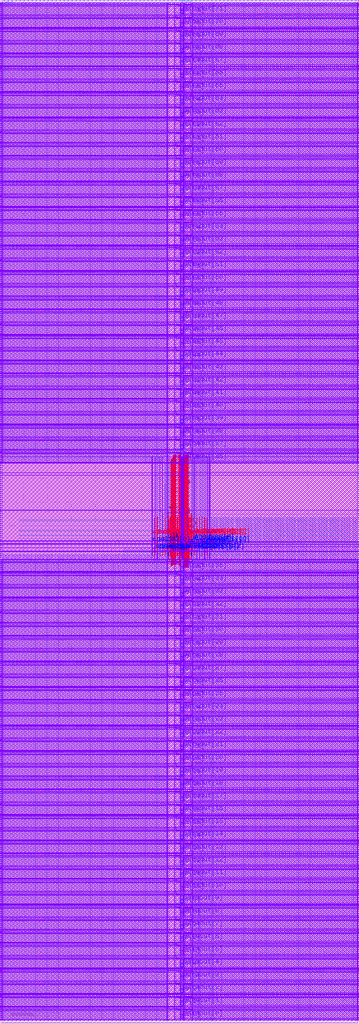
<source format=lef>
VERSION 5.8 ;
BUSBITCHARS "[]" ;
DIVIDERCHAR "/" ;

PROPERTYDEFINITIONS
  MACRO CatenaDesignType STRING ;
END PROPERTYDEFINITIONS

MACRO srambank_256x4x72_6t122
  CLASS BLOCK ;
  ORIGIN 0 0 ;
  FOREIGN srambank_256x4x72_6t122 0 0 ;
  SIZE 30.348 BY 86.4 ;
  SYMMETRY X Y ;
  SITE coreSite ;
  PIN VDD
    DIRECTION INOUT ;
    USE POWER ;
    PORT
      LAYER M4  ;
        RECT 0.1040 1.1720 30.2580 1.2200 ;
        RECT 0.1040 2.2520 30.2580 2.3000 ;
        RECT 0.1040 3.3320 30.2580 3.3800 ;
        RECT 0.1040 4.4120 30.2580 4.4600 ;
        RECT 0.1040 5.4920 30.2580 5.5400 ;
        RECT 0.1040 6.5720 30.2580 6.6200 ;
        RECT 0.1040 7.6520 30.2580 7.7000 ;
        RECT 0.1040 8.7320 30.2580 8.7800 ;
        RECT 0.1040 9.8120 30.2580 9.8600 ;
        RECT 0.1040 10.8920 30.2580 10.9400 ;
        RECT 0.1040 11.9720 30.2580 12.0200 ;
        RECT 0.1040 13.0520 30.2580 13.1000 ;
        RECT 0.1040 14.1320 30.2580 14.1800 ;
        RECT 0.1040 15.2120 30.2580 15.2600 ;
        RECT 0.1040 16.2920 30.2580 16.3400 ;
        RECT 0.1040 17.3720 30.2580 17.4200 ;
        RECT 0.1040 18.4520 30.2580 18.5000 ;
        RECT 0.1040 19.5320 30.2580 19.5800 ;
        RECT 0.1040 20.6120 30.2580 20.6600 ;
        RECT 0.1040 21.6920 30.2580 21.7400 ;
        RECT 0.1040 22.7720 30.2580 22.8200 ;
        RECT 0.1040 23.8520 30.2580 23.9000 ;
        RECT 0.1040 24.9320 30.2580 24.9800 ;
        RECT 0.1040 26.0120 30.2580 26.0600 ;
        RECT 0.1040 27.0920 30.2580 27.1400 ;
        RECT 0.1040 28.1720 30.2580 28.2200 ;
        RECT 0.1040 29.2520 30.2580 29.3000 ;
        RECT 0.1040 30.3320 30.2580 30.3800 ;
        RECT 0.1040 31.4120 30.2580 31.4600 ;
        RECT 0.1040 32.4920 30.2580 32.5400 ;
        RECT 0.1040 33.5720 30.2580 33.6200 ;
        RECT 0.1040 34.6520 30.2580 34.7000 ;
        RECT 0.1040 35.7320 30.2580 35.7800 ;
        RECT 0.1040 36.8120 30.2580 36.8600 ;
        RECT 0.1040 37.8920 30.2580 37.9400 ;
        RECT 0.1040 38.9720 30.2580 39.0200 ;
        RECT 0.1040 48.1790 30.2580 48.2270 ;
        RECT 0.1040 49.2590 30.2580 49.3070 ;
        RECT 0.1040 50.3390 30.2580 50.3870 ;
        RECT 0.1040 51.4190 30.2580 51.4670 ;
        RECT 0.1040 52.4990 30.2580 52.5470 ;
        RECT 0.1040 53.5790 30.2580 53.6270 ;
        RECT 0.1040 54.6590 30.2580 54.7070 ;
        RECT 0.1040 55.7390 30.2580 55.7870 ;
        RECT 0.1040 56.8190 30.2580 56.8670 ;
        RECT 0.1040 57.8990 30.2580 57.9470 ;
        RECT 0.1040 58.9790 30.2580 59.0270 ;
        RECT 0.1040 60.0590 30.2580 60.1070 ;
        RECT 0.1040 61.1390 30.2580 61.1870 ;
        RECT 0.1040 62.2190 30.2580 62.2670 ;
        RECT 0.1040 63.2990 30.2580 63.3470 ;
        RECT 0.1040 64.3790 30.2580 64.4270 ;
        RECT 0.1040 65.4590 30.2580 65.5070 ;
        RECT 0.1040 66.5390 30.2580 66.5870 ;
        RECT 0.1040 67.6190 30.2580 67.6670 ;
        RECT 0.1040 68.6990 30.2580 68.7470 ;
        RECT 0.1040 69.7790 30.2580 69.8270 ;
        RECT 0.1040 70.8590 30.2580 70.9070 ;
        RECT 0.1040 71.9390 30.2580 71.9870 ;
        RECT 0.1040 73.0190 30.2580 73.0670 ;
        RECT 0.1040 74.0990 30.2580 74.1470 ;
        RECT 0.1040 75.1790 30.2580 75.2270 ;
        RECT 0.1040 76.2590 30.2580 76.3070 ;
        RECT 0.1040 77.3390 30.2580 77.3870 ;
        RECT 0.1040 78.4190 30.2580 78.4670 ;
        RECT 0.1040 79.4990 30.2580 79.5470 ;
        RECT 0.1040 80.5790 30.2580 80.6270 ;
        RECT 0.1040 81.6590 30.2580 81.7070 ;
        RECT 0.1040 82.7390 30.2580 82.7870 ;
        RECT 0.1040 83.8190 30.2580 83.8670 ;
        RECT 0.1040 84.8990 30.2580 84.9470 ;
        RECT 0.1040 85.9790 30.2580 86.0270 ;
      LAYER M3  ;
        RECT 30.2180 0.2165 30.2360 1.3765 ;
        RECT 16.1960 0.2170 16.2140 1.3760 ;
        RECT 14.7920 0.2530 14.8820 1.3685 ;
        RECT 14.1440 0.2170 14.1620 1.3760 ;
        RECT 0.1220 0.2165 0.1400 1.3765 ;
        RECT 30.2180 1.2965 30.2360 2.4565 ;
        RECT 16.1960 1.2970 16.2140 2.4560 ;
        RECT 14.7920 1.3330 14.8820 2.4485 ;
        RECT 14.1440 1.2970 14.1620 2.4560 ;
        RECT 0.1220 1.2965 0.1400 2.4565 ;
        RECT 30.2180 2.3765 30.2360 3.5365 ;
        RECT 16.1960 2.3770 16.2140 3.5360 ;
        RECT 14.7920 2.4130 14.8820 3.5285 ;
        RECT 14.1440 2.3770 14.1620 3.5360 ;
        RECT 0.1220 2.3765 0.1400 3.5365 ;
        RECT 30.2180 3.4565 30.2360 4.6165 ;
        RECT 16.1960 3.4570 16.2140 4.6160 ;
        RECT 14.7920 3.4930 14.8820 4.6085 ;
        RECT 14.1440 3.4570 14.1620 4.6160 ;
        RECT 0.1220 3.4565 0.1400 4.6165 ;
        RECT 30.2180 4.5365 30.2360 5.6965 ;
        RECT 16.1960 4.5370 16.2140 5.6960 ;
        RECT 14.7920 4.5730 14.8820 5.6885 ;
        RECT 14.1440 4.5370 14.1620 5.6960 ;
        RECT 0.1220 4.5365 0.1400 5.6965 ;
        RECT 30.2180 5.6165 30.2360 6.7765 ;
        RECT 16.1960 5.6170 16.2140 6.7760 ;
        RECT 14.7920 5.6530 14.8820 6.7685 ;
        RECT 14.1440 5.6170 14.1620 6.7760 ;
        RECT 0.1220 5.6165 0.1400 6.7765 ;
        RECT 30.2180 6.6965 30.2360 7.8565 ;
        RECT 16.1960 6.6970 16.2140 7.8560 ;
        RECT 14.7920 6.7330 14.8820 7.8485 ;
        RECT 14.1440 6.6970 14.1620 7.8560 ;
        RECT 0.1220 6.6965 0.1400 7.8565 ;
        RECT 30.2180 7.7765 30.2360 8.9365 ;
        RECT 16.1960 7.7770 16.2140 8.9360 ;
        RECT 14.7920 7.8130 14.8820 8.9285 ;
        RECT 14.1440 7.7770 14.1620 8.9360 ;
        RECT 0.1220 7.7765 0.1400 8.9365 ;
        RECT 30.2180 8.8565 30.2360 10.0165 ;
        RECT 16.1960 8.8570 16.2140 10.0160 ;
        RECT 14.7920 8.8930 14.8820 10.0085 ;
        RECT 14.1440 8.8570 14.1620 10.0160 ;
        RECT 0.1220 8.8565 0.1400 10.0165 ;
        RECT 30.2180 9.9365 30.2360 11.0965 ;
        RECT 16.1960 9.9370 16.2140 11.0960 ;
        RECT 14.7920 9.9730 14.8820 11.0885 ;
        RECT 14.1440 9.9370 14.1620 11.0960 ;
        RECT 0.1220 9.9365 0.1400 11.0965 ;
        RECT 30.2180 11.0165 30.2360 12.1765 ;
        RECT 16.1960 11.0170 16.2140 12.1760 ;
        RECT 14.7920 11.0530 14.8820 12.1685 ;
        RECT 14.1440 11.0170 14.1620 12.1760 ;
        RECT 0.1220 11.0165 0.1400 12.1765 ;
        RECT 30.2180 12.0965 30.2360 13.2565 ;
        RECT 16.1960 12.0970 16.2140 13.2560 ;
        RECT 14.7920 12.1330 14.8820 13.2485 ;
        RECT 14.1440 12.0970 14.1620 13.2560 ;
        RECT 0.1220 12.0965 0.1400 13.2565 ;
        RECT 30.2180 13.1765 30.2360 14.3365 ;
        RECT 16.1960 13.1770 16.2140 14.3360 ;
        RECT 14.7920 13.2130 14.8820 14.3285 ;
        RECT 14.1440 13.1770 14.1620 14.3360 ;
        RECT 0.1220 13.1765 0.1400 14.3365 ;
        RECT 30.2180 14.2565 30.2360 15.4165 ;
        RECT 16.1960 14.2570 16.2140 15.4160 ;
        RECT 14.7920 14.2930 14.8820 15.4085 ;
        RECT 14.1440 14.2570 14.1620 15.4160 ;
        RECT 0.1220 14.2565 0.1400 15.4165 ;
        RECT 30.2180 15.3365 30.2360 16.4965 ;
        RECT 16.1960 15.3370 16.2140 16.4960 ;
        RECT 14.7920 15.3730 14.8820 16.4885 ;
        RECT 14.1440 15.3370 14.1620 16.4960 ;
        RECT 0.1220 15.3365 0.1400 16.4965 ;
        RECT 30.2180 16.4165 30.2360 17.5765 ;
        RECT 16.1960 16.4170 16.2140 17.5760 ;
        RECT 14.7920 16.4530 14.8820 17.5685 ;
        RECT 14.1440 16.4170 14.1620 17.5760 ;
        RECT 0.1220 16.4165 0.1400 17.5765 ;
        RECT 30.2180 17.4965 30.2360 18.6565 ;
        RECT 16.1960 17.4970 16.2140 18.6560 ;
        RECT 14.7920 17.5330 14.8820 18.6485 ;
        RECT 14.1440 17.4970 14.1620 18.6560 ;
        RECT 0.1220 17.4965 0.1400 18.6565 ;
        RECT 30.2180 18.5765 30.2360 19.7365 ;
        RECT 16.1960 18.5770 16.2140 19.7360 ;
        RECT 14.7920 18.6130 14.8820 19.7285 ;
        RECT 14.1440 18.5770 14.1620 19.7360 ;
        RECT 0.1220 18.5765 0.1400 19.7365 ;
        RECT 30.2180 19.6565 30.2360 20.8165 ;
        RECT 16.1960 19.6570 16.2140 20.8160 ;
        RECT 14.7920 19.6930 14.8820 20.8085 ;
        RECT 14.1440 19.6570 14.1620 20.8160 ;
        RECT 0.1220 19.6565 0.1400 20.8165 ;
        RECT 30.2180 20.7365 30.2360 21.8965 ;
        RECT 16.1960 20.7370 16.2140 21.8960 ;
        RECT 14.7920 20.7730 14.8820 21.8885 ;
        RECT 14.1440 20.7370 14.1620 21.8960 ;
        RECT 0.1220 20.7365 0.1400 21.8965 ;
        RECT 30.2180 21.8165 30.2360 22.9765 ;
        RECT 16.1960 21.8170 16.2140 22.9760 ;
        RECT 14.7920 21.8530 14.8820 22.9685 ;
        RECT 14.1440 21.8170 14.1620 22.9760 ;
        RECT 0.1220 21.8165 0.1400 22.9765 ;
        RECT 30.2180 22.8965 30.2360 24.0565 ;
        RECT 16.1960 22.8970 16.2140 24.0560 ;
        RECT 14.7920 22.9330 14.8820 24.0485 ;
        RECT 14.1440 22.8970 14.1620 24.0560 ;
        RECT 0.1220 22.8965 0.1400 24.0565 ;
        RECT 30.2180 23.9765 30.2360 25.1365 ;
        RECT 16.1960 23.9770 16.2140 25.1360 ;
        RECT 14.7920 24.0130 14.8820 25.1285 ;
        RECT 14.1440 23.9770 14.1620 25.1360 ;
        RECT 0.1220 23.9765 0.1400 25.1365 ;
        RECT 30.2180 25.0565 30.2360 26.2165 ;
        RECT 16.1960 25.0570 16.2140 26.2160 ;
        RECT 14.7920 25.0930 14.8820 26.2085 ;
        RECT 14.1440 25.0570 14.1620 26.2160 ;
        RECT 0.1220 25.0565 0.1400 26.2165 ;
        RECT 30.2180 26.1365 30.2360 27.2965 ;
        RECT 16.1960 26.1370 16.2140 27.2960 ;
        RECT 14.7920 26.1730 14.8820 27.2885 ;
        RECT 14.1440 26.1370 14.1620 27.2960 ;
        RECT 0.1220 26.1365 0.1400 27.2965 ;
        RECT 30.2180 27.2165 30.2360 28.3765 ;
        RECT 16.1960 27.2170 16.2140 28.3760 ;
        RECT 14.7920 27.2530 14.8820 28.3685 ;
        RECT 14.1440 27.2170 14.1620 28.3760 ;
        RECT 0.1220 27.2165 0.1400 28.3765 ;
        RECT 30.2180 28.2965 30.2360 29.4565 ;
        RECT 16.1960 28.2970 16.2140 29.4560 ;
        RECT 14.7920 28.3330 14.8820 29.4485 ;
        RECT 14.1440 28.2970 14.1620 29.4560 ;
        RECT 0.1220 28.2965 0.1400 29.4565 ;
        RECT 30.2180 29.3765 30.2360 30.5365 ;
        RECT 16.1960 29.3770 16.2140 30.5360 ;
        RECT 14.7920 29.4130 14.8820 30.5285 ;
        RECT 14.1440 29.3770 14.1620 30.5360 ;
        RECT 0.1220 29.3765 0.1400 30.5365 ;
        RECT 30.2180 30.4565 30.2360 31.6165 ;
        RECT 16.1960 30.4570 16.2140 31.6160 ;
        RECT 14.7920 30.4930 14.8820 31.6085 ;
        RECT 14.1440 30.4570 14.1620 31.6160 ;
        RECT 0.1220 30.4565 0.1400 31.6165 ;
        RECT 30.2180 31.5365 30.2360 32.6965 ;
        RECT 16.1960 31.5370 16.2140 32.6960 ;
        RECT 14.7920 31.5730 14.8820 32.6885 ;
        RECT 14.1440 31.5370 14.1620 32.6960 ;
        RECT 0.1220 31.5365 0.1400 32.6965 ;
        RECT 30.2180 32.6165 30.2360 33.7765 ;
        RECT 16.1960 32.6170 16.2140 33.7760 ;
        RECT 14.7920 32.6530 14.8820 33.7685 ;
        RECT 14.1440 32.6170 14.1620 33.7760 ;
        RECT 0.1220 32.6165 0.1400 33.7765 ;
        RECT 30.2180 33.6965 30.2360 34.8565 ;
        RECT 16.1960 33.6970 16.2140 34.8560 ;
        RECT 14.7920 33.7330 14.8820 34.8485 ;
        RECT 14.1440 33.6970 14.1620 34.8560 ;
        RECT 0.1220 33.6965 0.1400 34.8565 ;
        RECT 30.2180 34.7765 30.2360 35.9365 ;
        RECT 16.1960 34.7770 16.2140 35.9360 ;
        RECT 14.7920 34.8130 14.8820 35.9285 ;
        RECT 14.1440 34.7770 14.1620 35.9360 ;
        RECT 0.1220 34.7765 0.1400 35.9365 ;
        RECT 30.2180 35.8565 30.2360 37.0165 ;
        RECT 16.1960 35.8570 16.2140 37.0160 ;
        RECT 14.7920 35.8930 14.8820 37.0085 ;
        RECT 14.1440 35.8570 14.1620 37.0160 ;
        RECT 0.1220 35.8565 0.1400 37.0165 ;
        RECT 30.2180 36.9365 30.2360 38.0965 ;
        RECT 16.1960 36.9370 16.2140 38.0960 ;
        RECT 14.7920 36.9730 14.8820 38.0885 ;
        RECT 14.1440 36.9370 14.1620 38.0960 ;
        RECT 0.1220 36.9365 0.1400 38.0965 ;
        RECT 30.2180 38.0165 30.2360 39.1765 ;
        RECT 16.1960 38.0170 16.2140 39.1760 ;
        RECT 14.7920 38.0530 14.8820 39.1685 ;
        RECT 14.1440 38.0170 14.1620 39.1760 ;
        RECT 0.1220 38.0165 0.1400 39.1765 ;
        RECT 14.0490 42.9650 14.0670 49.0285 ;
        RECT 30.2180 47.2235 30.2360 48.3835 ;
        RECT 16.1960 47.2240 16.2140 48.3830 ;
        RECT 14.7920 47.2600 14.8820 48.3755 ;
        RECT 14.1440 47.2240 14.1620 48.3830 ;
        RECT 0.1220 47.2235 0.1400 48.3835 ;
        RECT 30.2180 48.3035 30.2360 49.4635 ;
        RECT 16.1960 48.3040 16.2140 49.4630 ;
        RECT 14.7920 48.3400 14.8820 49.4555 ;
        RECT 14.1440 48.3040 14.1620 49.4630 ;
        RECT 0.1220 48.3035 0.1400 49.4635 ;
        RECT 30.2180 49.3835 30.2360 50.5435 ;
        RECT 16.1960 49.3840 16.2140 50.5430 ;
        RECT 14.7920 49.4200 14.8820 50.5355 ;
        RECT 14.1440 49.3840 14.1620 50.5430 ;
        RECT 0.1220 49.3835 0.1400 50.5435 ;
        RECT 30.2180 50.4635 30.2360 51.6235 ;
        RECT 16.1960 50.4640 16.2140 51.6230 ;
        RECT 14.7920 50.5000 14.8820 51.6155 ;
        RECT 14.1440 50.4640 14.1620 51.6230 ;
        RECT 0.1220 50.4635 0.1400 51.6235 ;
        RECT 30.2180 51.5435 30.2360 52.7035 ;
        RECT 16.1960 51.5440 16.2140 52.7030 ;
        RECT 14.7920 51.5800 14.8820 52.6955 ;
        RECT 14.1440 51.5440 14.1620 52.7030 ;
        RECT 0.1220 51.5435 0.1400 52.7035 ;
        RECT 30.2180 52.6235 30.2360 53.7835 ;
        RECT 16.1960 52.6240 16.2140 53.7830 ;
        RECT 14.7920 52.6600 14.8820 53.7755 ;
        RECT 14.1440 52.6240 14.1620 53.7830 ;
        RECT 0.1220 52.6235 0.1400 53.7835 ;
        RECT 30.2180 53.7035 30.2360 54.8635 ;
        RECT 16.1960 53.7040 16.2140 54.8630 ;
        RECT 14.7920 53.7400 14.8820 54.8555 ;
        RECT 14.1440 53.7040 14.1620 54.8630 ;
        RECT 0.1220 53.7035 0.1400 54.8635 ;
        RECT 30.2180 54.7835 30.2360 55.9435 ;
        RECT 16.1960 54.7840 16.2140 55.9430 ;
        RECT 14.7920 54.8200 14.8820 55.9355 ;
        RECT 14.1440 54.7840 14.1620 55.9430 ;
        RECT 0.1220 54.7835 0.1400 55.9435 ;
        RECT 30.2180 55.8635 30.2360 57.0235 ;
        RECT 16.1960 55.8640 16.2140 57.0230 ;
        RECT 14.7920 55.9000 14.8820 57.0155 ;
        RECT 14.1440 55.8640 14.1620 57.0230 ;
        RECT 0.1220 55.8635 0.1400 57.0235 ;
        RECT 30.2180 56.9435 30.2360 58.1035 ;
        RECT 16.1960 56.9440 16.2140 58.1030 ;
        RECT 14.7920 56.9800 14.8820 58.0955 ;
        RECT 14.1440 56.9440 14.1620 58.1030 ;
        RECT 0.1220 56.9435 0.1400 58.1035 ;
        RECT 30.2180 58.0235 30.2360 59.1835 ;
        RECT 16.1960 58.0240 16.2140 59.1830 ;
        RECT 14.7920 58.0600 14.8820 59.1755 ;
        RECT 14.1440 58.0240 14.1620 59.1830 ;
        RECT 0.1220 58.0235 0.1400 59.1835 ;
        RECT 30.2180 59.1035 30.2360 60.2635 ;
        RECT 16.1960 59.1040 16.2140 60.2630 ;
        RECT 14.7920 59.1400 14.8820 60.2555 ;
        RECT 14.1440 59.1040 14.1620 60.2630 ;
        RECT 0.1220 59.1035 0.1400 60.2635 ;
        RECT 30.2180 60.1835 30.2360 61.3435 ;
        RECT 16.1960 60.1840 16.2140 61.3430 ;
        RECT 14.7920 60.2200 14.8820 61.3355 ;
        RECT 14.1440 60.1840 14.1620 61.3430 ;
        RECT 0.1220 60.1835 0.1400 61.3435 ;
        RECT 30.2180 61.2635 30.2360 62.4235 ;
        RECT 16.1960 61.2640 16.2140 62.4230 ;
        RECT 14.7920 61.3000 14.8820 62.4155 ;
        RECT 14.1440 61.2640 14.1620 62.4230 ;
        RECT 0.1220 61.2635 0.1400 62.4235 ;
        RECT 30.2180 62.3435 30.2360 63.5035 ;
        RECT 16.1960 62.3440 16.2140 63.5030 ;
        RECT 14.7920 62.3800 14.8820 63.4955 ;
        RECT 14.1440 62.3440 14.1620 63.5030 ;
        RECT 0.1220 62.3435 0.1400 63.5035 ;
        RECT 30.2180 63.4235 30.2360 64.5835 ;
        RECT 16.1960 63.4240 16.2140 64.5830 ;
        RECT 14.7920 63.4600 14.8820 64.5755 ;
        RECT 14.1440 63.4240 14.1620 64.5830 ;
        RECT 0.1220 63.4235 0.1400 64.5835 ;
        RECT 30.2180 64.5035 30.2360 65.6635 ;
        RECT 16.1960 64.5040 16.2140 65.6630 ;
        RECT 14.7920 64.5400 14.8820 65.6555 ;
        RECT 14.1440 64.5040 14.1620 65.6630 ;
        RECT 0.1220 64.5035 0.1400 65.6635 ;
        RECT 30.2180 65.5835 30.2360 66.7435 ;
        RECT 16.1960 65.5840 16.2140 66.7430 ;
        RECT 14.7920 65.6200 14.8820 66.7355 ;
        RECT 14.1440 65.5840 14.1620 66.7430 ;
        RECT 0.1220 65.5835 0.1400 66.7435 ;
        RECT 30.2180 66.6635 30.2360 67.8235 ;
        RECT 16.1960 66.6640 16.2140 67.8230 ;
        RECT 14.7920 66.7000 14.8820 67.8155 ;
        RECT 14.1440 66.6640 14.1620 67.8230 ;
        RECT 0.1220 66.6635 0.1400 67.8235 ;
        RECT 30.2180 67.7435 30.2360 68.9035 ;
        RECT 16.1960 67.7440 16.2140 68.9030 ;
        RECT 14.7920 67.7800 14.8820 68.8955 ;
        RECT 14.1440 67.7440 14.1620 68.9030 ;
        RECT 0.1220 67.7435 0.1400 68.9035 ;
        RECT 30.2180 68.8235 30.2360 69.9835 ;
        RECT 16.1960 68.8240 16.2140 69.9830 ;
        RECT 14.7920 68.8600 14.8820 69.9755 ;
        RECT 14.1440 68.8240 14.1620 69.9830 ;
        RECT 0.1220 68.8235 0.1400 69.9835 ;
        RECT 30.2180 69.9035 30.2360 71.0635 ;
        RECT 16.1960 69.9040 16.2140 71.0630 ;
        RECT 14.7920 69.9400 14.8820 71.0555 ;
        RECT 14.1440 69.9040 14.1620 71.0630 ;
        RECT 0.1220 69.9035 0.1400 71.0635 ;
        RECT 30.2180 70.9835 30.2360 72.1435 ;
        RECT 16.1960 70.9840 16.2140 72.1430 ;
        RECT 14.7920 71.0200 14.8820 72.1355 ;
        RECT 14.1440 70.9840 14.1620 72.1430 ;
        RECT 0.1220 70.9835 0.1400 72.1435 ;
        RECT 30.2180 72.0635 30.2360 73.2235 ;
        RECT 16.1960 72.0640 16.2140 73.2230 ;
        RECT 14.7920 72.1000 14.8820 73.2155 ;
        RECT 14.1440 72.0640 14.1620 73.2230 ;
        RECT 0.1220 72.0635 0.1400 73.2235 ;
        RECT 30.2180 73.1435 30.2360 74.3035 ;
        RECT 16.1960 73.1440 16.2140 74.3030 ;
        RECT 14.7920 73.1800 14.8820 74.2955 ;
        RECT 14.1440 73.1440 14.1620 74.3030 ;
        RECT 0.1220 73.1435 0.1400 74.3035 ;
        RECT 30.2180 74.2235 30.2360 75.3835 ;
        RECT 16.1960 74.2240 16.2140 75.3830 ;
        RECT 14.7920 74.2600 14.8820 75.3755 ;
        RECT 14.1440 74.2240 14.1620 75.3830 ;
        RECT 0.1220 74.2235 0.1400 75.3835 ;
        RECT 30.2180 75.3035 30.2360 76.4635 ;
        RECT 16.1960 75.3040 16.2140 76.4630 ;
        RECT 14.7920 75.3400 14.8820 76.4555 ;
        RECT 14.1440 75.3040 14.1620 76.4630 ;
        RECT 0.1220 75.3035 0.1400 76.4635 ;
        RECT 30.2180 76.3835 30.2360 77.5435 ;
        RECT 16.1960 76.3840 16.2140 77.5430 ;
        RECT 14.7920 76.4200 14.8820 77.5355 ;
        RECT 14.1440 76.3840 14.1620 77.5430 ;
        RECT 0.1220 76.3835 0.1400 77.5435 ;
        RECT 30.2180 77.4635 30.2360 78.6235 ;
        RECT 16.1960 77.4640 16.2140 78.6230 ;
        RECT 14.7920 77.5000 14.8820 78.6155 ;
        RECT 14.1440 77.4640 14.1620 78.6230 ;
        RECT 0.1220 77.4635 0.1400 78.6235 ;
        RECT 30.2180 78.5435 30.2360 79.7035 ;
        RECT 16.1960 78.5440 16.2140 79.7030 ;
        RECT 14.7920 78.5800 14.8820 79.6955 ;
        RECT 14.1440 78.5440 14.1620 79.7030 ;
        RECT 0.1220 78.5435 0.1400 79.7035 ;
        RECT 30.2180 79.6235 30.2360 80.7835 ;
        RECT 16.1960 79.6240 16.2140 80.7830 ;
        RECT 14.7920 79.6600 14.8820 80.7755 ;
        RECT 14.1440 79.6240 14.1620 80.7830 ;
        RECT 0.1220 79.6235 0.1400 80.7835 ;
        RECT 30.2180 80.7035 30.2360 81.8635 ;
        RECT 16.1960 80.7040 16.2140 81.8630 ;
        RECT 14.7920 80.7400 14.8820 81.8555 ;
        RECT 14.1440 80.7040 14.1620 81.8630 ;
        RECT 0.1220 80.7035 0.1400 81.8635 ;
        RECT 30.2180 81.7835 30.2360 82.9435 ;
        RECT 16.1960 81.7840 16.2140 82.9430 ;
        RECT 14.7920 81.8200 14.8820 82.9355 ;
        RECT 14.1440 81.7840 14.1620 82.9430 ;
        RECT 0.1220 81.7835 0.1400 82.9435 ;
        RECT 30.2180 82.8635 30.2360 84.0235 ;
        RECT 16.1960 82.8640 16.2140 84.0230 ;
        RECT 14.7920 82.9000 14.8820 84.0155 ;
        RECT 14.1440 82.8640 14.1620 84.0230 ;
        RECT 0.1220 82.8635 0.1400 84.0235 ;
        RECT 30.2180 83.9435 30.2360 85.1035 ;
        RECT 16.1960 83.9440 16.2140 85.1030 ;
        RECT 14.7920 83.9800 14.8820 85.0955 ;
        RECT 14.1440 83.9440 14.1620 85.1030 ;
        RECT 0.1220 83.9435 0.1400 85.1035 ;
        RECT 30.2180 85.0235 30.2360 86.1835 ;
        RECT 16.1960 85.0240 16.2140 86.1830 ;
        RECT 14.7920 85.0600 14.8820 86.1755 ;
        RECT 14.1440 85.0240 14.1620 86.1830 ;
        RECT 0.1220 85.0235 0.1400 86.1835 ;
      LAYER V3  ;
        RECT 0.1220 1.1720 0.1400 1.2200 ;
        RECT 14.1440 1.1720 14.1620 1.2200 ;
        RECT 14.7920 1.1720 14.8820 1.2200 ;
        RECT 16.1960 1.1720 16.2140 1.2200 ;
        RECT 30.2180 1.1720 30.2360 1.2200 ;
        RECT 0.1220 2.2520 0.1400 2.3000 ;
        RECT 14.1440 2.2520 14.1620 2.3000 ;
        RECT 14.7920 2.2520 14.8820 2.3000 ;
        RECT 16.1960 2.2520 16.2140 2.3000 ;
        RECT 30.2180 2.2520 30.2360 2.3000 ;
        RECT 0.1220 3.3320 0.1400 3.3800 ;
        RECT 14.1440 3.3320 14.1620 3.3800 ;
        RECT 14.7920 3.3320 14.8820 3.3800 ;
        RECT 16.1960 3.3320 16.2140 3.3800 ;
        RECT 30.2180 3.3320 30.2360 3.3800 ;
        RECT 0.1220 4.4120 0.1400 4.4600 ;
        RECT 14.1440 4.4120 14.1620 4.4600 ;
        RECT 14.7920 4.4120 14.8820 4.4600 ;
        RECT 16.1960 4.4120 16.2140 4.4600 ;
        RECT 30.2180 4.4120 30.2360 4.4600 ;
        RECT 0.1220 5.4920 0.1400 5.5400 ;
        RECT 14.1440 5.4920 14.1620 5.5400 ;
        RECT 14.7920 5.4920 14.8820 5.5400 ;
        RECT 16.1960 5.4920 16.2140 5.5400 ;
        RECT 30.2180 5.4920 30.2360 5.5400 ;
        RECT 0.1220 6.5720 0.1400 6.6200 ;
        RECT 14.1440 6.5720 14.1620 6.6200 ;
        RECT 14.7920 6.5720 14.8820 6.6200 ;
        RECT 16.1960 6.5720 16.2140 6.6200 ;
        RECT 30.2180 6.5720 30.2360 6.6200 ;
        RECT 0.1220 7.6520 0.1400 7.7000 ;
        RECT 14.1440 7.6520 14.1620 7.7000 ;
        RECT 14.7920 7.6520 14.8820 7.7000 ;
        RECT 16.1960 7.6520 16.2140 7.7000 ;
        RECT 30.2180 7.6520 30.2360 7.7000 ;
        RECT 0.1220 8.7320 0.1400 8.7800 ;
        RECT 14.1440 8.7320 14.1620 8.7800 ;
        RECT 14.7920 8.7320 14.8820 8.7800 ;
        RECT 16.1960 8.7320 16.2140 8.7800 ;
        RECT 30.2180 8.7320 30.2360 8.7800 ;
        RECT 0.1220 9.8120 0.1400 9.8600 ;
        RECT 14.1440 9.8120 14.1620 9.8600 ;
        RECT 14.7920 9.8120 14.8820 9.8600 ;
        RECT 16.1960 9.8120 16.2140 9.8600 ;
        RECT 30.2180 9.8120 30.2360 9.8600 ;
        RECT 0.1220 10.8920 0.1400 10.9400 ;
        RECT 14.1440 10.8920 14.1620 10.9400 ;
        RECT 14.7920 10.8920 14.8820 10.9400 ;
        RECT 16.1960 10.8920 16.2140 10.9400 ;
        RECT 30.2180 10.8920 30.2360 10.9400 ;
        RECT 0.1220 11.9720 0.1400 12.0200 ;
        RECT 14.1440 11.9720 14.1620 12.0200 ;
        RECT 14.7920 11.9720 14.8820 12.0200 ;
        RECT 16.1960 11.9720 16.2140 12.0200 ;
        RECT 30.2180 11.9720 30.2360 12.0200 ;
        RECT 0.1220 13.0520 0.1400 13.1000 ;
        RECT 14.1440 13.0520 14.1620 13.1000 ;
        RECT 14.7920 13.0520 14.8820 13.1000 ;
        RECT 16.1960 13.0520 16.2140 13.1000 ;
        RECT 30.2180 13.0520 30.2360 13.1000 ;
        RECT 0.1220 14.1320 0.1400 14.1800 ;
        RECT 14.1440 14.1320 14.1620 14.1800 ;
        RECT 14.7920 14.1320 14.8820 14.1800 ;
        RECT 16.1960 14.1320 16.2140 14.1800 ;
        RECT 30.2180 14.1320 30.2360 14.1800 ;
        RECT 0.1220 15.2120 0.1400 15.2600 ;
        RECT 14.1440 15.2120 14.1620 15.2600 ;
        RECT 14.7920 15.2120 14.8820 15.2600 ;
        RECT 16.1960 15.2120 16.2140 15.2600 ;
        RECT 30.2180 15.2120 30.2360 15.2600 ;
        RECT 0.1220 16.2920 0.1400 16.3400 ;
        RECT 14.1440 16.2920 14.1620 16.3400 ;
        RECT 14.7920 16.2920 14.8820 16.3400 ;
        RECT 16.1960 16.2920 16.2140 16.3400 ;
        RECT 30.2180 16.2920 30.2360 16.3400 ;
        RECT 0.1220 17.3720 0.1400 17.4200 ;
        RECT 14.1440 17.3720 14.1620 17.4200 ;
        RECT 14.7920 17.3720 14.8820 17.4200 ;
        RECT 16.1960 17.3720 16.2140 17.4200 ;
        RECT 30.2180 17.3720 30.2360 17.4200 ;
        RECT 0.1220 18.4520 0.1400 18.5000 ;
        RECT 14.1440 18.4520 14.1620 18.5000 ;
        RECT 14.7920 18.4520 14.8820 18.5000 ;
        RECT 16.1960 18.4520 16.2140 18.5000 ;
        RECT 30.2180 18.4520 30.2360 18.5000 ;
        RECT 0.1220 19.5320 0.1400 19.5800 ;
        RECT 14.1440 19.5320 14.1620 19.5800 ;
        RECT 14.7920 19.5320 14.8820 19.5800 ;
        RECT 16.1960 19.5320 16.2140 19.5800 ;
        RECT 30.2180 19.5320 30.2360 19.5800 ;
        RECT 0.1220 20.6120 0.1400 20.6600 ;
        RECT 14.1440 20.6120 14.1620 20.6600 ;
        RECT 14.7920 20.6120 14.8820 20.6600 ;
        RECT 16.1960 20.6120 16.2140 20.6600 ;
        RECT 30.2180 20.6120 30.2360 20.6600 ;
        RECT 0.1220 21.6920 0.1400 21.7400 ;
        RECT 14.1440 21.6920 14.1620 21.7400 ;
        RECT 14.7920 21.6920 14.8820 21.7400 ;
        RECT 16.1960 21.6920 16.2140 21.7400 ;
        RECT 30.2180 21.6920 30.2360 21.7400 ;
        RECT 0.1220 22.7720 0.1400 22.8200 ;
        RECT 14.1440 22.7720 14.1620 22.8200 ;
        RECT 14.7920 22.7720 14.8820 22.8200 ;
        RECT 16.1960 22.7720 16.2140 22.8200 ;
        RECT 30.2180 22.7720 30.2360 22.8200 ;
        RECT 0.1220 23.8520 0.1400 23.9000 ;
        RECT 14.1440 23.8520 14.1620 23.9000 ;
        RECT 14.7920 23.8520 14.8820 23.9000 ;
        RECT 16.1960 23.8520 16.2140 23.9000 ;
        RECT 30.2180 23.8520 30.2360 23.9000 ;
        RECT 0.1220 24.9320 0.1400 24.9800 ;
        RECT 14.1440 24.9320 14.1620 24.9800 ;
        RECT 14.7920 24.9320 14.8820 24.9800 ;
        RECT 16.1960 24.9320 16.2140 24.9800 ;
        RECT 30.2180 24.9320 30.2360 24.9800 ;
        RECT 0.1220 26.0120 0.1400 26.0600 ;
        RECT 14.1440 26.0120 14.1620 26.0600 ;
        RECT 14.7920 26.0120 14.8820 26.0600 ;
        RECT 16.1960 26.0120 16.2140 26.0600 ;
        RECT 30.2180 26.0120 30.2360 26.0600 ;
        RECT 0.1220 27.0920 0.1400 27.1400 ;
        RECT 14.1440 27.0920 14.1620 27.1400 ;
        RECT 14.7920 27.0920 14.8820 27.1400 ;
        RECT 16.1960 27.0920 16.2140 27.1400 ;
        RECT 30.2180 27.0920 30.2360 27.1400 ;
        RECT 0.1220 28.1720 0.1400 28.2200 ;
        RECT 14.1440 28.1720 14.1620 28.2200 ;
        RECT 14.7920 28.1720 14.8820 28.2200 ;
        RECT 16.1960 28.1720 16.2140 28.2200 ;
        RECT 30.2180 28.1720 30.2360 28.2200 ;
        RECT 0.1220 29.2520 0.1400 29.3000 ;
        RECT 14.1440 29.2520 14.1620 29.3000 ;
        RECT 14.7920 29.2520 14.8820 29.3000 ;
        RECT 16.1960 29.2520 16.2140 29.3000 ;
        RECT 30.2180 29.2520 30.2360 29.3000 ;
        RECT 0.1220 30.3320 0.1400 30.3800 ;
        RECT 14.1440 30.3320 14.1620 30.3800 ;
        RECT 14.7920 30.3320 14.8820 30.3800 ;
        RECT 16.1960 30.3320 16.2140 30.3800 ;
        RECT 30.2180 30.3320 30.2360 30.3800 ;
        RECT 0.1220 31.4120 0.1400 31.4600 ;
        RECT 14.1440 31.4120 14.1620 31.4600 ;
        RECT 14.7920 31.4120 14.8820 31.4600 ;
        RECT 16.1960 31.4120 16.2140 31.4600 ;
        RECT 30.2180 31.4120 30.2360 31.4600 ;
        RECT 0.1220 32.4920 0.1400 32.5400 ;
        RECT 14.1440 32.4920 14.1620 32.5400 ;
        RECT 14.7920 32.4920 14.8820 32.5400 ;
        RECT 16.1960 32.4920 16.2140 32.5400 ;
        RECT 30.2180 32.4920 30.2360 32.5400 ;
        RECT 0.1220 33.5720 0.1400 33.6200 ;
        RECT 14.1440 33.5720 14.1620 33.6200 ;
        RECT 14.7920 33.5720 14.8820 33.6200 ;
        RECT 16.1960 33.5720 16.2140 33.6200 ;
        RECT 30.2180 33.5720 30.2360 33.6200 ;
        RECT 0.1220 34.6520 0.1400 34.7000 ;
        RECT 14.1440 34.6520 14.1620 34.7000 ;
        RECT 14.7920 34.6520 14.8820 34.7000 ;
        RECT 16.1960 34.6520 16.2140 34.7000 ;
        RECT 30.2180 34.6520 30.2360 34.7000 ;
        RECT 0.1220 35.7320 0.1400 35.7800 ;
        RECT 14.1440 35.7320 14.1620 35.7800 ;
        RECT 14.7920 35.7320 14.8820 35.7800 ;
        RECT 16.1960 35.7320 16.2140 35.7800 ;
        RECT 30.2180 35.7320 30.2360 35.7800 ;
        RECT 0.1220 36.8120 0.1400 36.8600 ;
        RECT 14.1440 36.8120 14.1620 36.8600 ;
        RECT 14.7920 36.8120 14.8820 36.8600 ;
        RECT 16.1960 36.8120 16.2140 36.8600 ;
        RECT 30.2180 36.8120 30.2360 36.8600 ;
        RECT 0.1220 37.8920 0.1400 37.9400 ;
        RECT 14.1440 37.8920 14.1620 37.9400 ;
        RECT 14.7920 37.8920 14.8820 37.9400 ;
        RECT 16.1960 37.8920 16.2140 37.9400 ;
        RECT 30.2180 37.8920 30.2360 37.9400 ;
        RECT 0.1220 38.9720 0.1400 39.0200 ;
        RECT 14.1440 38.9720 14.1620 39.0200 ;
        RECT 14.7920 38.9720 14.8820 39.0200 ;
        RECT 16.1960 38.9720 16.2140 39.0200 ;
        RECT 30.2180 38.9720 30.2360 39.0200 ;
        RECT 0.1220 48.1790 0.1400 48.2270 ;
        RECT 14.1440 48.1790 14.1620 48.2270 ;
        RECT 14.7920 48.1790 14.8820 48.2270 ;
        RECT 16.1960 48.1790 16.2140 48.2270 ;
        RECT 30.2180 48.1790 30.2360 48.2270 ;
        RECT 0.1220 49.2590 0.1400 49.3070 ;
        RECT 14.1440 49.2590 14.1620 49.3070 ;
        RECT 14.7920 49.2590 14.8820 49.3070 ;
        RECT 16.1960 49.2590 16.2140 49.3070 ;
        RECT 30.2180 49.2590 30.2360 49.3070 ;
        RECT 0.1220 50.3390 0.1400 50.3870 ;
        RECT 14.1440 50.3390 14.1620 50.3870 ;
        RECT 14.7920 50.3390 14.8820 50.3870 ;
        RECT 16.1960 50.3390 16.2140 50.3870 ;
        RECT 30.2180 50.3390 30.2360 50.3870 ;
        RECT 0.1220 51.4190 0.1400 51.4670 ;
        RECT 14.1440 51.4190 14.1620 51.4670 ;
        RECT 14.7920 51.4190 14.8820 51.4670 ;
        RECT 16.1960 51.4190 16.2140 51.4670 ;
        RECT 30.2180 51.4190 30.2360 51.4670 ;
        RECT 0.1220 52.4990 0.1400 52.5470 ;
        RECT 14.1440 52.4990 14.1620 52.5470 ;
        RECT 14.7920 52.4990 14.8820 52.5470 ;
        RECT 16.1960 52.4990 16.2140 52.5470 ;
        RECT 30.2180 52.4990 30.2360 52.5470 ;
        RECT 0.1220 53.5790 0.1400 53.6270 ;
        RECT 14.1440 53.5790 14.1620 53.6270 ;
        RECT 14.7920 53.5790 14.8820 53.6270 ;
        RECT 16.1960 53.5790 16.2140 53.6270 ;
        RECT 30.2180 53.5790 30.2360 53.6270 ;
        RECT 0.1220 54.6590 0.1400 54.7070 ;
        RECT 14.1440 54.6590 14.1620 54.7070 ;
        RECT 14.7920 54.6590 14.8820 54.7070 ;
        RECT 16.1960 54.6590 16.2140 54.7070 ;
        RECT 30.2180 54.6590 30.2360 54.7070 ;
        RECT 0.1220 55.7390 0.1400 55.7870 ;
        RECT 14.1440 55.7390 14.1620 55.7870 ;
        RECT 14.7920 55.7390 14.8820 55.7870 ;
        RECT 16.1960 55.7390 16.2140 55.7870 ;
        RECT 30.2180 55.7390 30.2360 55.7870 ;
        RECT 0.1220 56.8190 0.1400 56.8670 ;
        RECT 14.1440 56.8190 14.1620 56.8670 ;
        RECT 14.7920 56.8190 14.8820 56.8670 ;
        RECT 16.1960 56.8190 16.2140 56.8670 ;
        RECT 30.2180 56.8190 30.2360 56.8670 ;
        RECT 0.1220 57.8990 0.1400 57.9470 ;
        RECT 14.1440 57.8990 14.1620 57.9470 ;
        RECT 14.7920 57.8990 14.8820 57.9470 ;
        RECT 16.1960 57.8990 16.2140 57.9470 ;
        RECT 30.2180 57.8990 30.2360 57.9470 ;
        RECT 0.1220 58.9790 0.1400 59.0270 ;
        RECT 14.1440 58.9790 14.1620 59.0270 ;
        RECT 14.7920 58.9790 14.8820 59.0270 ;
        RECT 16.1960 58.9790 16.2140 59.0270 ;
        RECT 30.2180 58.9790 30.2360 59.0270 ;
        RECT 0.1220 60.0590 0.1400 60.1070 ;
        RECT 14.1440 60.0590 14.1620 60.1070 ;
        RECT 14.7920 60.0590 14.8820 60.1070 ;
        RECT 16.1960 60.0590 16.2140 60.1070 ;
        RECT 30.2180 60.0590 30.2360 60.1070 ;
        RECT 0.1220 61.1390 0.1400 61.1870 ;
        RECT 14.1440 61.1390 14.1620 61.1870 ;
        RECT 14.7920 61.1390 14.8820 61.1870 ;
        RECT 16.1960 61.1390 16.2140 61.1870 ;
        RECT 30.2180 61.1390 30.2360 61.1870 ;
        RECT 0.1220 62.2190 0.1400 62.2670 ;
        RECT 14.1440 62.2190 14.1620 62.2670 ;
        RECT 14.7920 62.2190 14.8820 62.2670 ;
        RECT 16.1960 62.2190 16.2140 62.2670 ;
        RECT 30.2180 62.2190 30.2360 62.2670 ;
        RECT 0.1220 63.2990 0.1400 63.3470 ;
        RECT 14.1440 63.2990 14.1620 63.3470 ;
        RECT 14.7920 63.2990 14.8820 63.3470 ;
        RECT 16.1960 63.2990 16.2140 63.3470 ;
        RECT 30.2180 63.2990 30.2360 63.3470 ;
        RECT 0.1220 64.3790 0.1400 64.4270 ;
        RECT 14.1440 64.3790 14.1620 64.4270 ;
        RECT 14.7920 64.3790 14.8820 64.4270 ;
        RECT 16.1960 64.3790 16.2140 64.4270 ;
        RECT 30.2180 64.3790 30.2360 64.4270 ;
        RECT 0.1220 65.4590 0.1400 65.5070 ;
        RECT 14.1440 65.4590 14.1620 65.5070 ;
        RECT 14.7920 65.4590 14.8820 65.5070 ;
        RECT 16.1960 65.4590 16.2140 65.5070 ;
        RECT 30.2180 65.4590 30.2360 65.5070 ;
        RECT 0.1220 66.5390 0.1400 66.5870 ;
        RECT 14.1440 66.5390 14.1620 66.5870 ;
        RECT 14.7920 66.5390 14.8820 66.5870 ;
        RECT 16.1960 66.5390 16.2140 66.5870 ;
        RECT 30.2180 66.5390 30.2360 66.5870 ;
        RECT 0.1220 67.6190 0.1400 67.6670 ;
        RECT 14.1440 67.6190 14.1620 67.6670 ;
        RECT 14.7920 67.6190 14.8820 67.6670 ;
        RECT 16.1960 67.6190 16.2140 67.6670 ;
        RECT 30.2180 67.6190 30.2360 67.6670 ;
        RECT 0.1220 68.6990 0.1400 68.7470 ;
        RECT 14.1440 68.6990 14.1620 68.7470 ;
        RECT 14.7920 68.6990 14.8820 68.7470 ;
        RECT 16.1960 68.6990 16.2140 68.7470 ;
        RECT 30.2180 68.6990 30.2360 68.7470 ;
        RECT 0.1220 69.7790 0.1400 69.8270 ;
        RECT 14.1440 69.7790 14.1620 69.8270 ;
        RECT 14.7920 69.7790 14.8820 69.8270 ;
        RECT 16.1960 69.7790 16.2140 69.8270 ;
        RECT 30.2180 69.7790 30.2360 69.8270 ;
        RECT 0.1220 70.8590 0.1400 70.9070 ;
        RECT 14.1440 70.8590 14.1620 70.9070 ;
        RECT 14.7920 70.8590 14.8820 70.9070 ;
        RECT 16.1960 70.8590 16.2140 70.9070 ;
        RECT 30.2180 70.8590 30.2360 70.9070 ;
        RECT 0.1220 71.9390 0.1400 71.9870 ;
        RECT 14.1440 71.9390 14.1620 71.9870 ;
        RECT 14.7920 71.9390 14.8820 71.9870 ;
        RECT 16.1960 71.9390 16.2140 71.9870 ;
        RECT 30.2180 71.9390 30.2360 71.9870 ;
        RECT 0.1220 73.0190 0.1400 73.0670 ;
        RECT 14.1440 73.0190 14.1620 73.0670 ;
        RECT 14.7920 73.0190 14.8820 73.0670 ;
        RECT 16.1960 73.0190 16.2140 73.0670 ;
        RECT 30.2180 73.0190 30.2360 73.0670 ;
        RECT 0.1220 74.0990 0.1400 74.1470 ;
        RECT 14.1440 74.0990 14.1620 74.1470 ;
        RECT 14.7920 74.0990 14.8820 74.1470 ;
        RECT 16.1960 74.0990 16.2140 74.1470 ;
        RECT 30.2180 74.0990 30.2360 74.1470 ;
        RECT 0.1220 75.1790 0.1400 75.2270 ;
        RECT 14.1440 75.1790 14.1620 75.2270 ;
        RECT 14.7920 75.1790 14.8820 75.2270 ;
        RECT 16.1960 75.1790 16.2140 75.2270 ;
        RECT 30.2180 75.1790 30.2360 75.2270 ;
        RECT 0.1220 76.2590 0.1400 76.3070 ;
        RECT 14.1440 76.2590 14.1620 76.3070 ;
        RECT 14.7920 76.2590 14.8820 76.3070 ;
        RECT 16.1960 76.2590 16.2140 76.3070 ;
        RECT 30.2180 76.2590 30.2360 76.3070 ;
        RECT 0.1220 77.3390 0.1400 77.3870 ;
        RECT 14.1440 77.3390 14.1620 77.3870 ;
        RECT 14.7920 77.3390 14.8820 77.3870 ;
        RECT 16.1960 77.3390 16.2140 77.3870 ;
        RECT 30.2180 77.3390 30.2360 77.3870 ;
        RECT 0.1220 78.4190 0.1400 78.4670 ;
        RECT 14.1440 78.4190 14.1620 78.4670 ;
        RECT 14.7920 78.4190 14.8820 78.4670 ;
        RECT 16.1960 78.4190 16.2140 78.4670 ;
        RECT 30.2180 78.4190 30.2360 78.4670 ;
        RECT 0.1220 79.4990 0.1400 79.5470 ;
        RECT 14.1440 79.4990 14.1620 79.5470 ;
        RECT 14.7920 79.4990 14.8820 79.5470 ;
        RECT 16.1960 79.4990 16.2140 79.5470 ;
        RECT 30.2180 79.4990 30.2360 79.5470 ;
        RECT 0.1220 80.5790 0.1400 80.6270 ;
        RECT 14.1440 80.5790 14.1620 80.6270 ;
        RECT 14.7920 80.5790 14.8820 80.6270 ;
        RECT 16.1960 80.5790 16.2140 80.6270 ;
        RECT 30.2180 80.5790 30.2360 80.6270 ;
        RECT 0.1220 81.6590 0.1400 81.7070 ;
        RECT 14.1440 81.6590 14.1620 81.7070 ;
        RECT 14.7920 81.6590 14.8820 81.7070 ;
        RECT 16.1960 81.6590 16.2140 81.7070 ;
        RECT 30.2180 81.6590 30.2360 81.7070 ;
        RECT 0.1220 82.7390 0.1400 82.7870 ;
        RECT 14.1440 82.7390 14.1620 82.7870 ;
        RECT 14.7920 82.7390 14.8820 82.7870 ;
        RECT 16.1960 82.7390 16.2140 82.7870 ;
        RECT 30.2180 82.7390 30.2360 82.7870 ;
        RECT 0.1220 83.8190 0.1400 83.8670 ;
        RECT 14.1440 83.8190 14.1620 83.8670 ;
        RECT 14.7920 83.8190 14.8820 83.8670 ;
        RECT 16.1960 83.8190 16.2140 83.8670 ;
        RECT 30.2180 83.8190 30.2360 83.8670 ;
        RECT 0.1220 84.8990 0.1400 84.9470 ;
        RECT 14.1440 84.8990 14.1620 84.9470 ;
        RECT 14.7920 84.8990 14.8820 84.9470 ;
        RECT 16.1960 84.8990 16.2140 84.9470 ;
        RECT 30.2180 84.8990 30.2360 84.9470 ;
        RECT 0.1220 85.9790 0.1400 86.0270 ;
        RECT 14.1440 85.9790 14.1620 86.0270 ;
        RECT 14.7920 85.9790 14.8820 86.0270 ;
        RECT 16.1960 85.9790 16.2140 86.0270 ;
        RECT 30.2180 85.9790 30.2360 86.0270 ;
    END
  END VDD
  PIN VSS
    DIRECTION INOUT ;
    USE POWER ;
    PORT
      LAYER M4  ;
        RECT 0.1040 1.0760 30.2580 1.1240 ;
        RECT 0.1040 2.1560 30.2580 2.2040 ;
        RECT 0.1040 3.2360 30.2580 3.2840 ;
        RECT 0.1040 4.3160 30.2580 4.3640 ;
        RECT 0.1040 5.3960 30.2580 5.4440 ;
        RECT 0.1040 6.4760 30.2580 6.5240 ;
        RECT 0.1040 7.5560 30.2580 7.6040 ;
        RECT 0.1040 8.6360 30.2580 8.6840 ;
        RECT 0.1040 9.7160 30.2580 9.7640 ;
        RECT 0.1040 10.7960 30.2580 10.8440 ;
        RECT 0.1040 11.8760 30.2580 11.9240 ;
        RECT 0.1040 12.9560 30.2580 13.0040 ;
        RECT 0.1040 14.0360 30.2580 14.0840 ;
        RECT 0.1040 15.1160 30.2580 15.1640 ;
        RECT 0.1040 16.1960 30.2580 16.2440 ;
        RECT 0.1040 17.2760 30.2580 17.3240 ;
        RECT 0.1040 18.3560 30.2580 18.4040 ;
        RECT 0.1040 19.4360 30.2580 19.4840 ;
        RECT 0.1040 20.5160 30.2580 20.5640 ;
        RECT 0.1040 21.5960 30.2580 21.6440 ;
        RECT 0.1040 22.6760 30.2580 22.7240 ;
        RECT 0.1040 23.7560 30.2580 23.8040 ;
        RECT 0.1040 24.8360 30.2580 24.8840 ;
        RECT 0.1040 25.9160 30.2580 25.9640 ;
        RECT 0.1040 26.9960 30.2580 27.0440 ;
        RECT 0.1040 28.0760 30.2580 28.1240 ;
        RECT 0.1040 29.1560 30.2580 29.2040 ;
        RECT 0.1040 30.2360 30.2580 30.2840 ;
        RECT 0.1040 31.3160 30.2580 31.3640 ;
        RECT 0.1040 32.3960 30.2580 32.4440 ;
        RECT 0.1040 33.4760 30.2580 33.5240 ;
        RECT 0.1040 34.5560 30.2580 34.6040 ;
        RECT 0.1040 35.6360 30.2580 35.6840 ;
        RECT 0.1040 36.7160 30.2580 36.7640 ;
        RECT 0.1040 37.7960 30.2580 37.8440 ;
        RECT 0.1040 38.8760 30.2580 38.9240 ;
        RECT 10.4760 39.9415 19.8720 40.1575 ;
        RECT 14.3100 43.1095 16.0380 43.3255 ;
        RECT 14.3100 46.2775 16.0380 46.4935 ;
        RECT 0.1040 48.0830 30.2580 48.1310 ;
        RECT 0.1040 49.1630 30.2580 49.2110 ;
        RECT 0.1040 50.2430 30.2580 50.2910 ;
        RECT 0.1040 51.3230 30.2580 51.3710 ;
        RECT 0.1040 52.4030 30.2580 52.4510 ;
        RECT 0.1040 53.4830 30.2580 53.5310 ;
        RECT 0.1040 54.5630 30.2580 54.6110 ;
        RECT 0.1040 55.6430 30.2580 55.6910 ;
        RECT 0.1040 56.7230 30.2580 56.7710 ;
        RECT 0.1040 57.8030 30.2580 57.8510 ;
        RECT 0.1040 58.8830 30.2580 58.9310 ;
        RECT 0.1040 59.9630 30.2580 60.0110 ;
        RECT 0.1040 61.0430 30.2580 61.0910 ;
        RECT 0.1040 62.1230 30.2580 62.1710 ;
        RECT 0.1040 63.2030 30.2580 63.2510 ;
        RECT 0.1040 64.2830 30.2580 64.3310 ;
        RECT 0.1040 65.3630 30.2580 65.4110 ;
        RECT 0.1040 66.4430 30.2580 66.4910 ;
        RECT 0.1040 67.5230 30.2580 67.5710 ;
        RECT 0.1040 68.6030 30.2580 68.6510 ;
        RECT 0.1040 69.6830 30.2580 69.7310 ;
        RECT 0.1040 70.7630 30.2580 70.8110 ;
        RECT 0.1040 71.8430 30.2580 71.8910 ;
        RECT 0.1040 72.9230 30.2580 72.9710 ;
        RECT 0.1040 74.0030 30.2580 74.0510 ;
        RECT 0.1040 75.0830 30.2580 75.1310 ;
        RECT 0.1040 76.1630 30.2580 76.2110 ;
        RECT 0.1040 77.2430 30.2580 77.2910 ;
        RECT 0.1040 78.3230 30.2580 78.3710 ;
        RECT 0.1040 79.4030 30.2580 79.4510 ;
        RECT 0.1040 80.4830 30.2580 80.5310 ;
        RECT 0.1040 81.5630 30.2580 81.6110 ;
        RECT 0.1040 82.6430 30.2580 82.6910 ;
        RECT 0.1040 83.7230 30.2580 83.7710 ;
        RECT 0.1040 84.8030 30.2580 84.8510 ;
        RECT 0.1040 85.8830 30.2580 85.9310 ;
      LAYER M3  ;
        RECT 30.1820 0.2165 30.2000 1.3765 ;
        RECT 16.2500 0.2165 16.2680 1.3765 ;
        RECT 15.4850 0.2530 15.5210 1.3675 ;
        RECT 15.2600 0.2530 15.2870 1.3675 ;
        RECT 14.0900 0.2165 14.1080 1.3765 ;
        RECT 0.1580 0.2165 0.1760 1.3765 ;
        RECT 30.1820 1.2965 30.2000 2.4565 ;
        RECT 16.2500 1.2965 16.2680 2.4565 ;
        RECT 15.4850 1.3330 15.5210 2.4475 ;
        RECT 15.2600 1.3330 15.2870 2.4475 ;
        RECT 14.0900 1.2965 14.1080 2.4565 ;
        RECT 0.1580 1.2965 0.1760 2.4565 ;
        RECT 30.1820 2.3765 30.2000 3.5365 ;
        RECT 16.2500 2.3765 16.2680 3.5365 ;
        RECT 15.4850 2.4130 15.5210 3.5275 ;
        RECT 15.2600 2.4130 15.2870 3.5275 ;
        RECT 14.0900 2.3765 14.1080 3.5365 ;
        RECT 0.1580 2.3765 0.1760 3.5365 ;
        RECT 30.1820 3.4565 30.2000 4.6165 ;
        RECT 16.2500 3.4565 16.2680 4.6165 ;
        RECT 15.4850 3.4930 15.5210 4.6075 ;
        RECT 15.2600 3.4930 15.2870 4.6075 ;
        RECT 14.0900 3.4565 14.1080 4.6165 ;
        RECT 0.1580 3.4565 0.1760 4.6165 ;
        RECT 30.1820 4.5365 30.2000 5.6965 ;
        RECT 16.2500 4.5365 16.2680 5.6965 ;
        RECT 15.4850 4.5730 15.5210 5.6875 ;
        RECT 15.2600 4.5730 15.2870 5.6875 ;
        RECT 14.0900 4.5365 14.1080 5.6965 ;
        RECT 0.1580 4.5365 0.1760 5.6965 ;
        RECT 30.1820 5.6165 30.2000 6.7765 ;
        RECT 16.2500 5.6165 16.2680 6.7765 ;
        RECT 15.4850 5.6530 15.5210 6.7675 ;
        RECT 15.2600 5.6530 15.2870 6.7675 ;
        RECT 14.0900 5.6165 14.1080 6.7765 ;
        RECT 0.1580 5.6165 0.1760 6.7765 ;
        RECT 30.1820 6.6965 30.2000 7.8565 ;
        RECT 16.2500 6.6965 16.2680 7.8565 ;
        RECT 15.4850 6.7330 15.5210 7.8475 ;
        RECT 15.2600 6.7330 15.2870 7.8475 ;
        RECT 14.0900 6.6965 14.1080 7.8565 ;
        RECT 0.1580 6.6965 0.1760 7.8565 ;
        RECT 30.1820 7.7765 30.2000 8.9365 ;
        RECT 16.2500 7.7765 16.2680 8.9365 ;
        RECT 15.4850 7.8130 15.5210 8.9275 ;
        RECT 15.2600 7.8130 15.2870 8.9275 ;
        RECT 14.0900 7.7765 14.1080 8.9365 ;
        RECT 0.1580 7.7765 0.1760 8.9365 ;
        RECT 30.1820 8.8565 30.2000 10.0165 ;
        RECT 16.2500 8.8565 16.2680 10.0165 ;
        RECT 15.4850 8.8930 15.5210 10.0075 ;
        RECT 15.2600 8.8930 15.2870 10.0075 ;
        RECT 14.0900 8.8565 14.1080 10.0165 ;
        RECT 0.1580 8.8565 0.1760 10.0165 ;
        RECT 30.1820 9.9365 30.2000 11.0965 ;
        RECT 16.2500 9.9365 16.2680 11.0965 ;
        RECT 15.4850 9.9730 15.5210 11.0875 ;
        RECT 15.2600 9.9730 15.2870 11.0875 ;
        RECT 14.0900 9.9365 14.1080 11.0965 ;
        RECT 0.1580 9.9365 0.1760 11.0965 ;
        RECT 30.1820 11.0165 30.2000 12.1765 ;
        RECT 16.2500 11.0165 16.2680 12.1765 ;
        RECT 15.4850 11.0530 15.5210 12.1675 ;
        RECT 15.2600 11.0530 15.2870 12.1675 ;
        RECT 14.0900 11.0165 14.1080 12.1765 ;
        RECT 0.1580 11.0165 0.1760 12.1765 ;
        RECT 30.1820 12.0965 30.2000 13.2565 ;
        RECT 16.2500 12.0965 16.2680 13.2565 ;
        RECT 15.4850 12.1330 15.5210 13.2475 ;
        RECT 15.2600 12.1330 15.2870 13.2475 ;
        RECT 14.0900 12.0965 14.1080 13.2565 ;
        RECT 0.1580 12.0965 0.1760 13.2565 ;
        RECT 30.1820 13.1765 30.2000 14.3365 ;
        RECT 16.2500 13.1765 16.2680 14.3365 ;
        RECT 15.4850 13.2130 15.5210 14.3275 ;
        RECT 15.2600 13.2130 15.2870 14.3275 ;
        RECT 14.0900 13.1765 14.1080 14.3365 ;
        RECT 0.1580 13.1765 0.1760 14.3365 ;
        RECT 30.1820 14.2565 30.2000 15.4165 ;
        RECT 16.2500 14.2565 16.2680 15.4165 ;
        RECT 15.4850 14.2930 15.5210 15.4075 ;
        RECT 15.2600 14.2930 15.2870 15.4075 ;
        RECT 14.0900 14.2565 14.1080 15.4165 ;
        RECT 0.1580 14.2565 0.1760 15.4165 ;
        RECT 30.1820 15.3365 30.2000 16.4965 ;
        RECT 16.2500 15.3365 16.2680 16.4965 ;
        RECT 15.4850 15.3730 15.5210 16.4875 ;
        RECT 15.2600 15.3730 15.2870 16.4875 ;
        RECT 14.0900 15.3365 14.1080 16.4965 ;
        RECT 0.1580 15.3365 0.1760 16.4965 ;
        RECT 30.1820 16.4165 30.2000 17.5765 ;
        RECT 16.2500 16.4165 16.2680 17.5765 ;
        RECT 15.4850 16.4530 15.5210 17.5675 ;
        RECT 15.2600 16.4530 15.2870 17.5675 ;
        RECT 14.0900 16.4165 14.1080 17.5765 ;
        RECT 0.1580 16.4165 0.1760 17.5765 ;
        RECT 30.1820 17.4965 30.2000 18.6565 ;
        RECT 16.2500 17.4965 16.2680 18.6565 ;
        RECT 15.4850 17.5330 15.5210 18.6475 ;
        RECT 15.2600 17.5330 15.2870 18.6475 ;
        RECT 14.0900 17.4965 14.1080 18.6565 ;
        RECT 0.1580 17.4965 0.1760 18.6565 ;
        RECT 30.1820 18.5765 30.2000 19.7365 ;
        RECT 16.2500 18.5765 16.2680 19.7365 ;
        RECT 15.4850 18.6130 15.5210 19.7275 ;
        RECT 15.2600 18.6130 15.2870 19.7275 ;
        RECT 14.0900 18.5765 14.1080 19.7365 ;
        RECT 0.1580 18.5765 0.1760 19.7365 ;
        RECT 30.1820 19.6565 30.2000 20.8165 ;
        RECT 16.2500 19.6565 16.2680 20.8165 ;
        RECT 15.4850 19.6930 15.5210 20.8075 ;
        RECT 15.2600 19.6930 15.2870 20.8075 ;
        RECT 14.0900 19.6565 14.1080 20.8165 ;
        RECT 0.1580 19.6565 0.1760 20.8165 ;
        RECT 30.1820 20.7365 30.2000 21.8965 ;
        RECT 16.2500 20.7365 16.2680 21.8965 ;
        RECT 15.4850 20.7730 15.5210 21.8875 ;
        RECT 15.2600 20.7730 15.2870 21.8875 ;
        RECT 14.0900 20.7365 14.1080 21.8965 ;
        RECT 0.1580 20.7365 0.1760 21.8965 ;
        RECT 30.1820 21.8165 30.2000 22.9765 ;
        RECT 16.2500 21.8165 16.2680 22.9765 ;
        RECT 15.4850 21.8530 15.5210 22.9675 ;
        RECT 15.2600 21.8530 15.2870 22.9675 ;
        RECT 14.0900 21.8165 14.1080 22.9765 ;
        RECT 0.1580 21.8165 0.1760 22.9765 ;
        RECT 30.1820 22.8965 30.2000 24.0565 ;
        RECT 16.2500 22.8965 16.2680 24.0565 ;
        RECT 15.4850 22.9330 15.5210 24.0475 ;
        RECT 15.2600 22.9330 15.2870 24.0475 ;
        RECT 14.0900 22.8965 14.1080 24.0565 ;
        RECT 0.1580 22.8965 0.1760 24.0565 ;
        RECT 30.1820 23.9765 30.2000 25.1365 ;
        RECT 16.2500 23.9765 16.2680 25.1365 ;
        RECT 15.4850 24.0130 15.5210 25.1275 ;
        RECT 15.2600 24.0130 15.2870 25.1275 ;
        RECT 14.0900 23.9765 14.1080 25.1365 ;
        RECT 0.1580 23.9765 0.1760 25.1365 ;
        RECT 30.1820 25.0565 30.2000 26.2165 ;
        RECT 16.2500 25.0565 16.2680 26.2165 ;
        RECT 15.4850 25.0930 15.5210 26.2075 ;
        RECT 15.2600 25.0930 15.2870 26.2075 ;
        RECT 14.0900 25.0565 14.1080 26.2165 ;
        RECT 0.1580 25.0565 0.1760 26.2165 ;
        RECT 30.1820 26.1365 30.2000 27.2965 ;
        RECT 16.2500 26.1365 16.2680 27.2965 ;
        RECT 15.4850 26.1730 15.5210 27.2875 ;
        RECT 15.2600 26.1730 15.2870 27.2875 ;
        RECT 14.0900 26.1365 14.1080 27.2965 ;
        RECT 0.1580 26.1365 0.1760 27.2965 ;
        RECT 30.1820 27.2165 30.2000 28.3765 ;
        RECT 16.2500 27.2165 16.2680 28.3765 ;
        RECT 15.4850 27.2530 15.5210 28.3675 ;
        RECT 15.2600 27.2530 15.2870 28.3675 ;
        RECT 14.0900 27.2165 14.1080 28.3765 ;
        RECT 0.1580 27.2165 0.1760 28.3765 ;
        RECT 30.1820 28.2965 30.2000 29.4565 ;
        RECT 16.2500 28.2965 16.2680 29.4565 ;
        RECT 15.4850 28.3330 15.5210 29.4475 ;
        RECT 15.2600 28.3330 15.2870 29.4475 ;
        RECT 14.0900 28.2965 14.1080 29.4565 ;
        RECT 0.1580 28.2965 0.1760 29.4565 ;
        RECT 30.1820 29.3765 30.2000 30.5365 ;
        RECT 16.2500 29.3765 16.2680 30.5365 ;
        RECT 15.4850 29.4130 15.5210 30.5275 ;
        RECT 15.2600 29.4130 15.2870 30.5275 ;
        RECT 14.0900 29.3765 14.1080 30.5365 ;
        RECT 0.1580 29.3765 0.1760 30.5365 ;
        RECT 30.1820 30.4565 30.2000 31.6165 ;
        RECT 16.2500 30.4565 16.2680 31.6165 ;
        RECT 15.4850 30.4930 15.5210 31.6075 ;
        RECT 15.2600 30.4930 15.2870 31.6075 ;
        RECT 14.0900 30.4565 14.1080 31.6165 ;
        RECT 0.1580 30.4565 0.1760 31.6165 ;
        RECT 30.1820 31.5365 30.2000 32.6965 ;
        RECT 16.2500 31.5365 16.2680 32.6965 ;
        RECT 15.4850 31.5730 15.5210 32.6875 ;
        RECT 15.2600 31.5730 15.2870 32.6875 ;
        RECT 14.0900 31.5365 14.1080 32.6965 ;
        RECT 0.1580 31.5365 0.1760 32.6965 ;
        RECT 30.1820 32.6165 30.2000 33.7765 ;
        RECT 16.2500 32.6165 16.2680 33.7765 ;
        RECT 15.4850 32.6530 15.5210 33.7675 ;
        RECT 15.2600 32.6530 15.2870 33.7675 ;
        RECT 14.0900 32.6165 14.1080 33.7765 ;
        RECT 0.1580 32.6165 0.1760 33.7765 ;
        RECT 30.1820 33.6965 30.2000 34.8565 ;
        RECT 16.2500 33.6965 16.2680 34.8565 ;
        RECT 15.4850 33.7330 15.5210 34.8475 ;
        RECT 15.2600 33.7330 15.2870 34.8475 ;
        RECT 14.0900 33.6965 14.1080 34.8565 ;
        RECT 0.1580 33.6965 0.1760 34.8565 ;
        RECT 30.1820 34.7765 30.2000 35.9365 ;
        RECT 16.2500 34.7765 16.2680 35.9365 ;
        RECT 15.4850 34.8130 15.5210 35.9275 ;
        RECT 15.2600 34.8130 15.2870 35.9275 ;
        RECT 14.0900 34.7765 14.1080 35.9365 ;
        RECT 0.1580 34.7765 0.1760 35.9365 ;
        RECT 30.1820 35.8565 30.2000 37.0165 ;
        RECT 16.2500 35.8565 16.2680 37.0165 ;
        RECT 15.4850 35.8930 15.5210 37.0075 ;
        RECT 15.2600 35.8930 15.2870 37.0075 ;
        RECT 14.0900 35.8565 14.1080 37.0165 ;
        RECT 0.1580 35.8565 0.1760 37.0165 ;
        RECT 30.1820 36.9365 30.2000 38.0965 ;
        RECT 16.2500 36.9365 16.2680 38.0965 ;
        RECT 15.4850 36.9730 15.5210 38.0875 ;
        RECT 15.2600 36.9730 15.2870 38.0875 ;
        RECT 14.0900 36.9365 14.1080 38.0965 ;
        RECT 0.1580 36.9365 0.1760 38.0965 ;
        RECT 30.1820 38.0165 30.2000 39.1765 ;
        RECT 16.2500 38.0165 16.2680 39.1765 ;
        RECT 15.4850 38.0530 15.5210 39.1675 ;
        RECT 15.2600 38.0530 15.2870 39.1675 ;
        RECT 14.0900 38.0165 14.1080 39.1765 ;
        RECT 0.1580 38.0165 0.1760 39.1765 ;
        RECT 16.2450 39.1470 16.2630 47.3540 ;
        RECT 15.2910 39.3705 15.5250 47.0535 ;
        RECT 14.0850 39.1470 14.1030 49.0285 ;
        RECT 30.1820 47.2235 30.2000 48.3835 ;
        RECT 16.2500 47.2235 16.2680 48.3835 ;
        RECT 15.4850 47.2600 15.5210 48.3745 ;
        RECT 15.2600 47.2600 15.2870 48.3745 ;
        RECT 14.0900 47.2235 14.1080 48.3835 ;
        RECT 0.1580 47.2235 0.1760 48.3835 ;
        RECT 30.1820 48.3035 30.2000 49.4635 ;
        RECT 16.2500 48.3035 16.2680 49.4635 ;
        RECT 15.4850 48.3400 15.5210 49.4545 ;
        RECT 15.2600 48.3400 15.2870 49.4545 ;
        RECT 14.0900 48.3035 14.1080 49.4635 ;
        RECT 0.1580 48.3035 0.1760 49.4635 ;
        RECT 30.1820 49.3835 30.2000 50.5435 ;
        RECT 16.2500 49.3835 16.2680 50.5435 ;
        RECT 15.4850 49.4200 15.5210 50.5345 ;
        RECT 15.2600 49.4200 15.2870 50.5345 ;
        RECT 14.0900 49.3835 14.1080 50.5435 ;
        RECT 0.1580 49.3835 0.1760 50.5435 ;
        RECT 30.1820 50.4635 30.2000 51.6235 ;
        RECT 16.2500 50.4635 16.2680 51.6235 ;
        RECT 15.4850 50.5000 15.5210 51.6145 ;
        RECT 15.2600 50.5000 15.2870 51.6145 ;
        RECT 14.0900 50.4635 14.1080 51.6235 ;
        RECT 0.1580 50.4635 0.1760 51.6235 ;
        RECT 30.1820 51.5435 30.2000 52.7035 ;
        RECT 16.2500 51.5435 16.2680 52.7035 ;
        RECT 15.4850 51.5800 15.5210 52.6945 ;
        RECT 15.2600 51.5800 15.2870 52.6945 ;
        RECT 14.0900 51.5435 14.1080 52.7035 ;
        RECT 0.1580 51.5435 0.1760 52.7035 ;
        RECT 30.1820 52.6235 30.2000 53.7835 ;
        RECT 16.2500 52.6235 16.2680 53.7835 ;
        RECT 15.4850 52.6600 15.5210 53.7745 ;
        RECT 15.2600 52.6600 15.2870 53.7745 ;
        RECT 14.0900 52.6235 14.1080 53.7835 ;
        RECT 0.1580 52.6235 0.1760 53.7835 ;
        RECT 30.1820 53.7035 30.2000 54.8635 ;
        RECT 16.2500 53.7035 16.2680 54.8635 ;
        RECT 15.4850 53.7400 15.5210 54.8545 ;
        RECT 15.2600 53.7400 15.2870 54.8545 ;
        RECT 14.0900 53.7035 14.1080 54.8635 ;
        RECT 0.1580 53.7035 0.1760 54.8635 ;
        RECT 30.1820 54.7835 30.2000 55.9435 ;
        RECT 16.2500 54.7835 16.2680 55.9435 ;
        RECT 15.4850 54.8200 15.5210 55.9345 ;
        RECT 15.2600 54.8200 15.2870 55.9345 ;
        RECT 14.0900 54.7835 14.1080 55.9435 ;
        RECT 0.1580 54.7835 0.1760 55.9435 ;
        RECT 30.1820 55.8635 30.2000 57.0235 ;
        RECT 16.2500 55.8635 16.2680 57.0235 ;
        RECT 15.4850 55.9000 15.5210 57.0145 ;
        RECT 15.2600 55.9000 15.2870 57.0145 ;
        RECT 14.0900 55.8635 14.1080 57.0235 ;
        RECT 0.1580 55.8635 0.1760 57.0235 ;
        RECT 30.1820 56.9435 30.2000 58.1035 ;
        RECT 16.2500 56.9435 16.2680 58.1035 ;
        RECT 15.4850 56.9800 15.5210 58.0945 ;
        RECT 15.2600 56.9800 15.2870 58.0945 ;
        RECT 14.0900 56.9435 14.1080 58.1035 ;
        RECT 0.1580 56.9435 0.1760 58.1035 ;
        RECT 30.1820 58.0235 30.2000 59.1835 ;
        RECT 16.2500 58.0235 16.2680 59.1835 ;
        RECT 15.4850 58.0600 15.5210 59.1745 ;
        RECT 15.2600 58.0600 15.2870 59.1745 ;
        RECT 14.0900 58.0235 14.1080 59.1835 ;
        RECT 0.1580 58.0235 0.1760 59.1835 ;
        RECT 30.1820 59.1035 30.2000 60.2635 ;
        RECT 16.2500 59.1035 16.2680 60.2635 ;
        RECT 15.4850 59.1400 15.5210 60.2545 ;
        RECT 15.2600 59.1400 15.2870 60.2545 ;
        RECT 14.0900 59.1035 14.1080 60.2635 ;
        RECT 0.1580 59.1035 0.1760 60.2635 ;
        RECT 30.1820 60.1835 30.2000 61.3435 ;
        RECT 16.2500 60.1835 16.2680 61.3435 ;
        RECT 15.4850 60.2200 15.5210 61.3345 ;
        RECT 15.2600 60.2200 15.2870 61.3345 ;
        RECT 14.0900 60.1835 14.1080 61.3435 ;
        RECT 0.1580 60.1835 0.1760 61.3435 ;
        RECT 30.1820 61.2635 30.2000 62.4235 ;
        RECT 16.2500 61.2635 16.2680 62.4235 ;
        RECT 15.4850 61.3000 15.5210 62.4145 ;
        RECT 15.2600 61.3000 15.2870 62.4145 ;
        RECT 14.0900 61.2635 14.1080 62.4235 ;
        RECT 0.1580 61.2635 0.1760 62.4235 ;
        RECT 30.1820 62.3435 30.2000 63.5035 ;
        RECT 16.2500 62.3435 16.2680 63.5035 ;
        RECT 15.4850 62.3800 15.5210 63.4945 ;
        RECT 15.2600 62.3800 15.2870 63.4945 ;
        RECT 14.0900 62.3435 14.1080 63.5035 ;
        RECT 0.1580 62.3435 0.1760 63.5035 ;
        RECT 30.1820 63.4235 30.2000 64.5835 ;
        RECT 16.2500 63.4235 16.2680 64.5835 ;
        RECT 15.4850 63.4600 15.5210 64.5745 ;
        RECT 15.2600 63.4600 15.2870 64.5745 ;
        RECT 14.0900 63.4235 14.1080 64.5835 ;
        RECT 0.1580 63.4235 0.1760 64.5835 ;
        RECT 30.1820 64.5035 30.2000 65.6635 ;
        RECT 16.2500 64.5035 16.2680 65.6635 ;
        RECT 15.4850 64.5400 15.5210 65.6545 ;
        RECT 15.2600 64.5400 15.2870 65.6545 ;
        RECT 14.0900 64.5035 14.1080 65.6635 ;
        RECT 0.1580 64.5035 0.1760 65.6635 ;
        RECT 30.1820 65.5835 30.2000 66.7435 ;
        RECT 16.2500 65.5835 16.2680 66.7435 ;
        RECT 15.4850 65.6200 15.5210 66.7345 ;
        RECT 15.2600 65.6200 15.2870 66.7345 ;
        RECT 14.0900 65.5835 14.1080 66.7435 ;
        RECT 0.1580 65.5835 0.1760 66.7435 ;
        RECT 30.1820 66.6635 30.2000 67.8235 ;
        RECT 16.2500 66.6635 16.2680 67.8235 ;
        RECT 15.4850 66.7000 15.5210 67.8145 ;
        RECT 15.2600 66.7000 15.2870 67.8145 ;
        RECT 14.0900 66.6635 14.1080 67.8235 ;
        RECT 0.1580 66.6635 0.1760 67.8235 ;
        RECT 30.1820 67.7435 30.2000 68.9035 ;
        RECT 16.2500 67.7435 16.2680 68.9035 ;
        RECT 15.4850 67.7800 15.5210 68.8945 ;
        RECT 15.2600 67.7800 15.2870 68.8945 ;
        RECT 14.0900 67.7435 14.1080 68.9035 ;
        RECT 0.1580 67.7435 0.1760 68.9035 ;
        RECT 30.1820 68.8235 30.2000 69.9835 ;
        RECT 16.2500 68.8235 16.2680 69.9835 ;
        RECT 15.4850 68.8600 15.5210 69.9745 ;
        RECT 15.2600 68.8600 15.2870 69.9745 ;
        RECT 14.0900 68.8235 14.1080 69.9835 ;
        RECT 0.1580 68.8235 0.1760 69.9835 ;
        RECT 30.1820 69.9035 30.2000 71.0635 ;
        RECT 16.2500 69.9035 16.2680 71.0635 ;
        RECT 15.4850 69.9400 15.5210 71.0545 ;
        RECT 15.2600 69.9400 15.2870 71.0545 ;
        RECT 14.0900 69.9035 14.1080 71.0635 ;
        RECT 0.1580 69.9035 0.1760 71.0635 ;
        RECT 30.1820 70.9835 30.2000 72.1435 ;
        RECT 16.2500 70.9835 16.2680 72.1435 ;
        RECT 15.4850 71.0200 15.5210 72.1345 ;
        RECT 15.2600 71.0200 15.2870 72.1345 ;
        RECT 14.0900 70.9835 14.1080 72.1435 ;
        RECT 0.1580 70.9835 0.1760 72.1435 ;
        RECT 30.1820 72.0635 30.2000 73.2235 ;
        RECT 16.2500 72.0635 16.2680 73.2235 ;
        RECT 15.4850 72.1000 15.5210 73.2145 ;
        RECT 15.2600 72.1000 15.2870 73.2145 ;
        RECT 14.0900 72.0635 14.1080 73.2235 ;
        RECT 0.1580 72.0635 0.1760 73.2235 ;
        RECT 30.1820 73.1435 30.2000 74.3035 ;
        RECT 16.2500 73.1435 16.2680 74.3035 ;
        RECT 15.4850 73.1800 15.5210 74.2945 ;
        RECT 15.2600 73.1800 15.2870 74.2945 ;
        RECT 14.0900 73.1435 14.1080 74.3035 ;
        RECT 0.1580 73.1435 0.1760 74.3035 ;
        RECT 30.1820 74.2235 30.2000 75.3835 ;
        RECT 16.2500 74.2235 16.2680 75.3835 ;
        RECT 15.4850 74.2600 15.5210 75.3745 ;
        RECT 15.2600 74.2600 15.2870 75.3745 ;
        RECT 14.0900 74.2235 14.1080 75.3835 ;
        RECT 0.1580 74.2235 0.1760 75.3835 ;
        RECT 30.1820 75.3035 30.2000 76.4635 ;
        RECT 16.2500 75.3035 16.2680 76.4635 ;
        RECT 15.4850 75.3400 15.5210 76.4545 ;
        RECT 15.2600 75.3400 15.2870 76.4545 ;
        RECT 14.0900 75.3035 14.1080 76.4635 ;
        RECT 0.1580 75.3035 0.1760 76.4635 ;
        RECT 30.1820 76.3835 30.2000 77.5435 ;
        RECT 16.2500 76.3835 16.2680 77.5435 ;
        RECT 15.4850 76.4200 15.5210 77.5345 ;
        RECT 15.2600 76.4200 15.2870 77.5345 ;
        RECT 14.0900 76.3835 14.1080 77.5435 ;
        RECT 0.1580 76.3835 0.1760 77.5435 ;
        RECT 30.1820 77.4635 30.2000 78.6235 ;
        RECT 16.2500 77.4635 16.2680 78.6235 ;
        RECT 15.4850 77.5000 15.5210 78.6145 ;
        RECT 15.2600 77.5000 15.2870 78.6145 ;
        RECT 14.0900 77.4635 14.1080 78.6235 ;
        RECT 0.1580 77.4635 0.1760 78.6235 ;
        RECT 30.1820 78.5435 30.2000 79.7035 ;
        RECT 16.2500 78.5435 16.2680 79.7035 ;
        RECT 15.4850 78.5800 15.5210 79.6945 ;
        RECT 15.2600 78.5800 15.2870 79.6945 ;
        RECT 14.0900 78.5435 14.1080 79.7035 ;
        RECT 0.1580 78.5435 0.1760 79.7035 ;
        RECT 30.1820 79.6235 30.2000 80.7835 ;
        RECT 16.2500 79.6235 16.2680 80.7835 ;
        RECT 15.4850 79.6600 15.5210 80.7745 ;
        RECT 15.2600 79.6600 15.2870 80.7745 ;
        RECT 14.0900 79.6235 14.1080 80.7835 ;
        RECT 0.1580 79.6235 0.1760 80.7835 ;
        RECT 30.1820 80.7035 30.2000 81.8635 ;
        RECT 16.2500 80.7035 16.2680 81.8635 ;
        RECT 15.4850 80.7400 15.5210 81.8545 ;
        RECT 15.2600 80.7400 15.2870 81.8545 ;
        RECT 14.0900 80.7035 14.1080 81.8635 ;
        RECT 0.1580 80.7035 0.1760 81.8635 ;
        RECT 30.1820 81.7835 30.2000 82.9435 ;
        RECT 16.2500 81.7835 16.2680 82.9435 ;
        RECT 15.4850 81.8200 15.5210 82.9345 ;
        RECT 15.2600 81.8200 15.2870 82.9345 ;
        RECT 14.0900 81.7835 14.1080 82.9435 ;
        RECT 0.1580 81.7835 0.1760 82.9435 ;
        RECT 30.1820 82.8635 30.2000 84.0235 ;
        RECT 16.2500 82.8635 16.2680 84.0235 ;
        RECT 15.4850 82.9000 15.5210 84.0145 ;
        RECT 15.2600 82.9000 15.2870 84.0145 ;
        RECT 14.0900 82.8635 14.1080 84.0235 ;
        RECT 0.1580 82.8635 0.1760 84.0235 ;
        RECT 30.1820 83.9435 30.2000 85.1035 ;
        RECT 16.2500 83.9435 16.2680 85.1035 ;
        RECT 15.4850 83.9800 15.5210 85.0945 ;
        RECT 15.2600 83.9800 15.2870 85.0945 ;
        RECT 14.0900 83.9435 14.1080 85.1035 ;
        RECT 0.1580 83.9435 0.1760 85.1035 ;
        RECT 30.1820 85.0235 30.2000 86.1835 ;
        RECT 16.2500 85.0235 16.2680 86.1835 ;
        RECT 15.4850 85.0600 15.5210 86.1745 ;
        RECT 15.2600 85.0600 15.2870 86.1745 ;
        RECT 14.0900 85.0235 14.1080 86.1835 ;
        RECT 0.1580 85.0235 0.1760 86.1835 ;
      LAYER V3  ;
        RECT 0.1580 1.0760 0.1760 1.1240 ;
        RECT 14.0900 1.0760 14.1080 1.1240 ;
        RECT 15.2600 1.0760 15.2870 1.1240 ;
        RECT 15.4850 1.0760 15.5210 1.1240 ;
        RECT 16.2500 1.0760 16.2680 1.1240 ;
        RECT 30.1820 1.0760 30.2000 1.1240 ;
        RECT 0.1580 2.1560 0.1760 2.2040 ;
        RECT 14.0900 2.1560 14.1080 2.2040 ;
        RECT 15.2600 2.1560 15.2870 2.2040 ;
        RECT 15.4850 2.1560 15.5210 2.2040 ;
        RECT 16.2500 2.1560 16.2680 2.2040 ;
        RECT 30.1820 2.1560 30.2000 2.2040 ;
        RECT 0.1580 3.2360 0.1760 3.2840 ;
        RECT 14.0900 3.2360 14.1080 3.2840 ;
        RECT 15.2600 3.2360 15.2870 3.2840 ;
        RECT 15.4850 3.2360 15.5210 3.2840 ;
        RECT 16.2500 3.2360 16.2680 3.2840 ;
        RECT 30.1820 3.2360 30.2000 3.2840 ;
        RECT 0.1580 4.3160 0.1760 4.3640 ;
        RECT 14.0900 4.3160 14.1080 4.3640 ;
        RECT 15.2600 4.3160 15.2870 4.3640 ;
        RECT 15.4850 4.3160 15.5210 4.3640 ;
        RECT 16.2500 4.3160 16.2680 4.3640 ;
        RECT 30.1820 4.3160 30.2000 4.3640 ;
        RECT 0.1580 5.3960 0.1760 5.4440 ;
        RECT 14.0900 5.3960 14.1080 5.4440 ;
        RECT 15.2600 5.3960 15.2870 5.4440 ;
        RECT 15.4850 5.3960 15.5210 5.4440 ;
        RECT 16.2500 5.3960 16.2680 5.4440 ;
        RECT 30.1820 5.3960 30.2000 5.4440 ;
        RECT 0.1580 6.4760 0.1760 6.5240 ;
        RECT 14.0900 6.4760 14.1080 6.5240 ;
        RECT 15.2600 6.4760 15.2870 6.5240 ;
        RECT 15.4850 6.4760 15.5210 6.5240 ;
        RECT 16.2500 6.4760 16.2680 6.5240 ;
        RECT 30.1820 6.4760 30.2000 6.5240 ;
        RECT 0.1580 7.5560 0.1760 7.6040 ;
        RECT 14.0900 7.5560 14.1080 7.6040 ;
        RECT 15.2600 7.5560 15.2870 7.6040 ;
        RECT 15.4850 7.5560 15.5210 7.6040 ;
        RECT 16.2500 7.5560 16.2680 7.6040 ;
        RECT 30.1820 7.5560 30.2000 7.6040 ;
        RECT 0.1580 8.6360 0.1760 8.6840 ;
        RECT 14.0900 8.6360 14.1080 8.6840 ;
        RECT 15.2600 8.6360 15.2870 8.6840 ;
        RECT 15.4850 8.6360 15.5210 8.6840 ;
        RECT 16.2500 8.6360 16.2680 8.6840 ;
        RECT 30.1820 8.6360 30.2000 8.6840 ;
        RECT 0.1580 9.7160 0.1760 9.7640 ;
        RECT 14.0900 9.7160 14.1080 9.7640 ;
        RECT 15.2600 9.7160 15.2870 9.7640 ;
        RECT 15.4850 9.7160 15.5210 9.7640 ;
        RECT 16.2500 9.7160 16.2680 9.7640 ;
        RECT 30.1820 9.7160 30.2000 9.7640 ;
        RECT 0.1580 10.7960 0.1760 10.8440 ;
        RECT 14.0900 10.7960 14.1080 10.8440 ;
        RECT 15.2600 10.7960 15.2870 10.8440 ;
        RECT 15.4850 10.7960 15.5210 10.8440 ;
        RECT 16.2500 10.7960 16.2680 10.8440 ;
        RECT 30.1820 10.7960 30.2000 10.8440 ;
        RECT 0.1580 11.8760 0.1760 11.9240 ;
        RECT 14.0900 11.8760 14.1080 11.9240 ;
        RECT 15.2600 11.8760 15.2870 11.9240 ;
        RECT 15.4850 11.8760 15.5210 11.9240 ;
        RECT 16.2500 11.8760 16.2680 11.9240 ;
        RECT 30.1820 11.8760 30.2000 11.9240 ;
        RECT 0.1580 12.9560 0.1760 13.0040 ;
        RECT 14.0900 12.9560 14.1080 13.0040 ;
        RECT 15.2600 12.9560 15.2870 13.0040 ;
        RECT 15.4850 12.9560 15.5210 13.0040 ;
        RECT 16.2500 12.9560 16.2680 13.0040 ;
        RECT 30.1820 12.9560 30.2000 13.0040 ;
        RECT 0.1580 14.0360 0.1760 14.0840 ;
        RECT 14.0900 14.0360 14.1080 14.0840 ;
        RECT 15.2600 14.0360 15.2870 14.0840 ;
        RECT 15.4850 14.0360 15.5210 14.0840 ;
        RECT 16.2500 14.0360 16.2680 14.0840 ;
        RECT 30.1820 14.0360 30.2000 14.0840 ;
        RECT 0.1580 15.1160 0.1760 15.1640 ;
        RECT 14.0900 15.1160 14.1080 15.1640 ;
        RECT 15.2600 15.1160 15.2870 15.1640 ;
        RECT 15.4850 15.1160 15.5210 15.1640 ;
        RECT 16.2500 15.1160 16.2680 15.1640 ;
        RECT 30.1820 15.1160 30.2000 15.1640 ;
        RECT 0.1580 16.1960 0.1760 16.2440 ;
        RECT 14.0900 16.1960 14.1080 16.2440 ;
        RECT 15.2600 16.1960 15.2870 16.2440 ;
        RECT 15.4850 16.1960 15.5210 16.2440 ;
        RECT 16.2500 16.1960 16.2680 16.2440 ;
        RECT 30.1820 16.1960 30.2000 16.2440 ;
        RECT 0.1580 17.2760 0.1760 17.3240 ;
        RECT 14.0900 17.2760 14.1080 17.3240 ;
        RECT 15.2600 17.2760 15.2870 17.3240 ;
        RECT 15.4850 17.2760 15.5210 17.3240 ;
        RECT 16.2500 17.2760 16.2680 17.3240 ;
        RECT 30.1820 17.2760 30.2000 17.3240 ;
        RECT 0.1580 18.3560 0.1760 18.4040 ;
        RECT 14.0900 18.3560 14.1080 18.4040 ;
        RECT 15.2600 18.3560 15.2870 18.4040 ;
        RECT 15.4850 18.3560 15.5210 18.4040 ;
        RECT 16.2500 18.3560 16.2680 18.4040 ;
        RECT 30.1820 18.3560 30.2000 18.4040 ;
        RECT 0.1580 19.4360 0.1760 19.4840 ;
        RECT 14.0900 19.4360 14.1080 19.4840 ;
        RECT 15.2600 19.4360 15.2870 19.4840 ;
        RECT 15.4850 19.4360 15.5210 19.4840 ;
        RECT 16.2500 19.4360 16.2680 19.4840 ;
        RECT 30.1820 19.4360 30.2000 19.4840 ;
        RECT 0.1580 20.5160 0.1760 20.5640 ;
        RECT 14.0900 20.5160 14.1080 20.5640 ;
        RECT 15.2600 20.5160 15.2870 20.5640 ;
        RECT 15.4850 20.5160 15.5210 20.5640 ;
        RECT 16.2500 20.5160 16.2680 20.5640 ;
        RECT 30.1820 20.5160 30.2000 20.5640 ;
        RECT 0.1580 21.5960 0.1760 21.6440 ;
        RECT 14.0900 21.5960 14.1080 21.6440 ;
        RECT 15.2600 21.5960 15.2870 21.6440 ;
        RECT 15.4850 21.5960 15.5210 21.6440 ;
        RECT 16.2500 21.5960 16.2680 21.6440 ;
        RECT 30.1820 21.5960 30.2000 21.6440 ;
        RECT 0.1580 22.6760 0.1760 22.7240 ;
        RECT 14.0900 22.6760 14.1080 22.7240 ;
        RECT 15.2600 22.6760 15.2870 22.7240 ;
        RECT 15.4850 22.6760 15.5210 22.7240 ;
        RECT 16.2500 22.6760 16.2680 22.7240 ;
        RECT 30.1820 22.6760 30.2000 22.7240 ;
        RECT 0.1580 23.7560 0.1760 23.8040 ;
        RECT 14.0900 23.7560 14.1080 23.8040 ;
        RECT 15.2600 23.7560 15.2870 23.8040 ;
        RECT 15.4850 23.7560 15.5210 23.8040 ;
        RECT 16.2500 23.7560 16.2680 23.8040 ;
        RECT 30.1820 23.7560 30.2000 23.8040 ;
        RECT 0.1580 24.8360 0.1760 24.8840 ;
        RECT 14.0900 24.8360 14.1080 24.8840 ;
        RECT 15.2600 24.8360 15.2870 24.8840 ;
        RECT 15.4850 24.8360 15.5210 24.8840 ;
        RECT 16.2500 24.8360 16.2680 24.8840 ;
        RECT 30.1820 24.8360 30.2000 24.8840 ;
        RECT 0.1580 25.9160 0.1760 25.9640 ;
        RECT 14.0900 25.9160 14.1080 25.9640 ;
        RECT 15.2600 25.9160 15.2870 25.9640 ;
        RECT 15.4850 25.9160 15.5210 25.9640 ;
        RECT 16.2500 25.9160 16.2680 25.9640 ;
        RECT 30.1820 25.9160 30.2000 25.9640 ;
        RECT 0.1580 26.9960 0.1760 27.0440 ;
        RECT 14.0900 26.9960 14.1080 27.0440 ;
        RECT 15.2600 26.9960 15.2870 27.0440 ;
        RECT 15.4850 26.9960 15.5210 27.0440 ;
        RECT 16.2500 26.9960 16.2680 27.0440 ;
        RECT 30.1820 26.9960 30.2000 27.0440 ;
        RECT 0.1580 28.0760 0.1760 28.1240 ;
        RECT 14.0900 28.0760 14.1080 28.1240 ;
        RECT 15.2600 28.0760 15.2870 28.1240 ;
        RECT 15.4850 28.0760 15.5210 28.1240 ;
        RECT 16.2500 28.0760 16.2680 28.1240 ;
        RECT 30.1820 28.0760 30.2000 28.1240 ;
        RECT 0.1580 29.1560 0.1760 29.2040 ;
        RECT 14.0900 29.1560 14.1080 29.2040 ;
        RECT 15.2600 29.1560 15.2870 29.2040 ;
        RECT 15.4850 29.1560 15.5210 29.2040 ;
        RECT 16.2500 29.1560 16.2680 29.2040 ;
        RECT 30.1820 29.1560 30.2000 29.2040 ;
        RECT 0.1580 30.2360 0.1760 30.2840 ;
        RECT 14.0900 30.2360 14.1080 30.2840 ;
        RECT 15.2600 30.2360 15.2870 30.2840 ;
        RECT 15.4850 30.2360 15.5210 30.2840 ;
        RECT 16.2500 30.2360 16.2680 30.2840 ;
        RECT 30.1820 30.2360 30.2000 30.2840 ;
        RECT 0.1580 31.3160 0.1760 31.3640 ;
        RECT 14.0900 31.3160 14.1080 31.3640 ;
        RECT 15.2600 31.3160 15.2870 31.3640 ;
        RECT 15.4850 31.3160 15.5210 31.3640 ;
        RECT 16.2500 31.3160 16.2680 31.3640 ;
        RECT 30.1820 31.3160 30.2000 31.3640 ;
        RECT 0.1580 32.3960 0.1760 32.4440 ;
        RECT 14.0900 32.3960 14.1080 32.4440 ;
        RECT 15.2600 32.3960 15.2870 32.4440 ;
        RECT 15.4850 32.3960 15.5210 32.4440 ;
        RECT 16.2500 32.3960 16.2680 32.4440 ;
        RECT 30.1820 32.3960 30.2000 32.4440 ;
        RECT 0.1580 33.4760 0.1760 33.5240 ;
        RECT 14.0900 33.4760 14.1080 33.5240 ;
        RECT 15.2600 33.4760 15.2870 33.5240 ;
        RECT 15.4850 33.4760 15.5210 33.5240 ;
        RECT 16.2500 33.4760 16.2680 33.5240 ;
        RECT 30.1820 33.4760 30.2000 33.5240 ;
        RECT 0.1580 34.5560 0.1760 34.6040 ;
        RECT 14.0900 34.5560 14.1080 34.6040 ;
        RECT 15.2600 34.5560 15.2870 34.6040 ;
        RECT 15.4850 34.5560 15.5210 34.6040 ;
        RECT 16.2500 34.5560 16.2680 34.6040 ;
        RECT 30.1820 34.5560 30.2000 34.6040 ;
        RECT 0.1580 35.6360 0.1760 35.6840 ;
        RECT 14.0900 35.6360 14.1080 35.6840 ;
        RECT 15.2600 35.6360 15.2870 35.6840 ;
        RECT 15.4850 35.6360 15.5210 35.6840 ;
        RECT 16.2500 35.6360 16.2680 35.6840 ;
        RECT 30.1820 35.6360 30.2000 35.6840 ;
        RECT 0.1580 36.7160 0.1760 36.7640 ;
        RECT 14.0900 36.7160 14.1080 36.7640 ;
        RECT 15.2600 36.7160 15.2870 36.7640 ;
        RECT 15.4850 36.7160 15.5210 36.7640 ;
        RECT 16.2500 36.7160 16.2680 36.7640 ;
        RECT 30.1820 36.7160 30.2000 36.7640 ;
        RECT 0.1580 37.7960 0.1760 37.8440 ;
        RECT 14.0900 37.7960 14.1080 37.8440 ;
        RECT 15.2600 37.7960 15.2870 37.8440 ;
        RECT 15.4850 37.7960 15.5210 37.8440 ;
        RECT 16.2500 37.7960 16.2680 37.8440 ;
        RECT 30.1820 37.7960 30.2000 37.8440 ;
        RECT 0.1580 38.8760 0.1760 38.9240 ;
        RECT 14.0900 38.8760 14.1080 38.9240 ;
        RECT 15.2600 38.8760 15.2870 38.9240 ;
        RECT 15.4850 38.8760 15.5210 38.9240 ;
        RECT 16.2500 38.8760 16.2680 38.9240 ;
        RECT 30.1820 38.8760 30.2000 38.9240 ;
        RECT 14.0850 39.9415 14.1030 40.1575 ;
        RECT 15.2950 46.2775 15.3130 46.4935 ;
        RECT 15.2950 43.1095 15.3130 43.3255 ;
        RECT 15.2950 39.9415 15.3130 40.1575 ;
        RECT 15.3470 46.2775 15.3650 46.4935 ;
        RECT 15.3470 43.1095 15.3650 43.3255 ;
        RECT 15.3470 39.9415 15.3650 40.1575 ;
        RECT 15.3990 46.2775 15.4170 46.4935 ;
        RECT 15.3990 43.1095 15.4170 43.3255 ;
        RECT 15.3990 39.9415 15.4170 40.1575 ;
        RECT 15.4510 46.2775 15.4690 46.4935 ;
        RECT 15.4510 43.1095 15.4690 43.3255 ;
        RECT 15.4510 39.9415 15.4690 40.1575 ;
        RECT 15.5030 46.2775 15.5210 46.4935 ;
        RECT 15.5030 43.1095 15.5210 43.3255 ;
        RECT 15.5030 39.9415 15.5210 40.1575 ;
        RECT 16.2450 39.9415 16.2630 40.1575 ;
        RECT 0.1580 48.0830 0.1760 48.1310 ;
        RECT 14.0900 48.0830 14.1080 48.1310 ;
        RECT 15.2600 48.0830 15.2870 48.1310 ;
        RECT 15.4850 48.0830 15.5210 48.1310 ;
        RECT 16.2500 48.0830 16.2680 48.1310 ;
        RECT 30.1820 48.0830 30.2000 48.1310 ;
        RECT 0.1580 49.1630 0.1760 49.2110 ;
        RECT 14.0900 49.1630 14.1080 49.2110 ;
        RECT 15.2600 49.1630 15.2870 49.2110 ;
        RECT 15.4850 49.1630 15.5210 49.2110 ;
        RECT 16.2500 49.1630 16.2680 49.2110 ;
        RECT 30.1820 49.1630 30.2000 49.2110 ;
        RECT 0.1580 50.2430 0.1760 50.2910 ;
        RECT 14.0900 50.2430 14.1080 50.2910 ;
        RECT 15.2600 50.2430 15.2870 50.2910 ;
        RECT 15.4850 50.2430 15.5210 50.2910 ;
        RECT 16.2500 50.2430 16.2680 50.2910 ;
        RECT 30.1820 50.2430 30.2000 50.2910 ;
        RECT 0.1580 51.3230 0.1760 51.3710 ;
        RECT 14.0900 51.3230 14.1080 51.3710 ;
        RECT 15.2600 51.3230 15.2870 51.3710 ;
        RECT 15.4850 51.3230 15.5210 51.3710 ;
        RECT 16.2500 51.3230 16.2680 51.3710 ;
        RECT 30.1820 51.3230 30.2000 51.3710 ;
        RECT 0.1580 52.4030 0.1760 52.4510 ;
        RECT 14.0900 52.4030 14.1080 52.4510 ;
        RECT 15.2600 52.4030 15.2870 52.4510 ;
        RECT 15.4850 52.4030 15.5210 52.4510 ;
        RECT 16.2500 52.4030 16.2680 52.4510 ;
        RECT 30.1820 52.4030 30.2000 52.4510 ;
        RECT 0.1580 53.4830 0.1760 53.5310 ;
        RECT 14.0900 53.4830 14.1080 53.5310 ;
        RECT 15.2600 53.4830 15.2870 53.5310 ;
        RECT 15.4850 53.4830 15.5210 53.5310 ;
        RECT 16.2500 53.4830 16.2680 53.5310 ;
        RECT 30.1820 53.4830 30.2000 53.5310 ;
        RECT 0.1580 54.5630 0.1760 54.6110 ;
        RECT 14.0900 54.5630 14.1080 54.6110 ;
        RECT 15.2600 54.5630 15.2870 54.6110 ;
        RECT 15.4850 54.5630 15.5210 54.6110 ;
        RECT 16.2500 54.5630 16.2680 54.6110 ;
        RECT 30.1820 54.5630 30.2000 54.6110 ;
        RECT 0.1580 55.6430 0.1760 55.6910 ;
        RECT 14.0900 55.6430 14.1080 55.6910 ;
        RECT 15.2600 55.6430 15.2870 55.6910 ;
        RECT 15.4850 55.6430 15.5210 55.6910 ;
        RECT 16.2500 55.6430 16.2680 55.6910 ;
        RECT 30.1820 55.6430 30.2000 55.6910 ;
        RECT 0.1580 56.7230 0.1760 56.7710 ;
        RECT 14.0900 56.7230 14.1080 56.7710 ;
        RECT 15.2600 56.7230 15.2870 56.7710 ;
        RECT 15.4850 56.7230 15.5210 56.7710 ;
        RECT 16.2500 56.7230 16.2680 56.7710 ;
        RECT 30.1820 56.7230 30.2000 56.7710 ;
        RECT 0.1580 57.8030 0.1760 57.8510 ;
        RECT 14.0900 57.8030 14.1080 57.8510 ;
        RECT 15.2600 57.8030 15.2870 57.8510 ;
        RECT 15.4850 57.8030 15.5210 57.8510 ;
        RECT 16.2500 57.8030 16.2680 57.8510 ;
        RECT 30.1820 57.8030 30.2000 57.8510 ;
        RECT 0.1580 58.8830 0.1760 58.9310 ;
        RECT 14.0900 58.8830 14.1080 58.9310 ;
        RECT 15.2600 58.8830 15.2870 58.9310 ;
        RECT 15.4850 58.8830 15.5210 58.9310 ;
        RECT 16.2500 58.8830 16.2680 58.9310 ;
        RECT 30.1820 58.8830 30.2000 58.9310 ;
        RECT 0.1580 59.9630 0.1760 60.0110 ;
        RECT 14.0900 59.9630 14.1080 60.0110 ;
        RECT 15.2600 59.9630 15.2870 60.0110 ;
        RECT 15.4850 59.9630 15.5210 60.0110 ;
        RECT 16.2500 59.9630 16.2680 60.0110 ;
        RECT 30.1820 59.9630 30.2000 60.0110 ;
        RECT 0.1580 61.0430 0.1760 61.0910 ;
        RECT 14.0900 61.0430 14.1080 61.0910 ;
        RECT 15.2600 61.0430 15.2870 61.0910 ;
        RECT 15.4850 61.0430 15.5210 61.0910 ;
        RECT 16.2500 61.0430 16.2680 61.0910 ;
        RECT 30.1820 61.0430 30.2000 61.0910 ;
        RECT 0.1580 62.1230 0.1760 62.1710 ;
        RECT 14.0900 62.1230 14.1080 62.1710 ;
        RECT 15.2600 62.1230 15.2870 62.1710 ;
        RECT 15.4850 62.1230 15.5210 62.1710 ;
        RECT 16.2500 62.1230 16.2680 62.1710 ;
        RECT 30.1820 62.1230 30.2000 62.1710 ;
        RECT 0.1580 63.2030 0.1760 63.2510 ;
        RECT 14.0900 63.2030 14.1080 63.2510 ;
        RECT 15.2600 63.2030 15.2870 63.2510 ;
        RECT 15.4850 63.2030 15.5210 63.2510 ;
        RECT 16.2500 63.2030 16.2680 63.2510 ;
        RECT 30.1820 63.2030 30.2000 63.2510 ;
        RECT 0.1580 64.2830 0.1760 64.3310 ;
        RECT 14.0900 64.2830 14.1080 64.3310 ;
        RECT 15.2600 64.2830 15.2870 64.3310 ;
        RECT 15.4850 64.2830 15.5210 64.3310 ;
        RECT 16.2500 64.2830 16.2680 64.3310 ;
        RECT 30.1820 64.2830 30.2000 64.3310 ;
        RECT 0.1580 65.3630 0.1760 65.4110 ;
        RECT 14.0900 65.3630 14.1080 65.4110 ;
        RECT 15.2600 65.3630 15.2870 65.4110 ;
        RECT 15.4850 65.3630 15.5210 65.4110 ;
        RECT 16.2500 65.3630 16.2680 65.4110 ;
        RECT 30.1820 65.3630 30.2000 65.4110 ;
        RECT 0.1580 66.4430 0.1760 66.4910 ;
        RECT 14.0900 66.4430 14.1080 66.4910 ;
        RECT 15.2600 66.4430 15.2870 66.4910 ;
        RECT 15.4850 66.4430 15.5210 66.4910 ;
        RECT 16.2500 66.4430 16.2680 66.4910 ;
        RECT 30.1820 66.4430 30.2000 66.4910 ;
        RECT 0.1580 67.5230 0.1760 67.5710 ;
        RECT 14.0900 67.5230 14.1080 67.5710 ;
        RECT 15.2600 67.5230 15.2870 67.5710 ;
        RECT 15.4850 67.5230 15.5210 67.5710 ;
        RECT 16.2500 67.5230 16.2680 67.5710 ;
        RECT 30.1820 67.5230 30.2000 67.5710 ;
        RECT 0.1580 68.6030 0.1760 68.6510 ;
        RECT 14.0900 68.6030 14.1080 68.6510 ;
        RECT 15.2600 68.6030 15.2870 68.6510 ;
        RECT 15.4850 68.6030 15.5210 68.6510 ;
        RECT 16.2500 68.6030 16.2680 68.6510 ;
        RECT 30.1820 68.6030 30.2000 68.6510 ;
        RECT 0.1580 69.6830 0.1760 69.7310 ;
        RECT 14.0900 69.6830 14.1080 69.7310 ;
        RECT 15.2600 69.6830 15.2870 69.7310 ;
        RECT 15.4850 69.6830 15.5210 69.7310 ;
        RECT 16.2500 69.6830 16.2680 69.7310 ;
        RECT 30.1820 69.6830 30.2000 69.7310 ;
        RECT 0.1580 70.7630 0.1760 70.8110 ;
        RECT 14.0900 70.7630 14.1080 70.8110 ;
        RECT 15.2600 70.7630 15.2870 70.8110 ;
        RECT 15.4850 70.7630 15.5210 70.8110 ;
        RECT 16.2500 70.7630 16.2680 70.8110 ;
        RECT 30.1820 70.7630 30.2000 70.8110 ;
        RECT 0.1580 71.8430 0.1760 71.8910 ;
        RECT 14.0900 71.8430 14.1080 71.8910 ;
        RECT 15.2600 71.8430 15.2870 71.8910 ;
        RECT 15.4850 71.8430 15.5210 71.8910 ;
        RECT 16.2500 71.8430 16.2680 71.8910 ;
        RECT 30.1820 71.8430 30.2000 71.8910 ;
        RECT 0.1580 72.9230 0.1760 72.9710 ;
        RECT 14.0900 72.9230 14.1080 72.9710 ;
        RECT 15.2600 72.9230 15.2870 72.9710 ;
        RECT 15.4850 72.9230 15.5210 72.9710 ;
        RECT 16.2500 72.9230 16.2680 72.9710 ;
        RECT 30.1820 72.9230 30.2000 72.9710 ;
        RECT 0.1580 74.0030 0.1760 74.0510 ;
        RECT 14.0900 74.0030 14.1080 74.0510 ;
        RECT 15.2600 74.0030 15.2870 74.0510 ;
        RECT 15.4850 74.0030 15.5210 74.0510 ;
        RECT 16.2500 74.0030 16.2680 74.0510 ;
        RECT 30.1820 74.0030 30.2000 74.0510 ;
        RECT 0.1580 75.0830 0.1760 75.1310 ;
        RECT 14.0900 75.0830 14.1080 75.1310 ;
        RECT 15.2600 75.0830 15.2870 75.1310 ;
        RECT 15.4850 75.0830 15.5210 75.1310 ;
        RECT 16.2500 75.0830 16.2680 75.1310 ;
        RECT 30.1820 75.0830 30.2000 75.1310 ;
        RECT 0.1580 76.1630 0.1760 76.2110 ;
        RECT 14.0900 76.1630 14.1080 76.2110 ;
        RECT 15.2600 76.1630 15.2870 76.2110 ;
        RECT 15.4850 76.1630 15.5210 76.2110 ;
        RECT 16.2500 76.1630 16.2680 76.2110 ;
        RECT 30.1820 76.1630 30.2000 76.2110 ;
        RECT 0.1580 77.2430 0.1760 77.2910 ;
        RECT 14.0900 77.2430 14.1080 77.2910 ;
        RECT 15.2600 77.2430 15.2870 77.2910 ;
        RECT 15.4850 77.2430 15.5210 77.2910 ;
        RECT 16.2500 77.2430 16.2680 77.2910 ;
        RECT 30.1820 77.2430 30.2000 77.2910 ;
        RECT 0.1580 78.3230 0.1760 78.3710 ;
        RECT 14.0900 78.3230 14.1080 78.3710 ;
        RECT 15.2600 78.3230 15.2870 78.3710 ;
        RECT 15.4850 78.3230 15.5210 78.3710 ;
        RECT 16.2500 78.3230 16.2680 78.3710 ;
        RECT 30.1820 78.3230 30.2000 78.3710 ;
        RECT 0.1580 79.4030 0.1760 79.4510 ;
        RECT 14.0900 79.4030 14.1080 79.4510 ;
        RECT 15.2600 79.4030 15.2870 79.4510 ;
        RECT 15.4850 79.4030 15.5210 79.4510 ;
        RECT 16.2500 79.4030 16.2680 79.4510 ;
        RECT 30.1820 79.4030 30.2000 79.4510 ;
        RECT 0.1580 80.4830 0.1760 80.5310 ;
        RECT 14.0900 80.4830 14.1080 80.5310 ;
        RECT 15.2600 80.4830 15.2870 80.5310 ;
        RECT 15.4850 80.4830 15.5210 80.5310 ;
        RECT 16.2500 80.4830 16.2680 80.5310 ;
        RECT 30.1820 80.4830 30.2000 80.5310 ;
        RECT 0.1580 81.5630 0.1760 81.6110 ;
        RECT 14.0900 81.5630 14.1080 81.6110 ;
        RECT 15.2600 81.5630 15.2870 81.6110 ;
        RECT 15.4850 81.5630 15.5210 81.6110 ;
        RECT 16.2500 81.5630 16.2680 81.6110 ;
        RECT 30.1820 81.5630 30.2000 81.6110 ;
        RECT 0.1580 82.6430 0.1760 82.6910 ;
        RECT 14.0900 82.6430 14.1080 82.6910 ;
        RECT 15.2600 82.6430 15.2870 82.6910 ;
        RECT 15.4850 82.6430 15.5210 82.6910 ;
        RECT 16.2500 82.6430 16.2680 82.6910 ;
        RECT 30.1820 82.6430 30.2000 82.6910 ;
        RECT 0.1580 83.7230 0.1760 83.7710 ;
        RECT 14.0900 83.7230 14.1080 83.7710 ;
        RECT 15.2600 83.7230 15.2870 83.7710 ;
        RECT 15.4850 83.7230 15.5210 83.7710 ;
        RECT 16.2500 83.7230 16.2680 83.7710 ;
        RECT 30.1820 83.7230 30.2000 83.7710 ;
        RECT 0.1580 84.8030 0.1760 84.8510 ;
        RECT 14.0900 84.8030 14.1080 84.8510 ;
        RECT 15.2600 84.8030 15.2870 84.8510 ;
        RECT 15.4850 84.8030 15.5210 84.8510 ;
        RECT 16.2500 84.8030 16.2680 84.8510 ;
        RECT 30.1820 84.8030 30.2000 84.8510 ;
        RECT 0.1580 85.8830 0.1760 85.9310 ;
        RECT 14.0900 85.8830 14.1080 85.9310 ;
        RECT 15.2600 85.8830 15.2870 85.9310 ;
        RECT 15.4850 85.8830 15.5210 85.9310 ;
        RECT 16.2500 85.8830 16.2680 85.9310 ;
        RECT 30.1820 85.8830 30.2000 85.9310 ;
    END
  END VSS
  PIN ADDRESS[0]
    DIRECTION INPUT ;
    USE SIGNAL ;
    PORT
      LAYER M3  ;
        RECT 17.7030 40.4135 17.7210 40.4505 ;
      LAYER M4  ;
        RECT 17.6510 40.4215 17.7350 40.4455 ;
      LAYER M5  ;
        RECT 17.7000 39.4705 17.7240 42.7105 ;
      LAYER V3  ;
        RECT 17.7030 40.4215 17.7210 40.4455 ;
      LAYER V4  ;
        RECT 17.7000 40.4215 17.7240 40.4455 ;
    END
  END ADDRESS[0]
  PIN ADDRESS[1]
    DIRECTION INPUT ;
    USE SIGNAL ;
    PORT
      LAYER M3  ;
        RECT 17.4870 40.4165 17.5050 40.4535 ;
      LAYER M4  ;
        RECT 17.4350 40.4215 17.5190 40.4455 ;
      LAYER M5  ;
        RECT 17.4840 39.4705 17.5080 42.7105 ;
      LAYER V3  ;
        RECT 17.4870 40.4215 17.5050 40.4455 ;
      LAYER V4  ;
        RECT 17.4840 40.4215 17.5080 40.4455 ;
    END
  END ADDRESS[1]
  PIN ADDRESS[2]
    DIRECTION INPUT ;
    USE SIGNAL ;
    PORT
      LAYER M3  ;
        RECT 17.2710 39.8375 17.2890 39.8745 ;
      LAYER M4  ;
        RECT 17.2190 39.8455 17.3030 39.8695 ;
      LAYER M5  ;
        RECT 17.2680 39.4705 17.2920 42.7105 ;
      LAYER V3  ;
        RECT 17.2710 39.8455 17.2890 39.8695 ;
      LAYER V4  ;
        RECT 17.2680 39.8455 17.2920 39.8695 ;
    END
  END ADDRESS[2]
  PIN ADDRESS[3]
    DIRECTION INPUT ;
    USE SIGNAL ;
    PORT
      LAYER M3  ;
        RECT 17.0550 40.0775 17.0730 40.2585 ;
      LAYER M4  ;
        RECT 17.0030 40.2295 17.0870 40.2535 ;
      LAYER M5  ;
        RECT 17.0520 39.4705 17.0760 42.7105 ;
      LAYER V3  ;
        RECT 17.0550 40.2295 17.0730 40.2535 ;
      LAYER V4  ;
        RECT 17.0520 40.2295 17.0760 40.2535 ;
    END
  END ADDRESS[3]
  PIN ADDRESS[4]
    DIRECTION INPUT ;
    USE SIGNAL ;
    PORT
      LAYER M3  ;
        RECT 16.8390 39.8405 16.8570 39.9075 ;
      LAYER M4  ;
        RECT 16.7870 39.8455 16.8710 39.8695 ;
      LAYER M5  ;
        RECT 16.8360 39.4705 16.8600 42.7105 ;
      LAYER V3  ;
        RECT 16.8390 39.8455 16.8570 39.8695 ;
      LAYER V4  ;
        RECT 16.8360 39.8455 16.8600 39.8695 ;
    END
  END ADDRESS[4]
  PIN ADDRESS[5]
    DIRECTION INPUT ;
    USE SIGNAL ;
    PORT
      LAYER M3  ;
        RECT 16.6230 39.5735 16.6410 39.8265 ;
      LAYER M4  ;
        RECT 16.5710 39.7975 16.6550 39.8215 ;
      LAYER M5  ;
        RECT 16.6200 39.4705 16.6440 42.7105 ;
      LAYER V3  ;
        RECT 16.6230 39.7975 16.6410 39.8215 ;
      LAYER V4  ;
        RECT 16.6200 39.7975 16.6440 39.8215 ;
    END
  END ADDRESS[5]
  PIN ADDRESS[6]
    DIRECTION INPUT ;
    USE SIGNAL ;
    PORT
      LAYER M3  ;
        RECT 16.4070 40.6085 16.4250 40.6455 ;
      LAYER M4  ;
        RECT 16.3550 40.6135 16.4390 40.6375 ;
      LAYER M5  ;
        RECT 16.4040 39.4705 16.4280 42.7105 ;
      LAYER V3  ;
        RECT 16.4070 40.6135 16.4250 40.6375 ;
      LAYER V4  ;
        RECT 16.4040 40.6135 16.4280 40.6375 ;
    END
  END ADDRESS[6]
  PIN ADDRESS[7]
    DIRECTION INPUT ;
    USE SIGNAL ;
    PORT
      LAYER M3  ;
        RECT 16.1910 40.4555 16.2090 40.5465 ;
      LAYER M4  ;
        RECT 16.1390 40.5175 16.2230 40.5415 ;
      LAYER M5  ;
        RECT 16.1880 39.4705 16.2120 42.7105 ;
      LAYER V3  ;
        RECT 16.1910 40.5175 16.2090 40.5415 ;
      LAYER V4  ;
        RECT 16.1880 40.5175 16.2120 40.5415 ;
    END
  END ADDRESS[7]
  PIN ADDRESS[8]
    DIRECTION INPUT ;
    USE SIGNAL ;
    PORT
      LAYER M3  ;
        RECT 15.8310 40.1135 15.8490 40.2585 ;
      LAYER M4  ;
        RECT 15.8200 40.2295 16.0070 40.2535 ;
      LAYER M5  ;
        RECT 15.9720 39.2115 15.9960 42.7105 ;
      LAYER V3  ;
        RECT 15.8310 40.2295 15.8490 40.2535 ;
      LAYER V4  ;
        RECT 15.9720 40.2295 15.9960 40.2535 ;
    END
  END ADDRESS[8]
  PIN ADDRESS[9]
    DIRECTION INPUT ;
    USE SIGNAL ;
    PORT
      LAYER M3  ;
        RECT 15.5430 39.8405 15.5610 39.9075 ;
      LAYER M4  ;
        RECT 15.2590 39.8455 15.5720 39.8695 ;
      LAYER M5  ;
        RECT 15.2700 39.4705 15.2940 42.7105 ;
      LAYER V3  ;
        RECT 15.5430 39.8455 15.5610 39.8695 ;
      LAYER V4  ;
        RECT 15.2700 39.8455 15.2940 39.8695 ;
    END
  END ADDRESS[9]
  PIN banksel
    DIRECTION INPUT ;
    USE SIGNAL ;
    PORT
      LAYER M3  ;
        RECT 15.1470 39.5735 15.1650 39.8265 ;
      LAYER M4  ;
        RECT 14.9350 39.7975 15.1760 39.8215 ;
      LAYER M5  ;
        RECT 14.9460 39.4705 14.9700 42.7105 ;
      LAYER V3  ;
        RECT 15.1470 39.7975 15.1650 39.8215 ;
      LAYER V4  ;
        RECT 14.9460 39.7975 14.9700 39.8215 ;
    END
  END banksel
  PIN clk
    DIRECTION INPUT ;
    USE SIGNAL ;
    PORT
      LAYER M3  ;
        RECT 14.1390 40.7045 14.1570 40.7535 ;
      LAYER M4  ;
        RECT 14.0870 40.7095 14.1710 40.7335 ;
      LAYER M5  ;
        RECT 14.1360 39.4705 14.1600 42.7105 ;
      LAYER V3  ;
        RECT 14.1390 40.7095 14.1570 40.7335 ;
      LAYER V4  ;
        RECT 14.1360 40.7095 14.1600 40.7335 ;
    END
  END clk
  PIN write
    DIRECTION INPUT ;
    USE SIGNAL ;
    PORT
      LAYER M3  ;
        RECT 14.3550 39.8405 14.3730 39.9075 ;
      LAYER M4  ;
        RECT 14.3030 39.8455 14.3870 39.8695 ;
      LAYER M5  ;
        RECT 14.3520 39.4705 14.3760 42.7105 ;
      LAYER V3  ;
        RECT 14.3550 39.8455 14.3730 39.8695 ;
      LAYER V4  ;
        RECT 14.3520 39.8455 14.3760 39.8695 ;
    END
  END write
  PIN read
    DIRECTION INPUT ;
    USE SIGNAL ;
    PORT
      LAYER M3  ;
        RECT 14.1750 39.5735 14.1930 39.8265 ;
      LAYER M4  ;
        RECT 13.9090 39.7975 14.2040 39.8215 ;
      LAYER M5  ;
        RECT 13.9200 39.4705 13.9440 42.7105 ;
      LAYER V3  ;
        RECT 14.1750 39.7975 14.1930 39.8215 ;
      LAYER V4  ;
        RECT 13.9200 39.7975 13.9440 39.8215 ;
    END
  END read
  PIN sdel[0]
    DIRECTION INPUT ;
    USE SIGNAL ;
    PORT
      LAYER M3  ;
        RECT 13.7070 40.4135 13.7250 40.4505 ;
      LAYER M4  ;
        RECT 13.6550 40.4215 13.7390 40.4455 ;
      LAYER M5  ;
        RECT 13.7040 39.4705 13.7280 42.7105 ;
      LAYER V3  ;
        RECT 13.7070 40.4215 13.7250 40.4455 ;
      LAYER V4  ;
        RECT 13.7040 40.4215 13.7280 40.4455 ;
    END
  END sdel[0]
  PIN sdel[1]
    DIRECTION INPUT ;
    USE SIGNAL ;
    PORT
      LAYER M3  ;
        RECT 13.4910 39.8405 13.5090 40.0695 ;
      LAYER M4  ;
        RECT 13.4390 39.8455 13.5230 39.8695 ;
      LAYER M5  ;
        RECT 13.4880 39.4705 13.5120 42.7105 ;
      LAYER V3  ;
        RECT 13.4910 39.8455 13.5090 39.8695 ;
      LAYER V4  ;
        RECT 13.4880 39.8455 13.5120 39.8695 ;
    END
  END sdel[1]
  PIN sdel[2]
    DIRECTION INPUT ;
    USE SIGNAL ;
    PORT
      LAYER M3  ;
        RECT 13.2750 39.5735 13.2930 39.8265 ;
      LAYER M4  ;
        RECT 13.2230 39.7975 13.3070 39.8215 ;
      LAYER M5  ;
        RECT 13.2720 39.4705 13.2960 42.7105 ;
      LAYER V3  ;
        RECT 13.2750 39.7975 13.2930 39.8215 ;
      LAYER V4  ;
        RECT 13.2720 39.7975 13.2960 39.8215 ;
    END
  END sdel[2]
  PIN sdel[3]
    DIRECTION INPUT ;
    USE SIGNAL ;
    PORT
      LAYER M3  ;
        RECT 13.0590 39.8375 13.0770 39.8745 ;
      LAYER M4  ;
        RECT 13.0070 39.8455 13.0910 39.8695 ;
      LAYER M5  ;
        RECT 13.0560 39.4705 13.0800 42.7105 ;
      LAYER V3  ;
        RECT 13.0590 39.8455 13.0770 39.8695 ;
      LAYER V4  ;
        RECT 13.0560 39.8455 13.0800 39.8695 ;
    END
  END sdel[3]
  PIN sdel[4]
    DIRECTION INPUT ;
    USE SIGNAL ;
    PORT
      LAYER M3  ;
        RECT 12.8430 40.4135 12.8610 40.4505 ;
      LAYER M4  ;
        RECT 12.7910 40.4215 12.8750 40.4455 ;
      LAYER M5  ;
        RECT 12.8400 39.4705 12.8640 42.7105 ;
      LAYER V3  ;
        RECT 12.8430 40.4215 12.8610 40.4455 ;
      LAYER V4  ;
        RECT 12.8400 40.4215 12.8640 40.4455 ;
    END
  END sdel[4]
  PIN dataout[14]
    DIRECTION OUTPUT ;
    USE SIGNAL ;
    PORT
      LAYER M3  ;
        RECT 15.4490 15.4975 15.4670 15.7370 ;
      LAYER M4  ;
        RECT 14.8610 15.5480 15.5090 15.5720 ;
      LAYER V3  ;
        RECT 15.4490 15.5480 15.4670 15.5720 ;
    END
  END dataout[14]
  PIN dataout[13]
    DIRECTION OUTPUT ;
    USE SIGNAL ;
    PORT
      LAYER M3  ;
        RECT 15.4490 14.4175 15.4670 14.6570 ;
      LAYER M4  ;
        RECT 14.8610 14.4680 15.5090 14.4920 ;
      LAYER V3  ;
        RECT 15.4490 14.4680 15.4670 14.4920 ;
    END
  END dataout[13]
  PIN dataout[12]
    DIRECTION OUTPUT ;
    USE SIGNAL ;
    PORT
      LAYER M3  ;
        RECT 15.4490 13.3375 15.4670 13.5770 ;
      LAYER M4  ;
        RECT 14.8610 13.3880 15.5090 13.4120 ;
      LAYER V3  ;
        RECT 15.4490 13.3880 15.4670 13.4120 ;
    END
  END dataout[12]
  PIN dataout[11]
    DIRECTION OUTPUT ;
    USE SIGNAL ;
    PORT
      LAYER M3  ;
        RECT 15.4490 12.2575 15.4670 12.4970 ;
      LAYER M4  ;
        RECT 14.8610 12.3080 15.5090 12.3320 ;
      LAYER V3  ;
        RECT 15.4490 12.3080 15.4670 12.3320 ;
    END
  END dataout[11]
  PIN dataout[10]
    DIRECTION OUTPUT ;
    USE SIGNAL ;
    PORT
      LAYER M3  ;
        RECT 15.4490 11.1775 15.4670 11.4170 ;
      LAYER M4  ;
        RECT 14.8610 11.2280 15.5090 11.2520 ;
      LAYER V3  ;
        RECT 15.4490 11.2280 15.4670 11.2520 ;
    END
  END dataout[10]
  PIN dataout[0]
    DIRECTION OUTPUT ;
    USE SIGNAL ;
    PORT
      LAYER M3  ;
        RECT 15.4490 0.3775 15.4670 0.6170 ;
      LAYER M4  ;
        RECT 14.8610 0.4280 15.5090 0.4520 ;
      LAYER V3  ;
        RECT 15.4490 0.4280 15.4670 0.4520 ;
    END
  END dataout[0]
  PIN dataout[15]
    DIRECTION OUTPUT ;
    USE SIGNAL ;
    PORT
      LAYER M3  ;
        RECT 15.4490 16.5775 15.4670 16.8170 ;
      LAYER M4  ;
        RECT 14.8610 16.6280 15.5090 16.6520 ;
      LAYER V3  ;
        RECT 15.4490 16.6280 15.4670 16.6520 ;
    END
  END dataout[15]
  PIN dataout[16]
    DIRECTION OUTPUT ;
    USE SIGNAL ;
    PORT
      LAYER M3  ;
        RECT 15.4490 17.6575 15.4670 17.8970 ;
      LAYER M4  ;
        RECT 14.8610 17.7080 15.5090 17.7320 ;
      LAYER V3  ;
        RECT 15.4490 17.7080 15.4670 17.7320 ;
    END
  END dataout[16]
  PIN dataout[17]
    DIRECTION OUTPUT ;
    USE SIGNAL ;
    PORT
      LAYER M3  ;
        RECT 15.4490 18.7375 15.4670 18.9770 ;
      LAYER M4  ;
        RECT 14.8610 18.7880 15.5090 18.8120 ;
      LAYER V3  ;
        RECT 15.4490 18.7880 15.4670 18.8120 ;
    END
  END dataout[17]
  PIN dataout[18]
    DIRECTION OUTPUT ;
    USE SIGNAL ;
    PORT
      LAYER M3  ;
        RECT 15.4490 19.8175 15.4670 20.0570 ;
      LAYER M4  ;
        RECT 14.8610 19.8680 15.5090 19.8920 ;
      LAYER V3  ;
        RECT 15.4490 19.8680 15.4670 19.8920 ;
    END
  END dataout[18]
  PIN dataout[19]
    DIRECTION OUTPUT ;
    USE SIGNAL ;
    PORT
      LAYER M3  ;
        RECT 15.4490 20.8975 15.4670 21.1370 ;
      LAYER M4  ;
        RECT 14.8610 20.9480 15.5090 20.9720 ;
      LAYER V3  ;
        RECT 15.4490 20.9480 15.4670 20.9720 ;
    END
  END dataout[19]
  PIN dataout[1]
    DIRECTION OUTPUT ;
    USE SIGNAL ;
    PORT
      LAYER M3  ;
        RECT 15.4490 1.4575 15.4670 1.6970 ;
      LAYER M4  ;
        RECT 14.8610 1.5080 15.5090 1.5320 ;
      LAYER V3  ;
        RECT 15.4490 1.5080 15.4670 1.5320 ;
    END
  END dataout[1]
  PIN dataout[20]
    DIRECTION OUTPUT ;
    USE SIGNAL ;
    PORT
      LAYER M3  ;
        RECT 15.4490 21.9775 15.4670 22.2170 ;
      LAYER M4  ;
        RECT 14.8610 22.0280 15.5090 22.0520 ;
      LAYER V3  ;
        RECT 15.4490 22.0280 15.4670 22.0520 ;
    END
  END dataout[20]
  PIN dataout[21]
    DIRECTION OUTPUT ;
    USE SIGNAL ;
    PORT
      LAYER M3  ;
        RECT 15.4490 23.0575 15.4670 23.2970 ;
      LAYER M4  ;
        RECT 14.8610 23.1080 15.5090 23.1320 ;
      LAYER V3  ;
        RECT 15.4490 23.1080 15.4670 23.1320 ;
    END
  END dataout[21]
  PIN dataout[22]
    DIRECTION OUTPUT ;
    USE SIGNAL ;
    PORT
      LAYER M3  ;
        RECT 15.4490 24.1375 15.4670 24.3770 ;
      LAYER M4  ;
        RECT 14.8610 24.1880 15.5090 24.2120 ;
      LAYER V3  ;
        RECT 15.4490 24.1880 15.4670 24.2120 ;
    END
  END dataout[22]
  PIN dataout[23]
    DIRECTION OUTPUT ;
    USE SIGNAL ;
    PORT
      LAYER M3  ;
        RECT 15.4490 25.2175 15.4670 25.4570 ;
      LAYER M4  ;
        RECT 14.8610 25.2680 15.5090 25.2920 ;
      LAYER V3  ;
        RECT 15.4490 25.2680 15.4670 25.2920 ;
    END
  END dataout[23]
  PIN dataout[24]
    DIRECTION OUTPUT ;
    USE SIGNAL ;
    PORT
      LAYER M3  ;
        RECT 15.4490 26.2975 15.4670 26.5370 ;
      LAYER M4  ;
        RECT 14.8610 26.3480 15.5090 26.3720 ;
      LAYER V3  ;
        RECT 15.4490 26.3480 15.4670 26.3720 ;
    END
  END dataout[24]
  PIN dataout[25]
    DIRECTION OUTPUT ;
    USE SIGNAL ;
    PORT
      LAYER M3  ;
        RECT 15.4490 27.3775 15.4670 27.6170 ;
      LAYER M4  ;
        RECT 14.8610 27.4280 15.5090 27.4520 ;
      LAYER V3  ;
        RECT 15.4490 27.4280 15.4670 27.4520 ;
    END
  END dataout[25]
  PIN dataout[26]
    DIRECTION OUTPUT ;
    USE SIGNAL ;
    PORT
      LAYER M3  ;
        RECT 15.4490 28.4575 15.4670 28.6970 ;
      LAYER M4  ;
        RECT 14.8610 28.5080 15.5090 28.5320 ;
      LAYER V3  ;
        RECT 15.4490 28.5080 15.4670 28.5320 ;
    END
  END dataout[26]
  PIN dataout[27]
    DIRECTION OUTPUT ;
    USE SIGNAL ;
    PORT
      LAYER M3  ;
        RECT 15.4490 29.5375 15.4670 29.7770 ;
      LAYER M4  ;
        RECT 14.8610 29.5880 15.5090 29.6120 ;
      LAYER V3  ;
        RECT 15.4490 29.5880 15.4670 29.6120 ;
    END
  END dataout[27]
  PIN dataout[28]
    DIRECTION OUTPUT ;
    USE SIGNAL ;
    PORT
      LAYER M3  ;
        RECT 15.4490 30.6175 15.4670 30.8570 ;
      LAYER M4  ;
        RECT 14.8610 30.6680 15.5090 30.6920 ;
      LAYER V3  ;
        RECT 15.4490 30.6680 15.4670 30.6920 ;
    END
  END dataout[28]
  PIN dataout[29]
    DIRECTION OUTPUT ;
    USE SIGNAL ;
    PORT
      LAYER M3  ;
        RECT 15.4490 31.6975 15.4670 31.9370 ;
      LAYER M4  ;
        RECT 14.8610 31.7480 15.5090 31.7720 ;
      LAYER V3  ;
        RECT 15.4490 31.7480 15.4670 31.7720 ;
    END
  END dataout[29]
  PIN dataout[2]
    DIRECTION OUTPUT ;
    USE SIGNAL ;
    PORT
      LAYER M3  ;
        RECT 15.4490 2.5375 15.4670 2.7770 ;
      LAYER M4  ;
        RECT 14.8610 2.5880 15.5090 2.6120 ;
      LAYER V3  ;
        RECT 15.4490 2.5880 15.4670 2.6120 ;
    END
  END dataout[2]
  PIN dataout[30]
    DIRECTION OUTPUT ;
    USE SIGNAL ;
    PORT
      LAYER M3  ;
        RECT 15.4490 32.7775 15.4670 33.0170 ;
      LAYER M4  ;
        RECT 14.8610 32.8280 15.5090 32.8520 ;
      LAYER V3  ;
        RECT 15.4490 32.8280 15.4670 32.8520 ;
    END
  END dataout[30]
  PIN dataout[31]
    DIRECTION OUTPUT ;
    USE SIGNAL ;
    PORT
      LAYER M3  ;
        RECT 15.4490 33.8575 15.4670 34.0970 ;
      LAYER M4  ;
        RECT 14.8610 33.9080 15.5090 33.9320 ;
      LAYER V3  ;
        RECT 15.4490 33.9080 15.4670 33.9320 ;
    END
  END dataout[31]
  PIN dataout[32]
    DIRECTION OUTPUT ;
    USE SIGNAL ;
    PORT
      LAYER M3  ;
        RECT 15.4490 34.9375 15.4670 35.1770 ;
      LAYER M4  ;
        RECT 14.8610 34.9880 15.5090 35.0120 ;
      LAYER V3  ;
        RECT 15.4490 34.9880 15.4670 35.0120 ;
    END
  END dataout[32]
  PIN dataout[33]
    DIRECTION OUTPUT ;
    USE SIGNAL ;
    PORT
      LAYER M3  ;
        RECT 15.4490 36.0175 15.4670 36.2570 ;
      LAYER M4  ;
        RECT 14.8610 36.0680 15.5090 36.0920 ;
      LAYER V3  ;
        RECT 15.4490 36.0680 15.4670 36.0920 ;
    END
  END dataout[33]
  PIN dataout[34]
    DIRECTION OUTPUT ;
    USE SIGNAL ;
    PORT
      LAYER M3  ;
        RECT 15.4490 37.0975 15.4670 37.3370 ;
      LAYER M4  ;
        RECT 14.8610 37.1480 15.5090 37.1720 ;
      LAYER V3  ;
        RECT 15.4490 37.1480 15.4670 37.1720 ;
    END
  END dataout[34]
  PIN dataout[35]
    DIRECTION OUTPUT ;
    USE SIGNAL ;
    PORT
      LAYER M3  ;
        RECT 15.4490 38.1775 15.4670 38.4170 ;
      LAYER M4  ;
        RECT 14.8610 38.2280 15.5090 38.2520 ;
      LAYER V3  ;
        RECT 15.4490 38.2280 15.4670 38.2520 ;
    END
  END dataout[35]
  PIN dataout[36]
    DIRECTION OUTPUT ;
    USE SIGNAL ;
    PORT
      LAYER M3  ;
        RECT 15.4490 47.3845 15.4670 47.6240 ;
      LAYER M4  ;
        RECT 14.8610 47.4350 15.5090 47.4590 ;
      LAYER V3  ;
        RECT 15.4490 47.4350 15.4670 47.4590 ;
    END
  END dataout[36]
  PIN dataout[37]
    DIRECTION OUTPUT ;
    USE SIGNAL ;
    PORT
      LAYER M3  ;
        RECT 15.4490 48.4645 15.4670 48.7040 ;
      LAYER M4  ;
        RECT 14.8610 48.5150 15.5090 48.5390 ;
      LAYER V3  ;
        RECT 15.4490 48.5150 15.4670 48.5390 ;
    END
  END dataout[37]
  PIN dataout[38]
    DIRECTION OUTPUT ;
    USE SIGNAL ;
    PORT
      LAYER M3  ;
        RECT 15.4490 49.5445 15.4670 49.7840 ;
      LAYER M4  ;
        RECT 14.8610 49.5950 15.5090 49.6190 ;
      LAYER V3  ;
        RECT 15.4490 49.5950 15.4670 49.6190 ;
    END
  END dataout[38]
  PIN dataout[39]
    DIRECTION OUTPUT ;
    USE SIGNAL ;
    PORT
      LAYER M3  ;
        RECT 15.4490 50.6245 15.4670 50.8640 ;
      LAYER M4  ;
        RECT 14.8610 50.6750 15.5090 50.6990 ;
      LAYER V3  ;
        RECT 15.4490 50.6750 15.4670 50.6990 ;
    END
  END dataout[39]
  PIN dataout[3]
    DIRECTION OUTPUT ;
    USE SIGNAL ;
    PORT
      LAYER M3  ;
        RECT 15.4490 3.6175 15.4670 3.8570 ;
      LAYER M4  ;
        RECT 14.8610 3.6680 15.5090 3.6920 ;
      LAYER V3  ;
        RECT 15.4490 3.6680 15.4670 3.6920 ;
    END
  END dataout[3]
  PIN dataout[40]
    DIRECTION OUTPUT ;
    USE SIGNAL ;
    PORT
      LAYER M3  ;
        RECT 15.4490 51.7045 15.4670 51.9440 ;
      LAYER M4  ;
        RECT 14.8610 51.7550 15.5090 51.7790 ;
      LAYER V3  ;
        RECT 15.4490 51.7550 15.4670 51.7790 ;
    END
  END dataout[40]
  PIN dataout[41]
    DIRECTION OUTPUT ;
    USE SIGNAL ;
    PORT
      LAYER M3  ;
        RECT 15.4490 52.7845 15.4670 53.0240 ;
      LAYER M4  ;
        RECT 14.8610 52.8350 15.5090 52.8590 ;
      LAYER V3  ;
        RECT 15.4490 52.8350 15.4670 52.8590 ;
    END
  END dataout[41]
  PIN dataout[42]
    DIRECTION OUTPUT ;
    USE SIGNAL ;
    PORT
      LAYER M3  ;
        RECT 15.4490 53.8645 15.4670 54.1040 ;
      LAYER M4  ;
        RECT 14.8610 53.9150 15.5090 53.9390 ;
      LAYER V3  ;
        RECT 15.4490 53.9150 15.4670 53.9390 ;
    END
  END dataout[42]
  PIN dataout[43]
    DIRECTION OUTPUT ;
    USE SIGNAL ;
    PORT
      LAYER M3  ;
        RECT 15.4490 54.9445 15.4670 55.1840 ;
      LAYER M4  ;
        RECT 14.8610 54.9950 15.5090 55.0190 ;
      LAYER V3  ;
        RECT 15.4490 54.9950 15.4670 55.0190 ;
    END
  END dataout[43]
  PIN dataout[44]
    DIRECTION OUTPUT ;
    USE SIGNAL ;
    PORT
      LAYER M3  ;
        RECT 15.4490 56.0245 15.4670 56.2640 ;
      LAYER M4  ;
        RECT 14.8610 56.0750 15.5090 56.0990 ;
      LAYER V3  ;
        RECT 15.4490 56.0750 15.4670 56.0990 ;
    END
  END dataout[44]
  PIN dataout[45]
    DIRECTION OUTPUT ;
    USE SIGNAL ;
    PORT
      LAYER M3  ;
        RECT 15.4490 57.1045 15.4670 57.3440 ;
      LAYER M4  ;
        RECT 14.8610 57.1550 15.5090 57.1790 ;
      LAYER V3  ;
        RECT 15.4490 57.1550 15.4670 57.1790 ;
    END
  END dataout[45]
  PIN dataout[46]
    DIRECTION OUTPUT ;
    USE SIGNAL ;
    PORT
      LAYER M3  ;
        RECT 15.4490 58.1845 15.4670 58.4240 ;
      LAYER M4  ;
        RECT 14.8610 58.2350 15.5090 58.2590 ;
      LAYER V3  ;
        RECT 15.4490 58.2350 15.4670 58.2590 ;
    END
  END dataout[46]
  PIN dataout[47]
    DIRECTION OUTPUT ;
    USE SIGNAL ;
    PORT
      LAYER M3  ;
        RECT 15.4490 59.2645 15.4670 59.5040 ;
      LAYER M4  ;
        RECT 14.8610 59.3150 15.5090 59.3390 ;
      LAYER V3  ;
        RECT 15.4490 59.3150 15.4670 59.3390 ;
    END
  END dataout[47]
  PIN dataout[48]
    DIRECTION OUTPUT ;
    USE SIGNAL ;
    PORT
      LAYER M3  ;
        RECT 15.4490 60.3445 15.4670 60.5840 ;
      LAYER M4  ;
        RECT 14.8610 60.3950 15.5090 60.4190 ;
      LAYER V3  ;
        RECT 15.4490 60.3950 15.4670 60.4190 ;
    END
  END dataout[48]
  PIN dataout[49]
    DIRECTION OUTPUT ;
    USE SIGNAL ;
    PORT
      LAYER M3  ;
        RECT 15.4490 61.4245 15.4670 61.6640 ;
      LAYER M4  ;
        RECT 14.8610 61.4750 15.5090 61.4990 ;
      LAYER V3  ;
        RECT 15.4490 61.4750 15.4670 61.4990 ;
    END
  END dataout[49]
  PIN dataout[4]
    DIRECTION OUTPUT ;
    USE SIGNAL ;
    PORT
      LAYER M3  ;
        RECT 15.4490 4.6975 15.4670 4.9370 ;
      LAYER M4  ;
        RECT 14.8610 4.7480 15.5090 4.7720 ;
      LAYER V3  ;
        RECT 15.4490 4.7480 15.4670 4.7720 ;
    END
  END dataout[4]
  PIN dataout[50]
    DIRECTION OUTPUT ;
    USE SIGNAL ;
    PORT
      LAYER M3  ;
        RECT 15.4490 62.5045 15.4670 62.7440 ;
      LAYER M4  ;
        RECT 14.8610 62.5550 15.5090 62.5790 ;
      LAYER V3  ;
        RECT 15.4490 62.5550 15.4670 62.5790 ;
    END
  END dataout[50]
  PIN dataout[51]
    DIRECTION OUTPUT ;
    USE SIGNAL ;
    PORT
      LAYER M3  ;
        RECT 15.4490 63.5845 15.4670 63.8240 ;
      LAYER M4  ;
        RECT 14.8610 63.6350 15.5090 63.6590 ;
      LAYER V3  ;
        RECT 15.4490 63.6350 15.4670 63.6590 ;
    END
  END dataout[51]
  PIN dataout[52]
    DIRECTION OUTPUT ;
    USE SIGNAL ;
    PORT
      LAYER M3  ;
        RECT 15.4490 64.6645 15.4670 64.9040 ;
      LAYER M4  ;
        RECT 14.8610 64.7150 15.5090 64.7390 ;
      LAYER V3  ;
        RECT 15.4490 64.7150 15.4670 64.7390 ;
    END
  END dataout[52]
  PIN dataout[53]
    DIRECTION OUTPUT ;
    USE SIGNAL ;
    PORT
      LAYER M3  ;
        RECT 15.4490 65.7445 15.4670 65.9840 ;
      LAYER M4  ;
        RECT 14.8610 65.7950 15.5090 65.8190 ;
      LAYER V3  ;
        RECT 15.4490 65.7950 15.4670 65.8190 ;
    END
  END dataout[53]
  PIN dataout[54]
    DIRECTION OUTPUT ;
    USE SIGNAL ;
    PORT
      LAYER M3  ;
        RECT 15.4490 66.8245 15.4670 67.0640 ;
      LAYER M4  ;
        RECT 14.8610 66.8750 15.5090 66.8990 ;
      LAYER V3  ;
        RECT 15.4490 66.8750 15.4670 66.8990 ;
    END
  END dataout[54]
  PIN dataout[55]
    DIRECTION OUTPUT ;
    USE SIGNAL ;
    PORT
      LAYER M3  ;
        RECT 15.4490 67.9045 15.4670 68.1440 ;
      LAYER M4  ;
        RECT 14.8610 67.9550 15.5090 67.9790 ;
      LAYER V3  ;
        RECT 15.4490 67.9550 15.4670 67.9790 ;
    END
  END dataout[55]
  PIN dataout[56]
    DIRECTION OUTPUT ;
    USE SIGNAL ;
    PORT
      LAYER M3  ;
        RECT 15.4490 68.9845 15.4670 69.2240 ;
      LAYER M4  ;
        RECT 14.8610 69.0350 15.5090 69.0590 ;
      LAYER V3  ;
        RECT 15.4490 69.0350 15.4670 69.0590 ;
    END
  END dataout[56]
  PIN dataout[57]
    DIRECTION OUTPUT ;
    USE SIGNAL ;
    PORT
      LAYER M3  ;
        RECT 15.4490 70.0645 15.4670 70.3040 ;
      LAYER M4  ;
        RECT 14.8610 70.1150 15.5090 70.1390 ;
      LAYER V3  ;
        RECT 15.4490 70.1150 15.4670 70.1390 ;
    END
  END dataout[57]
  PIN dataout[58]
    DIRECTION OUTPUT ;
    USE SIGNAL ;
    PORT
      LAYER M3  ;
        RECT 15.4490 71.1445 15.4670 71.3840 ;
      LAYER M4  ;
        RECT 14.8610 71.1950 15.5090 71.2190 ;
      LAYER V3  ;
        RECT 15.4490 71.1950 15.4670 71.2190 ;
    END
  END dataout[58]
  PIN dataout[59]
    DIRECTION OUTPUT ;
    USE SIGNAL ;
    PORT
      LAYER M3  ;
        RECT 15.4490 72.2245 15.4670 72.4640 ;
      LAYER M4  ;
        RECT 14.8610 72.2750 15.5090 72.2990 ;
      LAYER V3  ;
        RECT 15.4490 72.2750 15.4670 72.2990 ;
    END
  END dataout[59]
  PIN dataout[5]
    DIRECTION OUTPUT ;
    USE SIGNAL ;
    PORT
      LAYER M3  ;
        RECT 15.4490 5.7775 15.4670 6.0170 ;
      LAYER M4  ;
        RECT 14.8610 5.8280 15.5090 5.8520 ;
      LAYER V3  ;
        RECT 15.4490 5.8280 15.4670 5.8520 ;
    END
  END dataout[5]
  PIN dataout[60]
    DIRECTION OUTPUT ;
    USE SIGNAL ;
    PORT
      LAYER M3  ;
        RECT 15.4490 73.3045 15.4670 73.5440 ;
      LAYER M4  ;
        RECT 14.8610 73.3550 15.5090 73.3790 ;
      LAYER V3  ;
        RECT 15.4490 73.3550 15.4670 73.3790 ;
    END
  END dataout[60]
  PIN dataout[61]
    DIRECTION OUTPUT ;
    USE SIGNAL ;
    PORT
      LAYER M3  ;
        RECT 15.4490 74.3845 15.4670 74.6240 ;
      LAYER M4  ;
        RECT 14.8610 74.4350 15.5090 74.4590 ;
      LAYER V3  ;
        RECT 15.4490 74.4350 15.4670 74.4590 ;
    END
  END dataout[61]
  PIN dataout[62]
    DIRECTION OUTPUT ;
    USE SIGNAL ;
    PORT
      LAYER M3  ;
        RECT 15.4490 75.4645 15.4670 75.7040 ;
      LAYER M4  ;
        RECT 14.8610 75.5150 15.5090 75.5390 ;
      LAYER V3  ;
        RECT 15.4490 75.5150 15.4670 75.5390 ;
    END
  END dataout[62]
  PIN dataout[63]
    DIRECTION OUTPUT ;
    USE SIGNAL ;
    PORT
      LAYER M3  ;
        RECT 15.4490 76.5445 15.4670 76.7840 ;
      LAYER M4  ;
        RECT 14.8610 76.5950 15.5090 76.6190 ;
      LAYER V3  ;
        RECT 15.4490 76.5950 15.4670 76.6190 ;
    END
  END dataout[63]
  PIN dataout[6]
    DIRECTION OUTPUT ;
    USE SIGNAL ;
    PORT
      LAYER M3  ;
        RECT 15.4490 6.8575 15.4670 7.0970 ;
      LAYER M4  ;
        RECT 14.8610 6.9080 15.5090 6.9320 ;
      LAYER V3  ;
        RECT 15.4490 6.9080 15.4670 6.9320 ;
    END
  END dataout[6]
  PIN dataout[7]
    DIRECTION OUTPUT ;
    USE SIGNAL ;
    PORT
      LAYER M3  ;
        RECT 15.4490 7.9375 15.4670 8.1770 ;
      LAYER M4  ;
        RECT 14.8610 7.9880 15.5090 8.0120 ;
      LAYER V3  ;
        RECT 15.4490 7.9880 15.4670 8.0120 ;
    END
  END dataout[7]
  PIN dataout[8]
    DIRECTION OUTPUT ;
    USE SIGNAL ;
    PORT
      LAYER M3  ;
        RECT 15.4490 9.0175 15.4670 9.2570 ;
      LAYER M4  ;
        RECT 14.8610 9.0680 15.5090 9.0920 ;
      LAYER V3  ;
        RECT 15.4490 9.0680 15.4670 9.0920 ;
    END
  END dataout[8]
  PIN dataout[9]
    DIRECTION OUTPUT ;
    USE SIGNAL ;
    PORT
      LAYER M3  ;
        RECT 15.4490 10.0975 15.4670 10.3370 ;
      LAYER M4  ;
        RECT 14.8610 10.1480 15.5090 10.1720 ;
      LAYER V3  ;
        RECT 15.4490 10.1480 15.4670 10.1720 ;
    END
  END dataout[9]
  PIN wd[0]
    DIRECTION INPUT ;
    USE SIGNAL ;
    PORT
      LAYER M3  ;
        RECT 15.2240 0.2700 15.2420 0.6750 ;
      LAYER M4  ;
        RECT 14.8610 0.3320 15.4970 0.3560 ;
      LAYER V3  ;
        RECT 15.2240 0.3320 15.2420 0.3560 ;
    END
  END wd[0]
  PIN wd[10]
    DIRECTION INPUT ;
    USE SIGNAL ;
    PORT
      LAYER M3  ;
        RECT 15.2240 11.0700 15.2420 11.4750 ;
      LAYER M4  ;
        RECT 14.8610 11.1320 15.4970 11.1560 ;
      LAYER V3  ;
        RECT 15.2240 11.1320 15.2420 11.1560 ;
    END
  END wd[10]
  PIN wd[11]
    DIRECTION INPUT ;
    USE SIGNAL ;
    PORT
      LAYER M3  ;
        RECT 15.2240 12.1500 15.2420 12.5550 ;
      LAYER M4  ;
        RECT 14.8610 12.2120 15.4970 12.2360 ;
      LAYER V3  ;
        RECT 15.2240 12.2120 15.2420 12.2360 ;
    END
  END wd[11]
  PIN wd[12]
    DIRECTION INPUT ;
    USE SIGNAL ;
    PORT
      LAYER M3  ;
        RECT 15.2240 13.2300 15.2420 13.6350 ;
      LAYER M4  ;
        RECT 14.8610 13.2920 15.4970 13.3160 ;
      LAYER V3  ;
        RECT 15.2240 13.2920 15.2420 13.3160 ;
    END
  END wd[12]
  PIN wd[13]
    DIRECTION INPUT ;
    USE SIGNAL ;
    PORT
      LAYER M3  ;
        RECT 15.2240 14.3100 15.2420 14.7150 ;
      LAYER M4  ;
        RECT 14.8610 14.3720 15.4970 14.3960 ;
      LAYER V3  ;
        RECT 15.2240 14.3720 15.2420 14.3960 ;
    END
  END wd[13]
  PIN wd[14]
    DIRECTION INPUT ;
    USE SIGNAL ;
    PORT
      LAYER M3  ;
        RECT 15.2240 15.3900 15.2420 15.7950 ;
      LAYER M4  ;
        RECT 14.8610 15.4520 15.4970 15.4760 ;
      LAYER V3  ;
        RECT 15.2240 15.4520 15.2420 15.4760 ;
    END
  END wd[14]
  PIN wd[15]
    DIRECTION INPUT ;
    USE SIGNAL ;
    PORT
      LAYER M3  ;
        RECT 15.2240 16.4700 15.2420 16.8750 ;
      LAYER M4  ;
        RECT 14.8610 16.5320 15.4970 16.5560 ;
      LAYER V3  ;
        RECT 15.2240 16.5320 15.2420 16.5560 ;
    END
  END wd[15]
  PIN wd[16]
    DIRECTION INPUT ;
    USE SIGNAL ;
    PORT
      LAYER M3  ;
        RECT 15.2240 17.5500 15.2420 17.9550 ;
      LAYER M4  ;
        RECT 14.8610 17.6120 15.4970 17.6360 ;
      LAYER V3  ;
        RECT 15.2240 17.6120 15.2420 17.6360 ;
    END
  END wd[16]
  PIN wd[17]
    DIRECTION INPUT ;
    USE SIGNAL ;
    PORT
      LAYER M3  ;
        RECT 15.2240 18.6300 15.2420 19.0350 ;
      LAYER M4  ;
        RECT 14.8610 18.6920 15.4970 18.7160 ;
      LAYER V3  ;
        RECT 15.2240 18.6920 15.2420 18.7160 ;
    END
  END wd[17]
  PIN wd[18]
    DIRECTION INPUT ;
    USE SIGNAL ;
    PORT
      LAYER M3  ;
        RECT 15.2240 19.7100 15.2420 20.1150 ;
      LAYER M4  ;
        RECT 14.8610 19.7720 15.4970 19.7960 ;
      LAYER V3  ;
        RECT 15.2240 19.7720 15.2420 19.7960 ;
    END
  END wd[18]
  PIN wd[19]
    DIRECTION INPUT ;
    USE SIGNAL ;
    PORT
      LAYER M3  ;
        RECT 15.2240 20.7900 15.2420 21.1950 ;
      LAYER M4  ;
        RECT 14.8610 20.8520 15.4970 20.8760 ;
      LAYER V3  ;
        RECT 15.2240 20.8520 15.2420 20.8760 ;
    END
  END wd[19]
  PIN wd[1]
    DIRECTION INPUT ;
    USE SIGNAL ;
    PORT
      LAYER M3  ;
        RECT 15.2240 1.3500 15.2420 1.7550 ;
      LAYER M4  ;
        RECT 14.8610 1.4120 15.4970 1.4360 ;
      LAYER V3  ;
        RECT 15.2240 1.4120 15.2420 1.4360 ;
    END
  END wd[1]
  PIN wd[20]
    DIRECTION INPUT ;
    USE SIGNAL ;
    PORT
      LAYER M3  ;
        RECT 15.2240 21.8700 15.2420 22.2750 ;
      LAYER M4  ;
        RECT 14.8610 21.9320 15.4970 21.9560 ;
      LAYER V3  ;
        RECT 15.2240 21.9320 15.2420 21.9560 ;
    END
  END wd[20]
  PIN wd[21]
    DIRECTION INPUT ;
    USE SIGNAL ;
    PORT
      LAYER M3  ;
        RECT 15.2240 22.9500 15.2420 23.3550 ;
      LAYER M4  ;
        RECT 14.8610 23.0120 15.4970 23.0360 ;
      LAYER V3  ;
        RECT 15.2240 23.0120 15.2420 23.0360 ;
    END
  END wd[21]
  PIN wd[22]
    DIRECTION INPUT ;
    USE SIGNAL ;
    PORT
      LAYER M3  ;
        RECT 15.2240 24.0300 15.2420 24.4350 ;
      LAYER M4  ;
        RECT 14.8610 24.0920 15.4970 24.1160 ;
      LAYER V3  ;
        RECT 15.2240 24.0920 15.2420 24.1160 ;
    END
  END wd[22]
  PIN wd[23]
    DIRECTION INPUT ;
    USE SIGNAL ;
    PORT
      LAYER M3  ;
        RECT 15.2240 25.1100 15.2420 25.5150 ;
      LAYER M4  ;
        RECT 14.8610 25.1720 15.4970 25.1960 ;
      LAYER V3  ;
        RECT 15.2240 25.1720 15.2420 25.1960 ;
    END
  END wd[23]
  PIN wd[24]
    DIRECTION INPUT ;
    USE SIGNAL ;
    PORT
      LAYER M3  ;
        RECT 15.2240 26.1900 15.2420 26.5950 ;
      LAYER M4  ;
        RECT 14.8610 26.2520 15.4970 26.2760 ;
      LAYER V3  ;
        RECT 15.2240 26.2520 15.2420 26.2760 ;
    END
  END wd[24]
  PIN wd[25]
    DIRECTION INPUT ;
    USE SIGNAL ;
    PORT
      LAYER M3  ;
        RECT 15.2240 27.2700 15.2420 27.6750 ;
      LAYER M4  ;
        RECT 14.8610 27.3320 15.4970 27.3560 ;
      LAYER V3  ;
        RECT 15.2240 27.3320 15.2420 27.3560 ;
    END
  END wd[25]
  PIN wd[26]
    DIRECTION INPUT ;
    USE SIGNAL ;
    PORT
      LAYER M3  ;
        RECT 15.2240 28.3500 15.2420 28.7550 ;
      LAYER M4  ;
        RECT 14.8610 28.4120 15.4970 28.4360 ;
      LAYER V3  ;
        RECT 15.2240 28.4120 15.2420 28.4360 ;
    END
  END wd[26]
  PIN wd[27]
    DIRECTION INPUT ;
    USE SIGNAL ;
    PORT
      LAYER M3  ;
        RECT 15.2240 29.4300 15.2420 29.8350 ;
      LAYER M4  ;
        RECT 14.8610 29.4920 15.4970 29.5160 ;
      LAYER V3  ;
        RECT 15.2240 29.4920 15.2420 29.5160 ;
    END
  END wd[27]
  PIN wd[28]
    DIRECTION INPUT ;
    USE SIGNAL ;
    PORT
      LAYER M3  ;
        RECT 15.2240 30.5100 15.2420 30.9150 ;
      LAYER M4  ;
        RECT 14.8610 30.5720 15.4970 30.5960 ;
      LAYER V3  ;
        RECT 15.2240 30.5720 15.2420 30.5960 ;
    END
  END wd[28]
  PIN wd[29]
    DIRECTION INPUT ;
    USE SIGNAL ;
    PORT
      LAYER M3  ;
        RECT 15.2240 31.5900 15.2420 31.9950 ;
      LAYER M4  ;
        RECT 14.8610 31.6520 15.4970 31.6760 ;
      LAYER V3  ;
        RECT 15.2240 31.6520 15.2420 31.6760 ;
    END
  END wd[29]
  PIN wd[2]
    DIRECTION INPUT ;
    USE SIGNAL ;
    PORT
      LAYER M3  ;
        RECT 15.2240 2.4300 15.2420 2.8350 ;
      LAYER M4  ;
        RECT 14.8610 2.4920 15.4970 2.5160 ;
      LAYER V3  ;
        RECT 15.2240 2.4920 15.2420 2.5160 ;
    END
  END wd[2]
  PIN wd[30]
    DIRECTION INPUT ;
    USE SIGNAL ;
    PORT
      LAYER M3  ;
        RECT 15.2240 32.6700 15.2420 33.0750 ;
      LAYER M4  ;
        RECT 14.8610 32.7320 15.4970 32.7560 ;
      LAYER V3  ;
        RECT 15.2240 32.7320 15.2420 32.7560 ;
    END
  END wd[30]
  PIN wd[31]
    DIRECTION INPUT ;
    USE SIGNAL ;
    PORT
      LAYER M3  ;
        RECT 15.2240 33.7500 15.2420 34.1550 ;
      LAYER M4  ;
        RECT 14.8610 33.8120 15.4970 33.8360 ;
      LAYER V3  ;
        RECT 15.2240 33.8120 15.2420 33.8360 ;
    END
  END wd[31]
  PIN wd[32]
    DIRECTION INPUT ;
    USE SIGNAL ;
    PORT
      LAYER M3  ;
        RECT 15.2240 34.8300 15.2420 35.2350 ;
      LAYER M4  ;
        RECT 14.8610 34.8920 15.4970 34.9160 ;
      LAYER V3  ;
        RECT 15.2240 34.8920 15.2420 34.9160 ;
    END
  END wd[32]
  PIN wd[33]
    DIRECTION INPUT ;
    USE SIGNAL ;
    PORT
      LAYER M3  ;
        RECT 15.2240 35.9100 15.2420 36.3150 ;
      LAYER M4  ;
        RECT 14.8610 35.9720 15.4970 35.9960 ;
      LAYER V3  ;
        RECT 15.2240 35.9720 15.2420 35.9960 ;
    END
  END wd[33]
  PIN wd[34]
    DIRECTION INPUT ;
    USE SIGNAL ;
    PORT
      LAYER M3  ;
        RECT 15.2240 36.9900 15.2420 37.3950 ;
      LAYER M4  ;
        RECT 14.8610 37.0520 15.4970 37.0760 ;
      LAYER V3  ;
        RECT 15.2240 37.0520 15.2420 37.0760 ;
    END
  END wd[34]
  PIN wd[35]
    DIRECTION INPUT ;
    USE SIGNAL ;
    PORT
      LAYER M3  ;
        RECT 15.2240 38.0700 15.2420 38.4750 ;
      LAYER M4  ;
        RECT 14.8610 38.1320 15.4970 38.1560 ;
      LAYER V3  ;
        RECT 15.2240 38.1320 15.2420 38.1560 ;
    END
  END wd[35]
  PIN wd[36]
    DIRECTION INPUT ;
    USE SIGNAL ;
    PORT
      LAYER M3  ;
        RECT 15.2240 47.2770 15.2420 47.6820 ;
      LAYER M4  ;
        RECT 14.8610 47.3390 15.4970 47.3630 ;
      LAYER V3  ;
        RECT 15.2240 47.3390 15.2420 47.3630 ;
    END
  END wd[36]
  PIN wd[37]
    DIRECTION INPUT ;
    USE SIGNAL ;
    PORT
      LAYER M3  ;
        RECT 15.2240 48.3570 15.2420 48.7620 ;
      LAYER M4  ;
        RECT 14.8610 48.4190 15.4970 48.4430 ;
      LAYER V3  ;
        RECT 15.2240 48.4190 15.2420 48.4430 ;
    END
  END wd[37]
  PIN wd[38]
    DIRECTION INPUT ;
    USE SIGNAL ;
    PORT
      LAYER M3  ;
        RECT 15.2240 49.4370 15.2420 49.8420 ;
      LAYER M4  ;
        RECT 14.8610 49.4990 15.4970 49.5230 ;
      LAYER V3  ;
        RECT 15.2240 49.4990 15.2420 49.5230 ;
    END
  END wd[38]
  PIN wd[39]
    DIRECTION INPUT ;
    USE SIGNAL ;
    PORT
      LAYER M3  ;
        RECT 15.2240 50.5170 15.2420 50.9220 ;
      LAYER M4  ;
        RECT 14.8610 50.5790 15.4970 50.6030 ;
      LAYER V3  ;
        RECT 15.2240 50.5790 15.2420 50.6030 ;
    END
  END wd[39]
  PIN wd[3]
    DIRECTION INPUT ;
    USE SIGNAL ;
    PORT
      LAYER M3  ;
        RECT 15.2240 3.5100 15.2420 3.9150 ;
      LAYER M4  ;
        RECT 14.8610 3.5720 15.4970 3.5960 ;
      LAYER V3  ;
        RECT 15.2240 3.5720 15.2420 3.5960 ;
    END
  END wd[3]
  PIN wd[40]
    DIRECTION INPUT ;
    USE SIGNAL ;
    PORT
      LAYER M3  ;
        RECT 15.2240 51.5970 15.2420 52.0020 ;
      LAYER M4  ;
        RECT 14.8610 51.6590 15.4970 51.6830 ;
      LAYER V3  ;
        RECT 15.2240 51.6590 15.2420 51.6830 ;
    END
  END wd[40]
  PIN wd[41]
    DIRECTION INPUT ;
    USE SIGNAL ;
    PORT
      LAYER M3  ;
        RECT 15.2240 52.6770 15.2420 53.0820 ;
      LAYER M4  ;
        RECT 14.8610 52.7390 15.4970 52.7630 ;
      LAYER V3  ;
        RECT 15.2240 52.7390 15.2420 52.7630 ;
    END
  END wd[41]
  PIN wd[42]
    DIRECTION INPUT ;
    USE SIGNAL ;
    PORT
      LAYER M3  ;
        RECT 15.2240 53.7570 15.2420 54.1620 ;
      LAYER M4  ;
        RECT 14.8610 53.8190 15.4970 53.8430 ;
      LAYER V3  ;
        RECT 15.2240 53.8190 15.2420 53.8430 ;
    END
  END wd[42]
  PIN wd[43]
    DIRECTION INPUT ;
    USE SIGNAL ;
    PORT
      LAYER M3  ;
        RECT 15.2240 54.8370 15.2420 55.2420 ;
      LAYER M4  ;
        RECT 14.8610 54.8990 15.4970 54.9230 ;
      LAYER V3  ;
        RECT 15.2240 54.8990 15.2420 54.9230 ;
    END
  END wd[43]
  PIN wd[44]
    DIRECTION INPUT ;
    USE SIGNAL ;
    PORT
      LAYER M3  ;
        RECT 15.2240 55.9170 15.2420 56.3220 ;
      LAYER M4  ;
        RECT 14.8610 55.9790 15.4970 56.0030 ;
      LAYER V3  ;
        RECT 15.2240 55.9790 15.2420 56.0030 ;
    END
  END wd[44]
  PIN wd[45]
    DIRECTION INPUT ;
    USE SIGNAL ;
    PORT
      LAYER M3  ;
        RECT 15.2240 56.9970 15.2420 57.4020 ;
      LAYER M4  ;
        RECT 14.8610 57.0590 15.4970 57.0830 ;
      LAYER V3  ;
        RECT 15.2240 57.0590 15.2420 57.0830 ;
    END
  END wd[45]
  PIN wd[46]
    DIRECTION INPUT ;
    USE SIGNAL ;
    PORT
      LAYER M3  ;
        RECT 15.2240 58.0770 15.2420 58.4820 ;
      LAYER M4  ;
        RECT 14.8610 58.1390 15.4970 58.1630 ;
      LAYER V3  ;
        RECT 15.2240 58.1390 15.2420 58.1630 ;
    END
  END wd[46]
  PIN wd[47]
    DIRECTION INPUT ;
    USE SIGNAL ;
    PORT
      LAYER M3  ;
        RECT 15.2240 59.1570 15.2420 59.5620 ;
      LAYER M4  ;
        RECT 14.8610 59.2190 15.4970 59.2430 ;
      LAYER V3  ;
        RECT 15.2240 59.2190 15.2420 59.2430 ;
    END
  END wd[47]
  PIN wd[48]
    DIRECTION INPUT ;
    USE SIGNAL ;
    PORT
      LAYER M3  ;
        RECT 15.2240 60.2370 15.2420 60.6420 ;
      LAYER M4  ;
        RECT 14.8610 60.2990 15.4970 60.3230 ;
      LAYER V3  ;
        RECT 15.2240 60.2990 15.2420 60.3230 ;
    END
  END wd[48]
  PIN wd[49]
    DIRECTION INPUT ;
    USE SIGNAL ;
    PORT
      LAYER M3  ;
        RECT 15.2240 61.3170 15.2420 61.7220 ;
      LAYER M4  ;
        RECT 14.8610 61.3790 15.4970 61.4030 ;
      LAYER V3  ;
        RECT 15.2240 61.3790 15.2420 61.4030 ;
    END
  END wd[49]
  PIN wd[4]
    DIRECTION INPUT ;
    USE SIGNAL ;
    PORT
      LAYER M3  ;
        RECT 15.2240 4.5900 15.2420 4.9950 ;
      LAYER M4  ;
        RECT 14.8610 4.6520 15.4970 4.6760 ;
      LAYER V3  ;
        RECT 15.2240 4.6520 15.2420 4.6760 ;
    END
  END wd[4]
  PIN wd[50]
    DIRECTION INPUT ;
    USE SIGNAL ;
    PORT
      LAYER M3  ;
        RECT 15.2240 62.3970 15.2420 62.8020 ;
      LAYER M4  ;
        RECT 14.8610 62.4590 15.4970 62.4830 ;
      LAYER V3  ;
        RECT 15.2240 62.4590 15.2420 62.4830 ;
    END
  END wd[50]
  PIN wd[51]
    DIRECTION INPUT ;
    USE SIGNAL ;
    PORT
      LAYER M3  ;
        RECT 15.2240 63.4770 15.2420 63.8820 ;
      LAYER M4  ;
        RECT 14.8610 63.5390 15.4970 63.5630 ;
      LAYER V3  ;
        RECT 15.2240 63.5390 15.2420 63.5630 ;
    END
  END wd[51]
  PIN wd[52]
    DIRECTION INPUT ;
    USE SIGNAL ;
    PORT
      LAYER M3  ;
        RECT 15.2240 64.5570 15.2420 64.9620 ;
      LAYER M4  ;
        RECT 14.8610 64.6190 15.4970 64.6430 ;
      LAYER V3  ;
        RECT 15.2240 64.6190 15.2420 64.6430 ;
    END
  END wd[52]
  PIN wd[53]
    DIRECTION INPUT ;
    USE SIGNAL ;
    PORT
      LAYER M3  ;
        RECT 15.2240 65.6370 15.2420 66.0420 ;
      LAYER M4  ;
        RECT 14.8610 65.6990 15.4970 65.7230 ;
      LAYER V3  ;
        RECT 15.2240 65.6990 15.2420 65.7230 ;
    END
  END wd[53]
  PIN wd[54]
    DIRECTION INPUT ;
    USE SIGNAL ;
    PORT
      LAYER M3  ;
        RECT 15.2240 66.7170 15.2420 67.1220 ;
      LAYER M4  ;
        RECT 14.8610 66.7790 15.4970 66.8030 ;
      LAYER V3  ;
        RECT 15.2240 66.7790 15.2420 66.8030 ;
    END
  END wd[54]
  PIN wd[55]
    DIRECTION INPUT ;
    USE SIGNAL ;
    PORT
      LAYER M3  ;
        RECT 15.2240 67.7970 15.2420 68.2020 ;
      LAYER M4  ;
        RECT 14.8610 67.8590 15.4970 67.8830 ;
      LAYER V3  ;
        RECT 15.2240 67.8590 15.2420 67.8830 ;
    END
  END wd[55]
  PIN wd[56]
    DIRECTION INPUT ;
    USE SIGNAL ;
    PORT
      LAYER M3  ;
        RECT 15.2240 68.8770 15.2420 69.2820 ;
      LAYER M4  ;
        RECT 14.8610 68.9390 15.4970 68.9630 ;
      LAYER V3  ;
        RECT 15.2240 68.9390 15.2420 68.9630 ;
    END
  END wd[56]
  PIN wd[57]
    DIRECTION INPUT ;
    USE SIGNAL ;
    PORT
      LAYER M3  ;
        RECT 15.2240 69.9570 15.2420 70.3620 ;
      LAYER M4  ;
        RECT 14.8610 70.0190 15.4970 70.0430 ;
      LAYER V3  ;
        RECT 15.2240 70.0190 15.2420 70.0430 ;
    END
  END wd[57]
  PIN wd[58]
    DIRECTION INPUT ;
    USE SIGNAL ;
    PORT
      LAYER M3  ;
        RECT 15.2240 71.0370 15.2420 71.4420 ;
      LAYER M4  ;
        RECT 14.8610 71.0990 15.4970 71.1230 ;
      LAYER V3  ;
        RECT 15.2240 71.0990 15.2420 71.1230 ;
    END
  END wd[58]
  PIN wd[59]
    DIRECTION INPUT ;
    USE SIGNAL ;
    PORT
      LAYER M3  ;
        RECT 15.2240 72.1170 15.2420 72.5220 ;
      LAYER M4  ;
        RECT 14.8610 72.1790 15.4970 72.2030 ;
      LAYER V3  ;
        RECT 15.2240 72.1790 15.2420 72.2030 ;
    END
  END wd[59]
  PIN wd[5]
    DIRECTION INPUT ;
    USE SIGNAL ;
    PORT
      LAYER M3  ;
        RECT 15.2240 5.6700 15.2420 6.0750 ;
      LAYER M4  ;
        RECT 14.8610 5.7320 15.4970 5.7560 ;
      LAYER V3  ;
        RECT 15.2240 5.7320 15.2420 5.7560 ;
    END
  END wd[5]
  PIN wd[60]
    DIRECTION INPUT ;
    USE SIGNAL ;
    PORT
      LAYER M3  ;
        RECT 15.2240 73.1970 15.2420 73.6020 ;
      LAYER M4  ;
        RECT 14.8610 73.2590 15.4970 73.2830 ;
      LAYER V3  ;
        RECT 15.2240 73.2590 15.2420 73.2830 ;
    END
  END wd[60]
  PIN wd[61]
    DIRECTION INPUT ;
    USE SIGNAL ;
    PORT
      LAYER M3  ;
        RECT 15.2240 74.2770 15.2420 74.6820 ;
      LAYER M4  ;
        RECT 14.8610 74.3390 15.4970 74.3630 ;
      LAYER V3  ;
        RECT 15.2240 74.3390 15.2420 74.3630 ;
    END
  END wd[61]
  PIN wd[62]
    DIRECTION INPUT ;
    USE SIGNAL ;
    PORT
      LAYER M3  ;
        RECT 15.2240 75.3570 15.2420 75.7620 ;
      LAYER M4  ;
        RECT 14.8610 75.4190 15.4970 75.4430 ;
      LAYER V3  ;
        RECT 15.2240 75.4190 15.2420 75.4430 ;
    END
  END wd[62]
  PIN wd[63]
    DIRECTION INPUT ;
    USE SIGNAL ;
    PORT
      LAYER M3  ;
        RECT 15.2240 76.4370 15.2420 76.8420 ;
      LAYER M4  ;
        RECT 14.8610 76.4990 15.4970 76.5230 ;
      LAYER V3  ;
        RECT 15.2240 76.4990 15.2420 76.5230 ;
    END
  END wd[63]
  PIN wd[6]
    DIRECTION INPUT ;
    USE SIGNAL ;
    PORT
      LAYER M3  ;
        RECT 15.2240 6.7500 15.2420 7.1550 ;
      LAYER M4  ;
        RECT 14.8610 6.8120 15.4970 6.8360 ;
      LAYER V3  ;
        RECT 15.2240 6.8120 15.2420 6.8360 ;
    END
  END wd[6]
  PIN wd[7]
    DIRECTION INPUT ;
    USE SIGNAL ;
    PORT
      LAYER M3  ;
        RECT 15.2240 7.8300 15.2420 8.2350 ;
      LAYER M4  ;
        RECT 14.8610 7.8920 15.4970 7.9160 ;
      LAYER V3  ;
        RECT 15.2240 7.8920 15.2420 7.9160 ;
    END
  END wd[7]
  PIN wd[8]
    DIRECTION INPUT ;
    USE SIGNAL ;
    PORT
      LAYER M3  ;
        RECT 15.2240 8.9100 15.2420 9.3150 ;
      LAYER M4  ;
        RECT 14.8610 8.9720 15.4970 8.9960 ;
      LAYER V3  ;
        RECT 15.2240 8.9720 15.2420 8.9960 ;
    END
  END wd[8]
  PIN wd[9]
    DIRECTION INPUT ;
    USE SIGNAL ;
    PORT
      LAYER M3  ;
        RECT 15.2240 9.9900 15.2420 10.3950 ;
      LAYER M4  ;
        RECT 14.8610 10.0520 15.4970 10.0760 ;
      LAYER V3  ;
        RECT 15.2240 10.0520 15.2420 10.0760 ;
    END
  END wd[9]
  PIN dataout[64]
    DIRECTION OUTPUT ;
    USE SIGNAL ;
    PORT
      LAYER M4  ;
        RECT 14.8610 77.6750 15.5090 77.6990 ;
      LAYER M3  ;
        RECT 15.4490 77.6245 15.4670 77.8640 ;
      LAYER V3  ;
        RECT 15.4490 77.6750 15.4670 77.6990 ;
    END
  END dataout[64]
  PIN wd[64]
    DIRECTION INPUT ;
    USE SIGNAL ;
    PORT
      LAYER M4  ;
        RECT 14.8610 77.5790 15.4970 77.6030 ;
      LAYER M3  ;
        RECT 15.2240 77.5170 15.2420 77.9220 ;
      LAYER V3  ;
        RECT 15.2240 77.5790 15.2420 77.6030 ;
    END
  END wd[64]
  PIN dataout[65]
    DIRECTION OUTPUT ;
    USE SIGNAL ;
    PORT
      LAYER M4  ;
        RECT 14.8610 78.7550 15.5090 78.7790 ;
      LAYER M3  ;
        RECT 15.4490 78.7045 15.4670 78.9440 ;
      LAYER V3  ;
        RECT 15.4490 78.7550 15.4670 78.7790 ;
    END
  END dataout[65]
  PIN wd[65]
    DIRECTION INPUT ;
    USE SIGNAL ;
    PORT
      LAYER M4  ;
        RECT 14.8610 78.6590 15.4970 78.6830 ;
      LAYER M3  ;
        RECT 15.2240 78.5970 15.2420 79.0020 ;
      LAYER V3  ;
        RECT 15.2240 78.6590 15.2420 78.6830 ;
    END
  END wd[65]
  PIN dataout[66]
    DIRECTION OUTPUT ;
    USE SIGNAL ;
    PORT
      LAYER M4  ;
        RECT 14.8610 79.8350 15.5090 79.8590 ;
      LAYER M3  ;
        RECT 15.4490 79.7845 15.4670 80.0240 ;
      LAYER V3  ;
        RECT 15.4490 79.8350 15.4670 79.8590 ;
    END
  END dataout[66]
  PIN wd[66]
    DIRECTION INPUT ;
    USE SIGNAL ;
    PORT
      LAYER M4  ;
        RECT 14.8610 79.7390 15.4970 79.7630 ;
      LAYER M3  ;
        RECT 15.2240 79.6770 15.2420 80.0820 ;
      LAYER V3  ;
        RECT 15.2240 79.7390 15.2420 79.7630 ;
    END
  END wd[66]
  PIN dataout[67]
    DIRECTION OUTPUT ;
    USE SIGNAL ;
    PORT
      LAYER M4  ;
        RECT 14.8610 80.9150 15.5090 80.9390 ;
      LAYER M3  ;
        RECT 15.4490 80.8645 15.4670 81.1040 ;
      LAYER V3  ;
        RECT 15.4490 80.9150 15.4670 80.9390 ;
    END
  END dataout[67]
  PIN wd[67]
    DIRECTION INPUT ;
    USE SIGNAL ;
    PORT
      LAYER M4  ;
        RECT 14.8610 80.8190 15.4970 80.8430 ;
      LAYER M3  ;
        RECT 15.2240 80.7570 15.2420 81.1620 ;
      LAYER V3  ;
        RECT 15.2240 80.8190 15.2420 80.8430 ;
    END
  END wd[67]
  PIN dataout[68]
    DIRECTION OUTPUT ;
    USE SIGNAL ;
    PORT
      LAYER M4  ;
        RECT 14.8610 81.9950 15.5090 82.0190 ;
      LAYER M3  ;
        RECT 15.4490 81.9445 15.4670 82.1840 ;
      LAYER V3  ;
        RECT 15.4490 81.9950 15.4670 82.0190 ;
    END
  END dataout[68]
  PIN wd[68]
    DIRECTION INPUT ;
    USE SIGNAL ;
    PORT
      LAYER M4  ;
        RECT 14.8610 81.8990 15.4970 81.9230 ;
      LAYER M3  ;
        RECT 15.2240 81.8370 15.2420 82.2420 ;
      LAYER V3  ;
        RECT 15.2240 81.8990 15.2420 81.9230 ;
    END
  END wd[68]
  PIN dataout[69]
    DIRECTION OUTPUT ;
    USE SIGNAL ;
    PORT
      LAYER M4  ;
        RECT 14.8610 83.0750 15.5090 83.0990 ;
      LAYER M3  ;
        RECT 15.4490 83.0245 15.4670 83.2640 ;
      LAYER V3  ;
        RECT 15.4490 83.0750 15.4670 83.0990 ;
    END
  END dataout[69]
  PIN wd[69]
    DIRECTION INPUT ;
    USE SIGNAL ;
    PORT
      LAYER M4  ;
        RECT 14.8610 82.9790 15.4970 83.0030 ;
      LAYER M3  ;
        RECT 15.2240 82.9170 15.2420 83.3220 ;
      LAYER V3  ;
        RECT 15.2240 82.9790 15.2420 83.0030 ;
    END
  END wd[69]
  PIN dataout[70]
    DIRECTION OUTPUT ;
    USE SIGNAL ;
    PORT
      LAYER M4  ;
        RECT 14.8610 84.1550 15.5090 84.1790 ;
      LAYER M3  ;
        RECT 15.4490 84.1045 15.4670 84.3440 ;
      LAYER V3  ;
        RECT 15.4490 84.1550 15.4670 84.1790 ;
    END
  END dataout[70]
  PIN wd[70]
    DIRECTION INPUT ;
    USE SIGNAL ;
    PORT
      LAYER M4  ;
        RECT 14.8610 84.0590 15.4970 84.0830 ;
      LAYER M3  ;
        RECT 15.2240 83.9970 15.2420 84.4020 ;
      LAYER V3  ;
        RECT 15.2240 84.0590 15.2420 84.0830 ;
    END
  END wd[70]
  PIN dataout[71]
    DIRECTION OUTPUT ;
    USE SIGNAL ;
    PORT
      LAYER M4  ;
        RECT 14.8610 85.2350 15.5090 85.2590 ;
      LAYER M3  ;
        RECT 15.4490 85.1845 15.4670 85.4240 ;
      LAYER V3  ;
        RECT 15.4490 85.2350 15.4670 85.2590 ;
    END
  END dataout[71]
  PIN wd[71]
    DIRECTION INPUT ;
    USE SIGNAL ;
    PORT
      LAYER M4  ;
        RECT 14.8610 85.1390 15.4970 85.1630 ;
      LAYER M3  ;
        RECT 15.2240 85.0770 15.2420 85.4820 ;
      LAYER V3  ;
        RECT 15.2240 85.1390 15.2420 85.1630 ;
    END
  END wd[71]
OBS
  LAYER M1 SPACING 0.018  ;
      RECT 0.0050 0.2565 30.3530 1.3500 ;
      RECT 0.0050 1.3365 30.3530 2.4300 ;
      RECT 0.0050 2.4165 30.3530 3.5100 ;
      RECT 0.0050 3.4965 30.3530 4.5900 ;
      RECT 0.0050 4.5765 30.3530 5.6700 ;
      RECT 0.0050 5.6565 30.3530 6.7500 ;
      RECT 0.0050 6.7365 30.3530 7.8300 ;
      RECT 0.0050 7.8165 30.3530 8.9100 ;
      RECT 0.0050 8.8965 30.3530 9.9900 ;
      RECT 0.0050 9.9765 30.3530 11.0700 ;
      RECT 0.0050 11.0565 30.3530 12.1500 ;
      RECT 0.0050 12.1365 30.3530 13.2300 ;
      RECT 0.0050 13.2165 30.3530 14.3100 ;
      RECT 0.0050 14.2965 30.3530 15.3900 ;
      RECT 0.0050 15.3765 30.3530 16.4700 ;
      RECT 0.0050 16.4565 30.3530 17.5500 ;
      RECT 0.0050 17.5365 30.3530 18.6300 ;
      RECT 0.0050 18.6165 30.3530 19.7100 ;
      RECT 0.0050 19.6965 30.3530 20.7900 ;
      RECT 0.0050 20.7765 30.3530 21.8700 ;
      RECT 0.0050 21.8565 30.3530 22.9500 ;
      RECT 0.0050 22.9365 30.3530 24.0300 ;
      RECT 0.0050 24.0165 30.3530 25.1100 ;
      RECT 0.0050 25.0965 30.3530 26.1900 ;
      RECT 0.0050 26.1765 30.3530 27.2700 ;
      RECT 0.0050 27.2565 30.3530 28.3500 ;
      RECT 0.0050 28.3365 30.3530 29.4300 ;
      RECT 0.0050 29.4165 30.3530 30.5100 ;
      RECT 0.0050 30.4965 30.3530 31.5900 ;
      RECT 0.0050 31.5765 30.3530 32.6700 ;
      RECT 0.0050 32.6565 30.3530 33.7500 ;
      RECT 0.0050 33.7365 30.3530 34.8300 ;
      RECT 0.0050 34.8165 30.3530 35.9100 ;
      RECT 0.0050 35.8965 30.3530 36.9900 ;
      RECT 0.0050 36.9765 30.3530 38.0700 ;
      RECT 0.0050 38.0565 30.3530 39.1500 ;
      RECT 0.0000 39.1735 30.3480 47.8270 ;
        RECT 0.0050 47.2635 30.3530 48.3570 ;
        RECT 0.0050 48.3435 30.3530 49.4370 ;
        RECT 0.0050 49.4235 30.3530 50.5170 ;
        RECT 0.0050 50.5035 30.3530 51.5970 ;
        RECT 0.0050 51.5835 30.3530 52.6770 ;
        RECT 0.0050 52.6635 30.3530 53.7570 ;
        RECT 0.0050 53.7435 30.3530 54.8370 ;
        RECT 0.0050 54.8235 30.3530 55.9170 ;
        RECT 0.0050 55.9035 30.3530 56.9970 ;
        RECT 0.0050 56.9835 30.3530 58.0770 ;
        RECT 0.0050 58.0635 30.3530 59.1570 ;
        RECT 0.0050 59.1435 30.3530 60.2370 ;
        RECT 0.0050 60.2235 30.3530 61.3170 ;
        RECT 0.0050 61.3035 30.3530 62.3970 ;
        RECT 0.0050 62.3835 30.3530 63.4770 ;
        RECT 0.0050 63.4635 30.3530 64.5570 ;
        RECT 0.0050 64.5435 30.3530 65.6370 ;
        RECT 0.0050 65.6235 30.3530 66.7170 ;
        RECT 0.0050 66.7035 30.3530 67.7970 ;
        RECT 0.0050 67.7835 30.3530 68.8770 ;
        RECT 0.0050 68.8635 30.3530 69.9570 ;
        RECT 0.0050 69.9435 30.3530 71.0370 ;
        RECT 0.0050 71.0235 30.3530 72.1170 ;
        RECT 0.0050 72.1035 30.3530 73.1970 ;
        RECT 0.0050 73.1835 30.3530 74.2770 ;
        RECT 0.0050 74.2635 30.3530 75.3570 ;
        RECT 0.0050 75.3435 30.3530 76.4370 ;
        RECT 0.0050 76.4235 30.3530 77.5170 ;
        RECT 0.0050 77.5035 30.3530 78.5970 ;
        RECT 0.0050 78.5835 30.3530 79.6770 ;
        RECT 0.0050 79.6635 30.3530 80.7570 ;
        RECT 0.0050 80.7435 30.3530 81.8370 ;
        RECT 0.0050 81.8235 30.3530 82.9170 ;
        RECT 0.0050 82.9035 30.3530 83.9970 ;
        RECT 0.0050 83.9835 30.3530 85.0770 ;
        RECT 0.0050 85.0635 30.3530 86.1570 ;
  LAYER M2 SPACING 0.018  ;
      RECT 0.0050 0.2565 30.3530 1.3500 ;
      RECT 0.0050 1.3365 30.3530 2.4300 ;
      RECT 0.0050 2.4165 30.3530 3.5100 ;
      RECT 0.0050 3.4965 30.3530 4.5900 ;
      RECT 0.0050 4.5765 30.3530 5.6700 ;
      RECT 0.0050 5.6565 30.3530 6.7500 ;
      RECT 0.0050 6.7365 30.3530 7.8300 ;
      RECT 0.0050 7.8165 30.3530 8.9100 ;
      RECT 0.0050 8.8965 30.3530 9.9900 ;
      RECT 0.0050 9.9765 30.3530 11.0700 ;
      RECT 0.0050 11.0565 30.3530 12.1500 ;
      RECT 0.0050 12.1365 30.3530 13.2300 ;
      RECT 0.0050 13.2165 30.3530 14.3100 ;
      RECT 0.0050 14.2965 30.3530 15.3900 ;
      RECT 0.0050 15.3765 30.3530 16.4700 ;
      RECT 0.0050 16.4565 30.3530 17.5500 ;
      RECT 0.0050 17.5365 30.3530 18.6300 ;
      RECT 0.0050 18.6165 30.3530 19.7100 ;
      RECT 0.0050 19.6965 30.3530 20.7900 ;
      RECT 0.0050 20.7765 30.3530 21.8700 ;
      RECT 0.0050 21.8565 30.3530 22.9500 ;
      RECT 0.0050 22.9365 30.3530 24.0300 ;
      RECT 0.0050 24.0165 30.3530 25.1100 ;
      RECT 0.0050 25.0965 30.3530 26.1900 ;
      RECT 0.0050 26.1765 30.3530 27.2700 ;
      RECT 0.0050 27.2565 30.3530 28.3500 ;
      RECT 0.0050 28.3365 30.3530 29.4300 ;
      RECT 0.0050 29.4165 30.3530 30.5100 ;
      RECT 0.0050 30.4965 30.3530 31.5900 ;
      RECT 0.0050 31.5765 30.3530 32.6700 ;
      RECT 0.0050 32.6565 30.3530 33.7500 ;
      RECT 0.0050 33.7365 30.3530 34.8300 ;
      RECT 0.0050 34.8165 30.3530 35.9100 ;
      RECT 0.0050 35.8965 30.3530 36.9900 ;
      RECT 0.0050 36.9765 30.3530 38.0700 ;
      RECT 0.0050 38.0565 30.3530 39.1500 ;
      RECT 0.0000 39.1735 30.3480 47.8270 ;
        RECT 0.0050 47.2635 30.3530 48.3570 ;
        RECT 0.0050 48.3435 30.3530 49.4370 ;
        RECT 0.0050 49.4235 30.3530 50.5170 ;
        RECT 0.0050 50.5035 30.3530 51.5970 ;
        RECT 0.0050 51.5835 30.3530 52.6770 ;
        RECT 0.0050 52.6635 30.3530 53.7570 ;
        RECT 0.0050 53.7435 30.3530 54.8370 ;
        RECT 0.0050 54.8235 30.3530 55.9170 ;
        RECT 0.0050 55.9035 30.3530 56.9970 ;
        RECT 0.0050 56.9835 30.3530 58.0770 ;
        RECT 0.0050 58.0635 30.3530 59.1570 ;
        RECT 0.0050 59.1435 30.3530 60.2370 ;
        RECT 0.0050 60.2235 30.3530 61.3170 ;
        RECT 0.0050 61.3035 30.3530 62.3970 ;
        RECT 0.0050 62.3835 30.3530 63.4770 ;
        RECT 0.0050 63.4635 30.3530 64.5570 ;
        RECT 0.0050 64.5435 30.3530 65.6370 ;
        RECT 0.0050 65.6235 30.3530 66.7170 ;
        RECT 0.0050 66.7035 30.3530 67.7970 ;
        RECT 0.0050 67.7835 30.3530 68.8770 ;
        RECT 0.0050 68.8635 30.3530 69.9570 ;
        RECT 0.0050 69.9435 30.3530 71.0370 ;
        RECT 0.0050 71.0235 30.3530 72.1170 ;
        RECT 0.0050 72.1035 30.3530 73.1970 ;
        RECT 0.0050 73.1835 30.3530 74.2770 ;
        RECT 0.0050 74.2635 30.3530 75.3570 ;
        RECT 0.0050 75.3435 30.3530 76.4370 ;
        RECT 0.0050 76.4235 30.3530 77.5170 ;
        RECT 0.0050 77.5035 30.3530 78.5970 ;
        RECT 0.0050 78.5835 30.3530 79.6770 ;
        RECT 0.0050 79.6635 30.3530 80.7570 ;
        RECT 0.0050 80.7435 30.3530 81.8370 ;
        RECT 0.0050 81.8235 30.3530 82.9170 ;
        RECT 0.0050 82.9035 30.3530 83.9970 ;
        RECT 0.0050 83.9835 30.3530 85.0770 ;
        RECT 0.0050 85.0635 30.3530 86.1570 ;
  LAYER V1 SPACING 0.018  ;
      RECT 0.0050 0.2565 30.3530 1.3500 ;
      RECT 0.0050 1.3365 30.3530 2.4300 ;
      RECT 0.0050 2.4165 30.3530 3.5100 ;
      RECT 0.0050 3.4965 30.3530 4.5900 ;
      RECT 0.0050 4.5765 30.3530 5.6700 ;
      RECT 0.0050 5.6565 30.3530 6.7500 ;
      RECT 0.0050 6.7365 30.3530 7.8300 ;
      RECT 0.0050 7.8165 30.3530 8.9100 ;
      RECT 0.0050 8.8965 30.3530 9.9900 ;
      RECT 0.0050 9.9765 30.3530 11.0700 ;
      RECT 0.0050 11.0565 30.3530 12.1500 ;
      RECT 0.0050 12.1365 30.3530 13.2300 ;
      RECT 0.0050 13.2165 30.3530 14.3100 ;
      RECT 0.0050 14.2965 30.3530 15.3900 ;
      RECT 0.0050 15.3765 30.3530 16.4700 ;
      RECT 0.0050 16.4565 30.3530 17.5500 ;
      RECT 0.0050 17.5365 30.3530 18.6300 ;
      RECT 0.0050 18.6165 30.3530 19.7100 ;
      RECT 0.0050 19.6965 30.3530 20.7900 ;
      RECT 0.0050 20.7765 30.3530 21.8700 ;
      RECT 0.0050 21.8565 30.3530 22.9500 ;
      RECT 0.0050 22.9365 30.3530 24.0300 ;
      RECT 0.0050 24.0165 30.3530 25.1100 ;
      RECT 0.0050 25.0965 30.3530 26.1900 ;
      RECT 0.0050 26.1765 30.3530 27.2700 ;
      RECT 0.0050 27.2565 30.3530 28.3500 ;
      RECT 0.0050 28.3365 30.3530 29.4300 ;
      RECT 0.0050 29.4165 30.3530 30.5100 ;
      RECT 0.0050 30.4965 30.3530 31.5900 ;
      RECT 0.0050 31.5765 30.3530 32.6700 ;
      RECT 0.0050 32.6565 30.3530 33.7500 ;
      RECT 0.0050 33.7365 30.3530 34.8300 ;
      RECT 0.0050 34.8165 30.3530 35.9100 ;
      RECT 0.0050 35.8965 30.3530 36.9900 ;
      RECT 0.0050 36.9765 30.3530 38.0700 ;
      RECT 0.0050 38.0565 30.3530 39.1500 ;
      RECT 0.0000 39.1735 30.3480 47.8270 ;
        RECT 0.0050 47.2635 30.3530 48.3570 ;
        RECT 0.0050 48.3435 30.3530 49.4370 ;
        RECT 0.0050 49.4235 30.3530 50.5170 ;
        RECT 0.0050 50.5035 30.3530 51.5970 ;
        RECT 0.0050 51.5835 30.3530 52.6770 ;
        RECT 0.0050 52.6635 30.3530 53.7570 ;
        RECT 0.0050 53.7435 30.3530 54.8370 ;
        RECT 0.0050 54.8235 30.3530 55.9170 ;
        RECT 0.0050 55.9035 30.3530 56.9970 ;
        RECT 0.0050 56.9835 30.3530 58.0770 ;
        RECT 0.0050 58.0635 30.3530 59.1570 ;
        RECT 0.0050 59.1435 30.3530 60.2370 ;
        RECT 0.0050 60.2235 30.3530 61.3170 ;
        RECT 0.0050 61.3035 30.3530 62.3970 ;
        RECT 0.0050 62.3835 30.3530 63.4770 ;
        RECT 0.0050 63.4635 30.3530 64.5570 ;
        RECT 0.0050 64.5435 30.3530 65.6370 ;
        RECT 0.0050 65.6235 30.3530 66.7170 ;
        RECT 0.0050 66.7035 30.3530 67.7970 ;
        RECT 0.0050 67.7835 30.3530 68.8770 ;
        RECT 0.0050 68.8635 30.3530 69.9570 ;
        RECT 0.0050 69.9435 30.3530 71.0370 ;
        RECT 0.0050 71.0235 30.3530 72.1170 ;
        RECT 0.0050 72.1035 30.3530 73.1970 ;
        RECT 0.0050 73.1835 30.3530 74.2770 ;
        RECT 0.0050 74.2635 30.3530 75.3570 ;
        RECT 0.0050 75.3435 30.3530 76.4370 ;
        RECT 0.0050 76.4235 30.3530 77.5170 ;
        RECT 0.0050 77.5035 30.3530 78.5970 ;
        RECT 0.0050 78.5835 30.3530 79.6770 ;
        RECT 0.0050 79.6635 30.3530 80.7570 ;
        RECT 0.0050 80.7435 30.3530 81.8370 ;
        RECT 0.0050 81.8235 30.3530 82.9170 ;
        RECT 0.0050 82.9035 30.3530 83.9970 ;
        RECT 0.0050 83.9835 30.3530 85.0770 ;
        RECT 0.0050 85.0635 30.3530 86.1570 ;
  LAYER V2 SPACING 0.018  ;
      RECT 0.0050 0.2565 30.3530 1.3500 ;
      RECT 0.0050 1.3365 30.3530 2.4300 ;
      RECT 0.0050 2.4165 30.3530 3.5100 ;
      RECT 0.0050 3.4965 30.3530 4.5900 ;
      RECT 0.0050 4.5765 30.3530 5.6700 ;
      RECT 0.0050 5.6565 30.3530 6.7500 ;
      RECT 0.0050 6.7365 30.3530 7.8300 ;
      RECT 0.0050 7.8165 30.3530 8.9100 ;
      RECT 0.0050 8.8965 30.3530 9.9900 ;
      RECT 0.0050 9.9765 30.3530 11.0700 ;
      RECT 0.0050 11.0565 30.3530 12.1500 ;
      RECT 0.0050 12.1365 30.3530 13.2300 ;
      RECT 0.0050 13.2165 30.3530 14.3100 ;
      RECT 0.0050 14.2965 30.3530 15.3900 ;
      RECT 0.0050 15.3765 30.3530 16.4700 ;
      RECT 0.0050 16.4565 30.3530 17.5500 ;
      RECT 0.0050 17.5365 30.3530 18.6300 ;
      RECT 0.0050 18.6165 30.3530 19.7100 ;
      RECT 0.0050 19.6965 30.3530 20.7900 ;
      RECT 0.0050 20.7765 30.3530 21.8700 ;
      RECT 0.0050 21.8565 30.3530 22.9500 ;
      RECT 0.0050 22.9365 30.3530 24.0300 ;
      RECT 0.0050 24.0165 30.3530 25.1100 ;
      RECT 0.0050 25.0965 30.3530 26.1900 ;
      RECT 0.0050 26.1765 30.3530 27.2700 ;
      RECT 0.0050 27.2565 30.3530 28.3500 ;
      RECT 0.0050 28.3365 30.3530 29.4300 ;
      RECT 0.0050 29.4165 30.3530 30.5100 ;
      RECT 0.0050 30.4965 30.3530 31.5900 ;
      RECT 0.0050 31.5765 30.3530 32.6700 ;
      RECT 0.0050 32.6565 30.3530 33.7500 ;
      RECT 0.0050 33.7365 30.3530 34.8300 ;
      RECT 0.0050 34.8165 30.3530 35.9100 ;
      RECT 0.0050 35.8965 30.3530 36.9900 ;
      RECT 0.0050 36.9765 30.3530 38.0700 ;
      RECT 0.0050 38.0565 30.3530 39.1500 ;
      RECT 0.0000 39.1735 30.3480 47.8270 ;
        RECT 0.0050 47.2635 30.3530 48.3570 ;
        RECT 0.0050 48.3435 30.3530 49.4370 ;
        RECT 0.0050 49.4235 30.3530 50.5170 ;
        RECT 0.0050 50.5035 30.3530 51.5970 ;
        RECT 0.0050 51.5835 30.3530 52.6770 ;
        RECT 0.0050 52.6635 30.3530 53.7570 ;
        RECT 0.0050 53.7435 30.3530 54.8370 ;
        RECT 0.0050 54.8235 30.3530 55.9170 ;
        RECT 0.0050 55.9035 30.3530 56.9970 ;
        RECT 0.0050 56.9835 30.3530 58.0770 ;
        RECT 0.0050 58.0635 30.3530 59.1570 ;
        RECT 0.0050 59.1435 30.3530 60.2370 ;
        RECT 0.0050 60.2235 30.3530 61.3170 ;
        RECT 0.0050 61.3035 30.3530 62.3970 ;
        RECT 0.0050 62.3835 30.3530 63.4770 ;
        RECT 0.0050 63.4635 30.3530 64.5570 ;
        RECT 0.0050 64.5435 30.3530 65.6370 ;
        RECT 0.0050 65.6235 30.3530 66.7170 ;
        RECT 0.0050 66.7035 30.3530 67.7970 ;
        RECT 0.0050 67.7835 30.3530 68.8770 ;
        RECT 0.0050 68.8635 30.3530 69.9570 ;
        RECT 0.0050 69.9435 30.3530 71.0370 ;
        RECT 0.0050 71.0235 30.3530 72.1170 ;
        RECT 0.0050 72.1035 30.3530 73.1970 ;
        RECT 0.0050 73.1835 30.3530 74.2770 ;
        RECT 0.0050 74.2635 30.3530 75.3570 ;
        RECT 0.0050 75.3435 30.3530 76.4370 ;
        RECT 0.0050 76.4235 30.3530 77.5170 ;
        RECT 0.0050 77.5035 30.3530 78.5970 ;
        RECT 0.0050 78.5835 30.3530 79.6770 ;
        RECT 0.0050 79.6635 30.3530 80.7570 ;
        RECT 0.0050 80.7435 30.3530 81.8370 ;
        RECT 0.0050 81.8235 30.3530 82.9170 ;
        RECT 0.0050 82.9035 30.3530 83.9970 ;
        RECT 0.0050 83.9835 30.3530 85.0770 ;
        RECT 0.0050 85.0635 30.3530 86.1570 ;
  LAYER M3  ;
      RECT 15.6110 0.3450 15.6290 1.2805 ;
      RECT 15.5750 0.3450 15.5930 1.2805 ;
      RECT 15.5390 0.9220 15.5570 1.2445 ;
      RECT 15.4220 1.1190 15.4400 1.2285 ;
      RECT 15.4130 0.3775 15.4310 0.6170 ;
      RECT 15.3770 0.9585 15.3950 1.1120 ;
      RECT 15.2960 0.9840 15.3140 1.2420 ;
      RECT 14.7560 0.3450 14.7740 1.2805 ;
      RECT 14.7200 0.3450 14.7380 1.2805 ;
      RECT 14.6840 0.5260 14.7020 1.0940 ;
      RECT 15.6110 1.4250 15.6290 2.3605 ;
      RECT 15.5750 1.4250 15.5930 2.3605 ;
      RECT 15.5390 2.0020 15.5570 2.3245 ;
      RECT 15.4220 2.1990 15.4400 2.3085 ;
      RECT 15.4130 1.4575 15.4310 1.6970 ;
      RECT 15.3770 2.0385 15.3950 2.1920 ;
      RECT 15.2960 2.0640 15.3140 2.3220 ;
      RECT 14.7560 1.4250 14.7740 2.3605 ;
      RECT 14.7200 1.4250 14.7380 2.3605 ;
      RECT 14.6840 1.6060 14.7020 2.1740 ;
      RECT 15.6110 2.5050 15.6290 3.4405 ;
      RECT 15.5750 2.5050 15.5930 3.4405 ;
      RECT 15.5390 3.0820 15.5570 3.4045 ;
      RECT 15.4220 3.2790 15.4400 3.3885 ;
      RECT 15.4130 2.5375 15.4310 2.7770 ;
      RECT 15.3770 3.1185 15.3950 3.2720 ;
      RECT 15.2960 3.1440 15.3140 3.4020 ;
      RECT 14.7560 2.5050 14.7740 3.4405 ;
      RECT 14.7200 2.5050 14.7380 3.4405 ;
      RECT 14.6840 2.6860 14.7020 3.2540 ;
      RECT 15.6110 3.5850 15.6290 4.5205 ;
      RECT 15.5750 3.5850 15.5930 4.5205 ;
      RECT 15.5390 4.1620 15.5570 4.4845 ;
      RECT 15.4220 4.3590 15.4400 4.4685 ;
      RECT 15.4130 3.6175 15.4310 3.8570 ;
      RECT 15.3770 4.1985 15.3950 4.3520 ;
      RECT 15.2960 4.2240 15.3140 4.4820 ;
      RECT 14.7560 3.5850 14.7740 4.5205 ;
      RECT 14.7200 3.5850 14.7380 4.5205 ;
      RECT 14.6840 3.7660 14.7020 4.3340 ;
      RECT 15.6110 4.6650 15.6290 5.6005 ;
      RECT 15.5750 4.6650 15.5930 5.6005 ;
      RECT 15.5390 5.2420 15.5570 5.5645 ;
      RECT 15.4220 5.4390 15.4400 5.5485 ;
      RECT 15.4130 4.6975 15.4310 4.9370 ;
      RECT 15.3770 5.2785 15.3950 5.4320 ;
      RECT 15.2960 5.3040 15.3140 5.5620 ;
      RECT 14.7560 4.6650 14.7740 5.6005 ;
      RECT 14.7200 4.6650 14.7380 5.6005 ;
      RECT 14.6840 4.8460 14.7020 5.4140 ;
      RECT 15.6110 5.7450 15.6290 6.6805 ;
      RECT 15.5750 5.7450 15.5930 6.6805 ;
      RECT 15.5390 6.3220 15.5570 6.6445 ;
      RECT 15.4220 6.5190 15.4400 6.6285 ;
      RECT 15.4130 5.7775 15.4310 6.0170 ;
      RECT 15.3770 6.3585 15.3950 6.5120 ;
      RECT 15.2960 6.3840 15.3140 6.6420 ;
      RECT 14.7560 5.7450 14.7740 6.6805 ;
      RECT 14.7200 5.7450 14.7380 6.6805 ;
      RECT 14.6840 5.9260 14.7020 6.4940 ;
      RECT 15.6110 6.8250 15.6290 7.7605 ;
      RECT 15.5750 6.8250 15.5930 7.7605 ;
      RECT 15.5390 7.4020 15.5570 7.7245 ;
      RECT 15.4220 7.5990 15.4400 7.7085 ;
      RECT 15.4130 6.8575 15.4310 7.0970 ;
      RECT 15.3770 7.4385 15.3950 7.5920 ;
      RECT 15.2960 7.4640 15.3140 7.7220 ;
      RECT 14.7560 6.8250 14.7740 7.7605 ;
      RECT 14.7200 6.8250 14.7380 7.7605 ;
      RECT 14.6840 7.0060 14.7020 7.5740 ;
      RECT 15.6110 7.9050 15.6290 8.8405 ;
      RECT 15.5750 7.9050 15.5930 8.8405 ;
      RECT 15.5390 8.4820 15.5570 8.8045 ;
      RECT 15.4220 8.6790 15.4400 8.7885 ;
      RECT 15.4130 7.9375 15.4310 8.1770 ;
      RECT 15.3770 8.5185 15.3950 8.6720 ;
      RECT 15.2960 8.5440 15.3140 8.8020 ;
      RECT 14.7560 7.9050 14.7740 8.8405 ;
      RECT 14.7200 7.9050 14.7380 8.8405 ;
      RECT 14.6840 8.0860 14.7020 8.6540 ;
      RECT 15.6110 8.9850 15.6290 9.9205 ;
      RECT 15.5750 8.9850 15.5930 9.9205 ;
      RECT 15.5390 9.5620 15.5570 9.8845 ;
      RECT 15.4220 9.7590 15.4400 9.8685 ;
      RECT 15.4130 9.0175 15.4310 9.2570 ;
      RECT 15.3770 9.5985 15.3950 9.7520 ;
      RECT 15.2960 9.6240 15.3140 9.8820 ;
      RECT 14.7560 8.9850 14.7740 9.9205 ;
      RECT 14.7200 8.9850 14.7380 9.9205 ;
      RECT 14.6840 9.1660 14.7020 9.7340 ;
      RECT 15.6110 10.0650 15.6290 11.0005 ;
      RECT 15.5750 10.0650 15.5930 11.0005 ;
      RECT 15.5390 10.6420 15.5570 10.9645 ;
      RECT 15.4220 10.8390 15.4400 10.9485 ;
      RECT 15.4130 10.0975 15.4310 10.3370 ;
      RECT 15.3770 10.6785 15.3950 10.8320 ;
      RECT 15.2960 10.7040 15.3140 10.9620 ;
      RECT 14.7560 10.0650 14.7740 11.0005 ;
      RECT 14.7200 10.0650 14.7380 11.0005 ;
      RECT 14.6840 10.2460 14.7020 10.8140 ;
      RECT 15.6110 11.1450 15.6290 12.0805 ;
      RECT 15.5750 11.1450 15.5930 12.0805 ;
      RECT 15.5390 11.7220 15.5570 12.0445 ;
      RECT 15.4220 11.9190 15.4400 12.0285 ;
      RECT 15.4130 11.1775 15.4310 11.4170 ;
      RECT 15.3770 11.7585 15.3950 11.9120 ;
      RECT 15.2960 11.7840 15.3140 12.0420 ;
      RECT 14.7560 11.1450 14.7740 12.0805 ;
      RECT 14.7200 11.1450 14.7380 12.0805 ;
      RECT 14.6840 11.3260 14.7020 11.8940 ;
      RECT 15.6110 12.2250 15.6290 13.1605 ;
      RECT 15.5750 12.2250 15.5930 13.1605 ;
      RECT 15.5390 12.8020 15.5570 13.1245 ;
      RECT 15.4220 12.9990 15.4400 13.1085 ;
      RECT 15.4130 12.2575 15.4310 12.4970 ;
      RECT 15.3770 12.8385 15.3950 12.9920 ;
      RECT 15.2960 12.8640 15.3140 13.1220 ;
      RECT 14.7560 12.2250 14.7740 13.1605 ;
      RECT 14.7200 12.2250 14.7380 13.1605 ;
      RECT 14.6840 12.4060 14.7020 12.9740 ;
      RECT 15.6110 13.3050 15.6290 14.2405 ;
      RECT 15.5750 13.3050 15.5930 14.2405 ;
      RECT 15.5390 13.8820 15.5570 14.2045 ;
      RECT 15.4220 14.0790 15.4400 14.1885 ;
      RECT 15.4130 13.3375 15.4310 13.5770 ;
      RECT 15.3770 13.9185 15.3950 14.0720 ;
      RECT 15.2960 13.9440 15.3140 14.2020 ;
      RECT 14.7560 13.3050 14.7740 14.2405 ;
      RECT 14.7200 13.3050 14.7380 14.2405 ;
      RECT 14.6840 13.4860 14.7020 14.0540 ;
      RECT 15.6110 14.3850 15.6290 15.3205 ;
      RECT 15.5750 14.3850 15.5930 15.3205 ;
      RECT 15.5390 14.9620 15.5570 15.2845 ;
      RECT 15.4220 15.1590 15.4400 15.2685 ;
      RECT 15.4130 14.4175 15.4310 14.6570 ;
      RECT 15.3770 14.9985 15.3950 15.1520 ;
      RECT 15.2960 15.0240 15.3140 15.2820 ;
      RECT 14.7560 14.3850 14.7740 15.3205 ;
      RECT 14.7200 14.3850 14.7380 15.3205 ;
      RECT 14.6840 14.5660 14.7020 15.1340 ;
      RECT 15.6110 15.4650 15.6290 16.4005 ;
      RECT 15.5750 15.4650 15.5930 16.4005 ;
      RECT 15.5390 16.0420 15.5570 16.3645 ;
      RECT 15.4220 16.2390 15.4400 16.3485 ;
      RECT 15.4130 15.4975 15.4310 15.7370 ;
      RECT 15.3770 16.0785 15.3950 16.2320 ;
      RECT 15.2960 16.1040 15.3140 16.3620 ;
      RECT 14.7560 15.4650 14.7740 16.4005 ;
      RECT 14.7200 15.4650 14.7380 16.4005 ;
      RECT 14.6840 15.6460 14.7020 16.2140 ;
      RECT 15.6110 16.5450 15.6290 17.4805 ;
      RECT 15.5750 16.5450 15.5930 17.4805 ;
      RECT 15.5390 17.1220 15.5570 17.4445 ;
      RECT 15.4220 17.3190 15.4400 17.4285 ;
      RECT 15.4130 16.5775 15.4310 16.8170 ;
      RECT 15.3770 17.1585 15.3950 17.3120 ;
      RECT 15.2960 17.1840 15.3140 17.4420 ;
      RECT 14.7560 16.5450 14.7740 17.4805 ;
      RECT 14.7200 16.5450 14.7380 17.4805 ;
      RECT 14.6840 16.7260 14.7020 17.2940 ;
      RECT 15.6110 17.6250 15.6290 18.5605 ;
      RECT 15.5750 17.6250 15.5930 18.5605 ;
      RECT 15.5390 18.2020 15.5570 18.5245 ;
      RECT 15.4220 18.3990 15.4400 18.5085 ;
      RECT 15.4130 17.6575 15.4310 17.8970 ;
      RECT 15.3770 18.2385 15.3950 18.3920 ;
      RECT 15.2960 18.2640 15.3140 18.5220 ;
      RECT 14.7560 17.6250 14.7740 18.5605 ;
      RECT 14.7200 17.6250 14.7380 18.5605 ;
      RECT 14.6840 17.8060 14.7020 18.3740 ;
      RECT 15.6110 18.7050 15.6290 19.6405 ;
      RECT 15.5750 18.7050 15.5930 19.6405 ;
      RECT 15.5390 19.2820 15.5570 19.6045 ;
      RECT 15.4220 19.4790 15.4400 19.5885 ;
      RECT 15.4130 18.7375 15.4310 18.9770 ;
      RECT 15.3770 19.3185 15.3950 19.4720 ;
      RECT 15.2960 19.3440 15.3140 19.6020 ;
      RECT 14.7560 18.7050 14.7740 19.6405 ;
      RECT 14.7200 18.7050 14.7380 19.6405 ;
      RECT 14.6840 18.8860 14.7020 19.4540 ;
      RECT 15.6110 19.7850 15.6290 20.7205 ;
      RECT 15.5750 19.7850 15.5930 20.7205 ;
      RECT 15.5390 20.3620 15.5570 20.6845 ;
      RECT 15.4220 20.5590 15.4400 20.6685 ;
      RECT 15.4130 19.8175 15.4310 20.0570 ;
      RECT 15.3770 20.3985 15.3950 20.5520 ;
      RECT 15.2960 20.4240 15.3140 20.6820 ;
      RECT 14.7560 19.7850 14.7740 20.7205 ;
      RECT 14.7200 19.7850 14.7380 20.7205 ;
      RECT 14.6840 19.9660 14.7020 20.5340 ;
      RECT 15.6110 20.8650 15.6290 21.8005 ;
      RECT 15.5750 20.8650 15.5930 21.8005 ;
      RECT 15.5390 21.4420 15.5570 21.7645 ;
      RECT 15.4220 21.6390 15.4400 21.7485 ;
      RECT 15.4130 20.8975 15.4310 21.1370 ;
      RECT 15.3770 21.4785 15.3950 21.6320 ;
      RECT 15.2960 21.5040 15.3140 21.7620 ;
      RECT 14.7560 20.8650 14.7740 21.8005 ;
      RECT 14.7200 20.8650 14.7380 21.8005 ;
      RECT 14.6840 21.0460 14.7020 21.6140 ;
      RECT 15.6110 21.9450 15.6290 22.8805 ;
      RECT 15.5750 21.9450 15.5930 22.8805 ;
      RECT 15.5390 22.5220 15.5570 22.8445 ;
      RECT 15.4220 22.7190 15.4400 22.8285 ;
      RECT 15.4130 21.9775 15.4310 22.2170 ;
      RECT 15.3770 22.5585 15.3950 22.7120 ;
      RECT 15.2960 22.5840 15.3140 22.8420 ;
      RECT 14.7560 21.9450 14.7740 22.8805 ;
      RECT 14.7200 21.9450 14.7380 22.8805 ;
      RECT 14.6840 22.1260 14.7020 22.6940 ;
      RECT 15.6110 23.0250 15.6290 23.9605 ;
      RECT 15.5750 23.0250 15.5930 23.9605 ;
      RECT 15.5390 23.6020 15.5570 23.9245 ;
      RECT 15.4220 23.7990 15.4400 23.9085 ;
      RECT 15.4130 23.0575 15.4310 23.2970 ;
      RECT 15.3770 23.6385 15.3950 23.7920 ;
      RECT 15.2960 23.6640 15.3140 23.9220 ;
      RECT 14.7560 23.0250 14.7740 23.9605 ;
      RECT 14.7200 23.0250 14.7380 23.9605 ;
      RECT 14.6840 23.2060 14.7020 23.7740 ;
      RECT 15.6110 24.1050 15.6290 25.0405 ;
      RECT 15.5750 24.1050 15.5930 25.0405 ;
      RECT 15.5390 24.6820 15.5570 25.0045 ;
      RECT 15.4220 24.8790 15.4400 24.9885 ;
      RECT 15.4130 24.1375 15.4310 24.3770 ;
      RECT 15.3770 24.7185 15.3950 24.8720 ;
      RECT 15.2960 24.7440 15.3140 25.0020 ;
      RECT 14.7560 24.1050 14.7740 25.0405 ;
      RECT 14.7200 24.1050 14.7380 25.0405 ;
      RECT 14.6840 24.2860 14.7020 24.8540 ;
      RECT 15.6110 25.1850 15.6290 26.1205 ;
      RECT 15.5750 25.1850 15.5930 26.1205 ;
      RECT 15.5390 25.7620 15.5570 26.0845 ;
      RECT 15.4220 25.9590 15.4400 26.0685 ;
      RECT 15.4130 25.2175 15.4310 25.4570 ;
      RECT 15.3770 25.7985 15.3950 25.9520 ;
      RECT 15.2960 25.8240 15.3140 26.0820 ;
      RECT 14.7560 25.1850 14.7740 26.1205 ;
      RECT 14.7200 25.1850 14.7380 26.1205 ;
      RECT 14.6840 25.3660 14.7020 25.9340 ;
      RECT 15.6110 26.2650 15.6290 27.2005 ;
      RECT 15.5750 26.2650 15.5930 27.2005 ;
      RECT 15.5390 26.8420 15.5570 27.1645 ;
      RECT 15.4220 27.0390 15.4400 27.1485 ;
      RECT 15.4130 26.2975 15.4310 26.5370 ;
      RECT 15.3770 26.8785 15.3950 27.0320 ;
      RECT 15.2960 26.9040 15.3140 27.1620 ;
      RECT 14.7560 26.2650 14.7740 27.2005 ;
      RECT 14.7200 26.2650 14.7380 27.2005 ;
      RECT 14.6840 26.4460 14.7020 27.0140 ;
      RECT 15.6110 27.3450 15.6290 28.2805 ;
      RECT 15.5750 27.3450 15.5930 28.2805 ;
      RECT 15.5390 27.9220 15.5570 28.2445 ;
      RECT 15.4220 28.1190 15.4400 28.2285 ;
      RECT 15.4130 27.3775 15.4310 27.6170 ;
      RECT 15.3770 27.9585 15.3950 28.1120 ;
      RECT 15.2960 27.9840 15.3140 28.2420 ;
      RECT 14.7560 27.3450 14.7740 28.2805 ;
      RECT 14.7200 27.3450 14.7380 28.2805 ;
      RECT 14.6840 27.5260 14.7020 28.0940 ;
      RECT 15.6110 28.4250 15.6290 29.3605 ;
      RECT 15.5750 28.4250 15.5930 29.3605 ;
      RECT 15.5390 29.0020 15.5570 29.3245 ;
      RECT 15.4220 29.1990 15.4400 29.3085 ;
      RECT 15.4130 28.4575 15.4310 28.6970 ;
      RECT 15.3770 29.0385 15.3950 29.1920 ;
      RECT 15.2960 29.0640 15.3140 29.3220 ;
      RECT 14.7560 28.4250 14.7740 29.3605 ;
      RECT 14.7200 28.4250 14.7380 29.3605 ;
      RECT 14.6840 28.6060 14.7020 29.1740 ;
      RECT 15.6110 29.5050 15.6290 30.4405 ;
      RECT 15.5750 29.5050 15.5930 30.4405 ;
      RECT 15.5390 30.0820 15.5570 30.4045 ;
      RECT 15.4220 30.2790 15.4400 30.3885 ;
      RECT 15.4130 29.5375 15.4310 29.7770 ;
      RECT 15.3770 30.1185 15.3950 30.2720 ;
      RECT 15.2960 30.1440 15.3140 30.4020 ;
      RECT 14.7560 29.5050 14.7740 30.4405 ;
      RECT 14.7200 29.5050 14.7380 30.4405 ;
      RECT 14.6840 29.6860 14.7020 30.2540 ;
      RECT 15.6110 30.5850 15.6290 31.5205 ;
      RECT 15.5750 30.5850 15.5930 31.5205 ;
      RECT 15.5390 31.1620 15.5570 31.4845 ;
      RECT 15.4220 31.3590 15.4400 31.4685 ;
      RECT 15.4130 30.6175 15.4310 30.8570 ;
      RECT 15.3770 31.1985 15.3950 31.3520 ;
      RECT 15.2960 31.2240 15.3140 31.4820 ;
      RECT 14.7560 30.5850 14.7740 31.5205 ;
      RECT 14.7200 30.5850 14.7380 31.5205 ;
      RECT 14.6840 30.7660 14.7020 31.3340 ;
      RECT 15.6110 31.6650 15.6290 32.6005 ;
      RECT 15.5750 31.6650 15.5930 32.6005 ;
      RECT 15.5390 32.2420 15.5570 32.5645 ;
      RECT 15.4220 32.4390 15.4400 32.5485 ;
      RECT 15.4130 31.6975 15.4310 31.9370 ;
      RECT 15.3770 32.2785 15.3950 32.4320 ;
      RECT 15.2960 32.3040 15.3140 32.5620 ;
      RECT 14.7560 31.6650 14.7740 32.6005 ;
      RECT 14.7200 31.6650 14.7380 32.6005 ;
      RECT 14.6840 31.8460 14.7020 32.4140 ;
      RECT 15.6110 32.7450 15.6290 33.6805 ;
      RECT 15.5750 32.7450 15.5930 33.6805 ;
      RECT 15.5390 33.3220 15.5570 33.6445 ;
      RECT 15.4220 33.5190 15.4400 33.6285 ;
      RECT 15.4130 32.7775 15.4310 33.0170 ;
      RECT 15.3770 33.3585 15.3950 33.5120 ;
      RECT 15.2960 33.3840 15.3140 33.6420 ;
      RECT 14.7560 32.7450 14.7740 33.6805 ;
      RECT 14.7200 32.7450 14.7380 33.6805 ;
      RECT 14.6840 32.9260 14.7020 33.4940 ;
      RECT 15.6110 33.8250 15.6290 34.7605 ;
      RECT 15.5750 33.8250 15.5930 34.7605 ;
      RECT 15.5390 34.4020 15.5570 34.7245 ;
      RECT 15.4220 34.5990 15.4400 34.7085 ;
      RECT 15.4130 33.8575 15.4310 34.0970 ;
      RECT 15.3770 34.4385 15.3950 34.5920 ;
      RECT 15.2960 34.4640 15.3140 34.7220 ;
      RECT 14.7560 33.8250 14.7740 34.7605 ;
      RECT 14.7200 33.8250 14.7380 34.7605 ;
      RECT 14.6840 34.0060 14.7020 34.5740 ;
      RECT 15.6110 34.9050 15.6290 35.8405 ;
      RECT 15.5750 34.9050 15.5930 35.8405 ;
      RECT 15.5390 35.4820 15.5570 35.8045 ;
      RECT 15.4220 35.6790 15.4400 35.7885 ;
      RECT 15.4130 34.9375 15.4310 35.1770 ;
      RECT 15.3770 35.5185 15.3950 35.6720 ;
      RECT 15.2960 35.5440 15.3140 35.8020 ;
      RECT 14.7560 34.9050 14.7740 35.8405 ;
      RECT 14.7200 34.9050 14.7380 35.8405 ;
      RECT 14.6840 35.0860 14.7020 35.6540 ;
      RECT 15.6110 35.9850 15.6290 36.9205 ;
      RECT 15.5750 35.9850 15.5930 36.9205 ;
      RECT 15.5390 36.5620 15.5570 36.8845 ;
      RECT 15.4220 36.7590 15.4400 36.8685 ;
      RECT 15.4130 36.0175 15.4310 36.2570 ;
      RECT 15.3770 36.5985 15.3950 36.7520 ;
      RECT 15.2960 36.6240 15.3140 36.8820 ;
      RECT 14.7560 35.9850 14.7740 36.9205 ;
      RECT 14.7200 35.9850 14.7380 36.9205 ;
      RECT 14.6840 36.1660 14.7020 36.7340 ;
      RECT 15.6110 37.0650 15.6290 38.0005 ;
      RECT 15.5750 37.0650 15.5930 38.0005 ;
      RECT 15.5390 37.6420 15.5570 37.9645 ;
      RECT 15.4220 37.8390 15.4400 37.9485 ;
      RECT 15.4130 37.0975 15.4310 37.3370 ;
      RECT 15.3770 37.6785 15.3950 37.8320 ;
      RECT 15.2960 37.7040 15.3140 37.9620 ;
      RECT 14.7560 37.0650 14.7740 38.0005 ;
      RECT 14.7200 37.0650 14.7380 38.0005 ;
      RECT 14.6840 37.2460 14.7020 37.8140 ;
      RECT 15.6110 38.1450 15.6290 39.0805 ;
      RECT 15.5750 38.1450 15.5930 39.0805 ;
      RECT 15.5390 38.7220 15.5570 39.0445 ;
      RECT 15.4220 38.9190 15.4400 39.0285 ;
      RECT 15.4130 38.1775 15.4310 38.4170 ;
      RECT 15.3770 38.7585 15.3950 38.9120 ;
      RECT 15.2960 38.7840 15.3140 39.0420 ;
      RECT 14.7560 38.1450 14.7740 39.0805 ;
      RECT 14.7200 38.1450 14.7380 39.0805 ;
      RECT 14.6840 38.3260 14.7020 38.8940 ;
      RECT 30.2130 38.9835 30.2310 47.3540 ;
      RECT 30.1770 38.9835 30.1950 47.3540 ;
      RECT 30.0690 38.9835 30.0870 42.7245 ;
      RECT 29.9610 38.9835 29.9790 42.7245 ;
      RECT 29.8530 38.9835 29.8710 42.7245 ;
      RECT 29.7450 38.9835 29.7630 42.7245 ;
      RECT 29.6370 38.9835 29.6550 42.7245 ;
      RECT 29.5290 38.9835 29.5470 42.7245 ;
      RECT 29.4210 38.9835 29.4390 42.7245 ;
      RECT 29.3130 38.9835 29.3310 42.7245 ;
      RECT 29.2050 38.9835 29.2230 42.7245 ;
      RECT 29.0970 38.9835 29.1150 42.7245 ;
      RECT 28.9890 38.9835 29.0070 42.7245 ;
      RECT 28.8810 38.9835 28.8990 42.7245 ;
      RECT 28.7730 38.9835 28.7910 42.7245 ;
      RECT 28.6650 38.9835 28.6830 42.7245 ;
      RECT 28.5570 38.9835 28.5750 42.7245 ;
      RECT 28.4490 38.9835 28.4670 42.7245 ;
      RECT 28.3410 38.9835 28.3590 42.7245 ;
      RECT 28.2330 38.9835 28.2510 42.7245 ;
      RECT 28.1250 38.9835 28.1430 42.7245 ;
      RECT 28.0170 38.9835 28.0350 42.7245 ;
      RECT 27.9090 38.9835 27.9270 42.7245 ;
      RECT 27.8010 38.9835 27.8190 42.7245 ;
      RECT 27.6930 38.9835 27.7110 42.7245 ;
      RECT 27.5850 38.9835 27.6030 42.7245 ;
      RECT 27.4770 38.9835 27.4950 42.7245 ;
      RECT 27.3690 38.9835 27.3870 42.7245 ;
      RECT 27.2610 38.9835 27.2790 42.7245 ;
      RECT 27.1530 38.9835 27.1710 42.7245 ;
      RECT 27.0450 38.9835 27.0630 42.7245 ;
      RECT 26.9370 38.9835 26.9550 42.7245 ;
      RECT 26.8290 38.9835 26.8470 42.7245 ;
      RECT 26.7210 38.9835 26.7390 42.7245 ;
      RECT 26.6130 38.9835 26.6310 42.7245 ;
      RECT 26.5050 38.9835 26.5230 42.7245 ;
      RECT 26.3970 38.9835 26.4150 42.7245 ;
      RECT 26.2890 38.9835 26.3070 42.7245 ;
      RECT 26.1810 38.9835 26.1990 42.7245 ;
      RECT 26.0730 38.9835 26.0910 42.7245 ;
      RECT 25.9650 38.9835 25.9830 42.7245 ;
      RECT 25.8570 38.9835 25.8750 42.7245 ;
      RECT 25.7490 38.9835 25.7670 42.7245 ;
      RECT 25.6410 38.9835 25.6590 42.7245 ;
      RECT 25.5330 38.9835 25.5510 42.7245 ;
      RECT 25.4250 38.9835 25.4430 42.7245 ;
      RECT 25.3170 38.9835 25.3350 42.7245 ;
      RECT 25.2090 38.9835 25.2270 42.7245 ;
      RECT 25.1010 38.9835 25.1190 42.7245 ;
      RECT 24.9930 38.9835 25.0110 42.7245 ;
      RECT 24.8850 38.9835 24.9030 42.7245 ;
      RECT 24.7770 38.9835 24.7950 42.7245 ;
      RECT 24.6690 38.9835 24.6870 42.7245 ;
      RECT 24.5610 38.9835 24.5790 42.7245 ;
      RECT 24.4530 38.9835 24.4710 42.7245 ;
      RECT 24.3450 38.9835 24.3630 42.7245 ;
      RECT 24.2370 38.9835 24.2550 42.7245 ;
      RECT 24.1290 38.9835 24.1470 42.7245 ;
      RECT 24.0210 38.9835 24.0390 42.7245 ;
      RECT 23.9130 38.9835 23.9310 42.7245 ;
      RECT 23.8050 38.9835 23.8230 42.7245 ;
      RECT 23.6970 38.9835 23.7150 42.7245 ;
      RECT 23.5890 38.9835 23.6070 42.7245 ;
      RECT 23.4810 38.9835 23.4990 42.7245 ;
      RECT 23.3730 38.9835 23.3910 42.7245 ;
      RECT 23.2650 38.9835 23.2830 42.7245 ;
      RECT 23.1570 38.9835 23.1750 42.7245 ;
      RECT 23.0490 38.9835 23.0670 42.7245 ;
      RECT 22.9410 38.9835 22.9590 42.7245 ;
      RECT 22.8330 38.9835 22.8510 42.7245 ;
      RECT 22.7250 38.9835 22.7430 42.7245 ;
      RECT 22.6170 38.9835 22.6350 42.7245 ;
      RECT 22.5090 38.9835 22.5270 42.7245 ;
      RECT 22.4010 38.9835 22.4190 42.7245 ;
      RECT 22.2930 38.9835 22.3110 42.7245 ;
      RECT 22.1850 38.9835 22.2030 42.7245 ;
      RECT 22.0770 38.9835 22.0950 42.7245 ;
      RECT 21.9690 38.9835 21.9870 42.7245 ;
      RECT 21.8610 38.9835 21.8790 42.7245 ;
      RECT 21.7530 38.9835 21.7710 42.7245 ;
      RECT 21.6450 38.9835 21.6630 42.7245 ;
      RECT 21.5370 38.9835 21.5550 42.7245 ;
      RECT 21.4290 38.9835 21.4470 42.7245 ;
      RECT 21.3210 38.9835 21.3390 42.7245 ;
      RECT 21.2130 38.9835 21.2310 42.7245 ;
      RECT 21.1050 38.9835 21.1230 42.7245 ;
      RECT 20.9970 38.9835 21.0150 42.7245 ;
      RECT 20.8890 38.9835 20.9070 42.7245 ;
      RECT 20.7810 38.9835 20.7990 42.7245 ;
      RECT 20.6730 38.9835 20.6910 42.7245 ;
      RECT 20.5650 38.9835 20.5830 42.7245 ;
      RECT 20.4570 38.9835 20.4750 42.7245 ;
      RECT 20.3490 38.9835 20.3670 42.7245 ;
      RECT 20.2410 38.9835 20.2590 42.7245 ;
      RECT 20.1330 38.9835 20.1510 42.7245 ;
      RECT 20.0250 38.9835 20.0430 42.7245 ;
      RECT 19.9170 38.9835 19.9350 42.7245 ;
      RECT 19.8090 39.1470 19.8270 39.4970 ;
      RECT 19.7010 38.9835 19.7190 42.7245 ;
      RECT 19.5930 38.9835 19.6110 42.7245 ;
      RECT 19.4850 38.9835 19.5030 42.7245 ;
      RECT 19.3770 38.9835 19.3950 42.7245 ;
      RECT 19.2690 38.9835 19.2870 42.7245 ;
      RECT 19.1610 38.9835 19.1790 42.7245 ;
      RECT 19.0530 38.9835 19.0710 42.7245 ;
      RECT 18.9450 38.9835 18.9630 42.7245 ;
      RECT 18.8370 38.9835 18.8550 42.7245 ;
      RECT 18.7290 38.9835 18.7470 42.7245 ;
      RECT 18.6210 38.9835 18.6390 42.7245 ;
      RECT 18.5130 38.9835 18.5310 42.7245 ;
      RECT 18.4050 38.9835 18.4230 42.7245 ;
      RECT 18.2970 38.9835 18.3150 42.7245 ;
      RECT 18.1890 38.9835 18.2070 42.7245 ;
      RECT 18.0810 38.9835 18.0990 42.7245 ;
      RECT 17.9730 38.9835 17.9910 42.7245 ;
      RECT 17.8650 38.9835 17.8830 42.7245 ;
      RECT 17.7570 38.9835 17.7750 42.7245 ;
      RECT 17.6490 38.9835 17.6670 42.7245 ;
      RECT 17.5410 38.9835 17.5590 42.7245 ;
      RECT 17.4330 38.9835 17.4510 42.7245 ;
      RECT 17.3250 38.9835 17.3430 42.7245 ;
      RECT 17.2170 38.9835 17.2350 42.7245 ;
      RECT 17.1090 38.9835 17.1270 42.7245 ;
      RECT 17.0010 38.9835 17.0190 42.7245 ;
      RECT 16.8930 38.9835 16.9110 42.7245 ;
      RECT 16.7850 38.9835 16.8030 42.7245 ;
      RECT 16.6770 38.9835 16.6950 42.7245 ;
      RECT 16.5690 38.9835 16.5870 42.7245 ;
      RECT 16.4610 38.9835 16.4790 42.7245 ;
      RECT 16.4250 42.9355 16.4430 43.6402 ;
      RECT 16.4250 44.3785 16.4430 45.5395 ;
      RECT 16.4070 39.8075 16.4250 40.4835 ;
      RECT 16.4070 41.2295 16.4250 41.5275 ;
      RECT 16.4070 42.3455 16.4250 42.6075 ;
      RECT 16.3890 42.9990 16.4070 43.6890 ;
      RECT 16.3890 43.7400 16.4070 44.7255 ;
      RECT 16.3890 44.7665 16.4070 45.3835 ;
      RECT 16.3530 38.9835 16.3710 47.3540 ;
      RECT 16.3170 43.2715 16.3350 43.3545 ;
      RECT 16.2990 39.9155 16.3170 40.5465 ;
      RECT 16.2990 40.9595 16.3170 41.1495 ;
      RECT 16.2990 41.8415 16.3170 41.8905 ;
      RECT 16.2990 42.5735 16.3170 42.6105 ;
      RECT 16.2810 42.9665 16.2990 46.5595 ;
      RECT 16.1910 39.1800 16.2090 39.3180 ;
      RECT 16.1910 39.5375 16.2090 40.3395 ;
      RECT 16.1910 40.8875 16.2090 41.4555 ;
      RECT 16.1910 42.9665 16.2090 46.5595 ;
      RECT 16.1550 40.9595 16.1730 41.3295 ;
      RECT 16.1190 40.3115 16.1370 40.4475 ;
      RECT 16.1190 41.3015 16.1370 41.5275 ;
      RECT 16.1190 42.5435 16.1370 42.6075 ;
      RECT 16.0830 40.4135 16.1010 40.4505 ;
      RECT 16.0830 42.0395 16.1010 42.0825 ;
      RECT 16.0830 42.5735 16.1010 42.6105 ;
      RECT 16.0470 40.7255 16.0650 41.2215 ;
      RECT 16.0470 41.2655 16.0650 41.4555 ;
      RECT 16.0470 42.2255 16.0650 42.5355 ;
      RECT 16.0110 40.6175 16.0290 41.8645 ;
      RECT 15.0390 39.1735 15.0570 39.3275 ;
      RECT 15.0030 39.1735 15.0210 39.2235 ;
      RECT 14.9310 39.1735 14.9490 39.2450 ;
      RECT 14.2830 40.3115 14.3010 40.7175 ;
      RECT 14.2470 41.4215 14.2650 41.4585 ;
      RECT 14.2110 40.3475 14.2290 40.9515 ;
      RECT 14.1750 40.1855 14.1930 40.2495 ;
      RECT 14.1390 39.2265 14.1570 39.2775 ;
      RECT 14.1390 42.3455 14.1570 42.5355 ;
      RECT 14.1390 42.9665 14.1570 46.5595 ;
      RECT 14.0310 39.6455 14.0490 39.8355 ;
      RECT 14.0310 40.4195 14.0490 42.6795 ;
      RECT 14.0130 43.2715 14.0310 43.3545 ;
      RECT 13.9770 39.1470 13.9950 47.3540 ;
      RECT 13.9410 42.9990 13.9590 43.6890 ;
      RECT 13.9410 43.7400 13.9590 44.7255 ;
      RECT 13.9410 44.7665 13.9590 45.3835 ;
      RECT 13.9230 39.6455 13.9410 40.1415 ;
      RECT 13.9230 40.9235 13.9410 41.4915 ;
      RECT 13.9230 41.8055 13.9410 42.5355 ;
      RECT 13.9050 42.9355 13.9230 43.6402 ;
      RECT 13.9050 44.3785 13.9230 45.5395 ;
      RECT 13.8690 39.1470 13.8870 39.4970 ;
      RECT 13.8690 42.6910 13.8870 47.3540 ;
      RECT 13.7610 39.1470 13.7790 39.4970 ;
      RECT 13.6530 39.1470 13.6710 39.4970 ;
      RECT 13.5450 39.1470 13.5630 39.4970 ;
      RECT 13.4370 39.1470 13.4550 39.4970 ;
      RECT 13.3290 39.1470 13.3470 39.4970 ;
      RECT 13.2210 39.1470 13.2390 39.4970 ;
      RECT 13.1130 39.1470 13.1310 39.4970 ;
      RECT 13.0050 39.1470 13.0230 39.4970 ;
      RECT 12.8970 39.1470 12.9150 39.4970 ;
      RECT 12.7890 39.1470 12.8070 39.4970 ;
      RECT 12.6810 39.1470 12.6990 39.4970 ;
      RECT 12.5730 39.1470 12.5910 39.4970 ;
      RECT 12.4650 39.1470 12.4830 39.4970 ;
      RECT 12.3570 39.1470 12.3750 39.4970 ;
      RECT 12.2490 39.1470 12.2670 39.4970 ;
      RECT 12.1410 39.1470 12.1590 39.4970 ;
      RECT 12.0330 39.1470 12.0510 39.4970 ;
      RECT 11.9250 39.1470 11.9430 39.4970 ;
      RECT 11.8170 39.1470 11.8350 39.4970 ;
      RECT 11.7090 39.1470 11.7270 39.4970 ;
      RECT 11.6010 39.1470 11.6190 39.4970 ;
      RECT 11.4930 39.1470 11.5110 39.4970 ;
      RECT 11.3850 39.1470 11.4030 39.4970 ;
      RECT 11.2770 39.1470 11.2950 39.4970 ;
      RECT 11.1690 39.1470 11.1870 39.4970 ;
      RECT 11.0610 39.1470 11.0790 39.4970 ;
      RECT 10.9530 39.1470 10.9710 39.4970 ;
      RECT 10.8450 39.1470 10.8630 39.4970 ;
      RECT 10.7370 39.1470 10.7550 39.4970 ;
      RECT 10.6290 39.1470 10.6470 39.4970 ;
      RECT 10.5210 39.1470 10.5390 39.4970 ;
      RECT 10.4130 39.1470 10.4310 39.4970 ;
      RECT 10.3050 39.1470 10.3230 39.4970 ;
      RECT 10.1970 39.1470 10.2150 39.4970 ;
      RECT 10.0890 39.1470 10.1070 39.4970 ;
      RECT 9.9810 39.1470 9.9990 39.4970 ;
      RECT 9.8730 39.1470 9.8910 39.4970 ;
      RECT 9.7650 39.1470 9.7830 39.4970 ;
      RECT 9.6570 39.1470 9.6750 39.4970 ;
      RECT 9.5490 39.1470 9.5670 39.4970 ;
      RECT 9.4410 39.1470 9.4590 39.4970 ;
      RECT 9.3330 39.1470 9.3510 39.4970 ;
      RECT 9.2250 39.1470 9.2430 39.4970 ;
      RECT 9.1170 39.1470 9.1350 39.4970 ;
      RECT 9.0090 39.1470 9.0270 39.4970 ;
      RECT 8.9010 39.1470 8.9190 39.4970 ;
      RECT 8.7930 39.1470 8.8110 39.4970 ;
      RECT 8.6850 39.1470 8.7030 39.4970 ;
      RECT 8.5770 39.1470 8.5950 39.4970 ;
      RECT 8.4690 39.1470 8.4870 39.4970 ;
      RECT 8.3610 39.1470 8.3790 39.4970 ;
      RECT 8.2530 39.1470 8.2710 39.4970 ;
      RECT 8.1450 39.1470 8.1630 39.4970 ;
      RECT 8.0370 39.1470 8.0550 39.4970 ;
      RECT 7.9290 39.1470 7.9470 39.4970 ;
      RECT 7.8210 39.1470 7.8390 39.4970 ;
      RECT 7.7130 39.1470 7.7310 39.4970 ;
      RECT 7.6050 39.1470 7.6230 39.4970 ;
      RECT 7.4970 39.1470 7.5150 39.4970 ;
      RECT 7.3890 39.1470 7.4070 39.4970 ;
      RECT 7.2810 39.1470 7.2990 39.4970 ;
      RECT 7.1730 39.1470 7.1910 39.4970 ;
      RECT 7.0650 39.1470 7.0830 39.4970 ;
      RECT 6.9570 39.1470 6.9750 39.4970 ;
      RECT 6.8490 39.1470 6.8670 39.4970 ;
      RECT 6.7410 39.1470 6.7590 39.4970 ;
      RECT 6.6330 39.1470 6.6510 39.4970 ;
      RECT 6.5250 39.1470 6.5430 39.4970 ;
      RECT 6.4170 39.1470 6.4350 39.4970 ;
      RECT 6.3090 39.1470 6.3270 39.4970 ;
      RECT 6.2010 39.1470 6.2190 39.4970 ;
      RECT 6.0930 39.1470 6.1110 39.4970 ;
      RECT 5.9850 39.1470 6.0030 39.4970 ;
      RECT 5.8770 39.1470 5.8950 39.4970 ;
      RECT 5.7690 39.1470 5.7870 39.4970 ;
      RECT 5.6610 39.1470 5.6790 39.4970 ;
      RECT 5.5530 39.1470 5.5710 39.4970 ;
      RECT 5.4450 39.1470 5.4630 39.4970 ;
      RECT 5.3370 39.1470 5.3550 39.4970 ;
      RECT 5.2290 39.1470 5.2470 39.4970 ;
      RECT 5.1210 39.1470 5.1390 39.4970 ;
      RECT 5.0130 39.1470 5.0310 39.4970 ;
      RECT 4.9050 39.1470 4.9230 39.4970 ;
      RECT 4.7970 39.1470 4.8150 39.4970 ;
      RECT 4.6890 39.1470 4.7070 39.4970 ;
      RECT 4.5810 39.1470 4.5990 39.4970 ;
      RECT 4.4730 39.1470 4.4910 39.4970 ;
      RECT 4.3650 39.1470 4.3830 39.4970 ;
      RECT 4.2570 39.1470 4.2750 39.4970 ;
      RECT 4.1490 39.1470 4.1670 39.4970 ;
      RECT 4.0410 39.1470 4.0590 39.4970 ;
      RECT 3.9330 39.1470 3.9510 39.4970 ;
      RECT 3.8250 39.1470 3.8430 39.4970 ;
      RECT 3.7170 39.1470 3.7350 39.4970 ;
      RECT 3.6090 39.1470 3.6270 39.4970 ;
      RECT 3.5010 39.1470 3.5190 39.4970 ;
      RECT 3.3930 39.1470 3.4110 39.4970 ;
      RECT 3.2850 39.1470 3.3030 39.4970 ;
      RECT 3.1770 39.1470 3.1950 39.4970 ;
      RECT 3.0690 39.1470 3.0870 39.4970 ;
      RECT 2.9610 39.1470 2.9790 39.4970 ;
      RECT 2.8530 39.1470 2.8710 39.4970 ;
      RECT 2.7450 39.1470 2.7630 39.4970 ;
      RECT 2.6370 39.1470 2.6550 39.4970 ;
      RECT 2.5290 39.1470 2.5470 39.4970 ;
      RECT 2.4210 39.1470 2.4390 39.4970 ;
      RECT 2.3130 39.1470 2.3310 39.4970 ;
      RECT 2.2050 39.1470 2.2230 39.4970 ;
      RECT 2.0970 39.1470 2.1150 39.4970 ;
      RECT 1.9890 39.1470 2.0070 39.4970 ;
      RECT 1.8810 39.1470 1.8990 39.4970 ;
      RECT 1.7730 39.1470 1.7910 39.4970 ;
      RECT 1.6650 39.1470 1.6830 39.4970 ;
      RECT 1.5570 39.1470 1.5750 39.4970 ;
      RECT 1.4490 39.1470 1.4670 39.4970 ;
      RECT 1.3410 39.1470 1.3590 39.4970 ;
      RECT 1.2330 39.1470 1.2510 39.4970 ;
      RECT 1.1250 39.1470 1.1430 39.4970 ;
      RECT 1.0170 39.1470 1.0350 39.4970 ;
      RECT 0.9090 39.1470 0.9270 39.4970 ;
      RECT 0.8010 39.1470 0.8190 39.4970 ;
      RECT 0.6930 39.1470 0.7110 39.4970 ;
      RECT 0.5850 39.1470 0.6030 39.4970 ;
      RECT 0.4770 39.1470 0.4950 39.4970 ;
      RECT 0.3690 39.1470 0.3870 39.4970 ;
      RECT 0.2610 39.1470 0.2790 39.4970 ;
      RECT 0.1530 39.1470 0.1710 47.3540 ;
      RECT 0.1170 39.1470 0.1350 47.3540 ;
        RECT 15.6110 47.3520 15.6290 48.2875 ;
        RECT 15.5750 47.3520 15.5930 48.2875 ;
        RECT 15.5390 47.9290 15.5570 48.2515 ;
        RECT 15.4220 48.1260 15.4400 48.2355 ;
        RECT 15.4130 47.3845 15.4310 47.6240 ;
        RECT 15.3770 47.9655 15.3950 48.1190 ;
        RECT 15.2960 47.9910 15.3140 48.2490 ;
        RECT 14.7560 47.3520 14.7740 48.2875 ;
        RECT 14.7200 47.3520 14.7380 48.2875 ;
        RECT 14.6840 47.5330 14.7020 48.1010 ;
        RECT 15.6110 48.4320 15.6290 49.3675 ;
        RECT 15.5750 48.4320 15.5930 49.3675 ;
        RECT 15.5390 49.0090 15.5570 49.3315 ;
        RECT 15.4220 49.2060 15.4400 49.3155 ;
        RECT 15.4130 48.4645 15.4310 48.7040 ;
        RECT 15.3770 49.0455 15.3950 49.1990 ;
        RECT 15.2960 49.0710 15.3140 49.3290 ;
        RECT 14.7560 48.4320 14.7740 49.3675 ;
        RECT 14.7200 48.4320 14.7380 49.3675 ;
        RECT 14.6840 48.6130 14.7020 49.1810 ;
        RECT 15.6110 49.5120 15.6290 50.4475 ;
        RECT 15.5750 49.5120 15.5930 50.4475 ;
        RECT 15.5390 50.0890 15.5570 50.4115 ;
        RECT 15.4220 50.2860 15.4400 50.3955 ;
        RECT 15.4130 49.5445 15.4310 49.7840 ;
        RECT 15.3770 50.1255 15.3950 50.2790 ;
        RECT 15.2960 50.1510 15.3140 50.4090 ;
        RECT 14.7560 49.5120 14.7740 50.4475 ;
        RECT 14.7200 49.5120 14.7380 50.4475 ;
        RECT 14.6840 49.6930 14.7020 50.2610 ;
        RECT 15.6110 50.5920 15.6290 51.5275 ;
        RECT 15.5750 50.5920 15.5930 51.5275 ;
        RECT 15.5390 51.1690 15.5570 51.4915 ;
        RECT 15.4220 51.3660 15.4400 51.4755 ;
        RECT 15.4130 50.6245 15.4310 50.8640 ;
        RECT 15.3770 51.2055 15.3950 51.3590 ;
        RECT 15.2960 51.2310 15.3140 51.4890 ;
        RECT 14.7560 50.5920 14.7740 51.5275 ;
        RECT 14.7200 50.5920 14.7380 51.5275 ;
        RECT 14.6840 50.7730 14.7020 51.3410 ;
        RECT 15.6110 51.6720 15.6290 52.6075 ;
        RECT 15.5750 51.6720 15.5930 52.6075 ;
        RECT 15.5390 52.2490 15.5570 52.5715 ;
        RECT 15.4220 52.4460 15.4400 52.5555 ;
        RECT 15.4130 51.7045 15.4310 51.9440 ;
        RECT 15.3770 52.2855 15.3950 52.4390 ;
        RECT 15.2960 52.3110 15.3140 52.5690 ;
        RECT 14.7560 51.6720 14.7740 52.6075 ;
        RECT 14.7200 51.6720 14.7380 52.6075 ;
        RECT 14.6840 51.8530 14.7020 52.4210 ;
        RECT 15.6110 52.7520 15.6290 53.6875 ;
        RECT 15.5750 52.7520 15.5930 53.6875 ;
        RECT 15.5390 53.3290 15.5570 53.6515 ;
        RECT 15.4220 53.5260 15.4400 53.6355 ;
        RECT 15.4130 52.7845 15.4310 53.0240 ;
        RECT 15.3770 53.3655 15.3950 53.5190 ;
        RECT 15.2960 53.3910 15.3140 53.6490 ;
        RECT 14.7560 52.7520 14.7740 53.6875 ;
        RECT 14.7200 52.7520 14.7380 53.6875 ;
        RECT 14.6840 52.9330 14.7020 53.5010 ;
        RECT 15.6110 53.8320 15.6290 54.7675 ;
        RECT 15.5750 53.8320 15.5930 54.7675 ;
        RECT 15.5390 54.4090 15.5570 54.7315 ;
        RECT 15.4220 54.6060 15.4400 54.7155 ;
        RECT 15.4130 53.8645 15.4310 54.1040 ;
        RECT 15.3770 54.4455 15.3950 54.5990 ;
        RECT 15.2960 54.4710 15.3140 54.7290 ;
        RECT 14.7560 53.8320 14.7740 54.7675 ;
        RECT 14.7200 53.8320 14.7380 54.7675 ;
        RECT 14.6840 54.0130 14.7020 54.5810 ;
        RECT 15.6110 54.9120 15.6290 55.8475 ;
        RECT 15.5750 54.9120 15.5930 55.8475 ;
        RECT 15.5390 55.4890 15.5570 55.8115 ;
        RECT 15.4220 55.6860 15.4400 55.7955 ;
        RECT 15.4130 54.9445 15.4310 55.1840 ;
        RECT 15.3770 55.5255 15.3950 55.6790 ;
        RECT 15.2960 55.5510 15.3140 55.8090 ;
        RECT 14.7560 54.9120 14.7740 55.8475 ;
        RECT 14.7200 54.9120 14.7380 55.8475 ;
        RECT 14.6840 55.0930 14.7020 55.6610 ;
        RECT 15.6110 55.9920 15.6290 56.9275 ;
        RECT 15.5750 55.9920 15.5930 56.9275 ;
        RECT 15.5390 56.5690 15.5570 56.8915 ;
        RECT 15.4220 56.7660 15.4400 56.8755 ;
        RECT 15.4130 56.0245 15.4310 56.2640 ;
        RECT 15.3770 56.6055 15.3950 56.7590 ;
        RECT 15.2960 56.6310 15.3140 56.8890 ;
        RECT 14.7560 55.9920 14.7740 56.9275 ;
        RECT 14.7200 55.9920 14.7380 56.9275 ;
        RECT 14.6840 56.1730 14.7020 56.7410 ;
        RECT 15.6110 57.0720 15.6290 58.0075 ;
        RECT 15.5750 57.0720 15.5930 58.0075 ;
        RECT 15.5390 57.6490 15.5570 57.9715 ;
        RECT 15.4220 57.8460 15.4400 57.9555 ;
        RECT 15.4130 57.1045 15.4310 57.3440 ;
        RECT 15.3770 57.6855 15.3950 57.8390 ;
        RECT 15.2960 57.7110 15.3140 57.9690 ;
        RECT 14.7560 57.0720 14.7740 58.0075 ;
        RECT 14.7200 57.0720 14.7380 58.0075 ;
        RECT 14.6840 57.2530 14.7020 57.8210 ;
        RECT 15.6110 58.1520 15.6290 59.0875 ;
        RECT 15.5750 58.1520 15.5930 59.0875 ;
        RECT 15.5390 58.7290 15.5570 59.0515 ;
        RECT 15.4220 58.9260 15.4400 59.0355 ;
        RECT 15.4130 58.1845 15.4310 58.4240 ;
        RECT 15.3770 58.7655 15.3950 58.9190 ;
        RECT 15.2960 58.7910 15.3140 59.0490 ;
        RECT 14.7560 58.1520 14.7740 59.0875 ;
        RECT 14.7200 58.1520 14.7380 59.0875 ;
        RECT 14.6840 58.3330 14.7020 58.9010 ;
        RECT 15.6110 59.2320 15.6290 60.1675 ;
        RECT 15.5750 59.2320 15.5930 60.1675 ;
        RECT 15.5390 59.8090 15.5570 60.1315 ;
        RECT 15.4220 60.0060 15.4400 60.1155 ;
        RECT 15.4130 59.2645 15.4310 59.5040 ;
        RECT 15.3770 59.8455 15.3950 59.9990 ;
        RECT 15.2960 59.8710 15.3140 60.1290 ;
        RECT 14.7560 59.2320 14.7740 60.1675 ;
        RECT 14.7200 59.2320 14.7380 60.1675 ;
        RECT 14.6840 59.4130 14.7020 59.9810 ;
        RECT 15.6110 60.3120 15.6290 61.2475 ;
        RECT 15.5750 60.3120 15.5930 61.2475 ;
        RECT 15.5390 60.8890 15.5570 61.2115 ;
        RECT 15.4220 61.0860 15.4400 61.1955 ;
        RECT 15.4130 60.3445 15.4310 60.5840 ;
        RECT 15.3770 60.9255 15.3950 61.0790 ;
        RECT 15.2960 60.9510 15.3140 61.2090 ;
        RECT 14.7560 60.3120 14.7740 61.2475 ;
        RECT 14.7200 60.3120 14.7380 61.2475 ;
        RECT 14.6840 60.4930 14.7020 61.0610 ;
        RECT 15.6110 61.3920 15.6290 62.3275 ;
        RECT 15.5750 61.3920 15.5930 62.3275 ;
        RECT 15.5390 61.9690 15.5570 62.2915 ;
        RECT 15.4220 62.1660 15.4400 62.2755 ;
        RECT 15.4130 61.4245 15.4310 61.6640 ;
        RECT 15.3770 62.0055 15.3950 62.1590 ;
        RECT 15.2960 62.0310 15.3140 62.2890 ;
        RECT 14.7560 61.3920 14.7740 62.3275 ;
        RECT 14.7200 61.3920 14.7380 62.3275 ;
        RECT 14.6840 61.5730 14.7020 62.1410 ;
        RECT 15.6110 62.4720 15.6290 63.4075 ;
        RECT 15.5750 62.4720 15.5930 63.4075 ;
        RECT 15.5390 63.0490 15.5570 63.3715 ;
        RECT 15.4220 63.2460 15.4400 63.3555 ;
        RECT 15.4130 62.5045 15.4310 62.7440 ;
        RECT 15.3770 63.0855 15.3950 63.2390 ;
        RECT 15.2960 63.1110 15.3140 63.3690 ;
        RECT 14.7560 62.4720 14.7740 63.4075 ;
        RECT 14.7200 62.4720 14.7380 63.4075 ;
        RECT 14.6840 62.6530 14.7020 63.2210 ;
        RECT 15.6110 63.5520 15.6290 64.4875 ;
        RECT 15.5750 63.5520 15.5930 64.4875 ;
        RECT 15.5390 64.1290 15.5570 64.4515 ;
        RECT 15.4220 64.3260 15.4400 64.4355 ;
        RECT 15.4130 63.5845 15.4310 63.8240 ;
        RECT 15.3770 64.1655 15.3950 64.3190 ;
        RECT 15.2960 64.1910 15.3140 64.4490 ;
        RECT 14.7560 63.5520 14.7740 64.4875 ;
        RECT 14.7200 63.5520 14.7380 64.4875 ;
        RECT 14.6840 63.7330 14.7020 64.3010 ;
        RECT 15.6110 64.6320 15.6290 65.5675 ;
        RECT 15.5750 64.6320 15.5930 65.5675 ;
        RECT 15.5390 65.2090 15.5570 65.5315 ;
        RECT 15.4220 65.4060 15.4400 65.5155 ;
        RECT 15.4130 64.6645 15.4310 64.9040 ;
        RECT 15.3770 65.2455 15.3950 65.3990 ;
        RECT 15.2960 65.2710 15.3140 65.5290 ;
        RECT 14.7560 64.6320 14.7740 65.5675 ;
        RECT 14.7200 64.6320 14.7380 65.5675 ;
        RECT 14.6840 64.8130 14.7020 65.3810 ;
        RECT 15.6110 65.7120 15.6290 66.6475 ;
        RECT 15.5750 65.7120 15.5930 66.6475 ;
        RECT 15.5390 66.2890 15.5570 66.6115 ;
        RECT 15.4220 66.4860 15.4400 66.5955 ;
        RECT 15.4130 65.7445 15.4310 65.9840 ;
        RECT 15.3770 66.3255 15.3950 66.4790 ;
        RECT 15.2960 66.3510 15.3140 66.6090 ;
        RECT 14.7560 65.7120 14.7740 66.6475 ;
        RECT 14.7200 65.7120 14.7380 66.6475 ;
        RECT 14.6840 65.8930 14.7020 66.4610 ;
        RECT 15.6110 66.7920 15.6290 67.7275 ;
        RECT 15.5750 66.7920 15.5930 67.7275 ;
        RECT 15.5390 67.3690 15.5570 67.6915 ;
        RECT 15.4220 67.5660 15.4400 67.6755 ;
        RECT 15.4130 66.8245 15.4310 67.0640 ;
        RECT 15.3770 67.4055 15.3950 67.5590 ;
        RECT 15.2960 67.4310 15.3140 67.6890 ;
        RECT 14.7560 66.7920 14.7740 67.7275 ;
        RECT 14.7200 66.7920 14.7380 67.7275 ;
        RECT 14.6840 66.9730 14.7020 67.5410 ;
        RECT 15.6110 67.8720 15.6290 68.8075 ;
        RECT 15.5750 67.8720 15.5930 68.8075 ;
        RECT 15.5390 68.4490 15.5570 68.7715 ;
        RECT 15.4220 68.6460 15.4400 68.7555 ;
        RECT 15.4130 67.9045 15.4310 68.1440 ;
        RECT 15.3770 68.4855 15.3950 68.6390 ;
        RECT 15.2960 68.5110 15.3140 68.7690 ;
        RECT 14.7560 67.8720 14.7740 68.8075 ;
        RECT 14.7200 67.8720 14.7380 68.8075 ;
        RECT 14.6840 68.0530 14.7020 68.6210 ;
        RECT 15.6110 68.9520 15.6290 69.8875 ;
        RECT 15.5750 68.9520 15.5930 69.8875 ;
        RECT 15.5390 69.5290 15.5570 69.8515 ;
        RECT 15.4220 69.7260 15.4400 69.8355 ;
        RECT 15.4130 68.9845 15.4310 69.2240 ;
        RECT 15.3770 69.5655 15.3950 69.7190 ;
        RECT 15.2960 69.5910 15.3140 69.8490 ;
        RECT 14.7560 68.9520 14.7740 69.8875 ;
        RECT 14.7200 68.9520 14.7380 69.8875 ;
        RECT 14.6840 69.1330 14.7020 69.7010 ;
        RECT 15.6110 70.0320 15.6290 70.9675 ;
        RECT 15.5750 70.0320 15.5930 70.9675 ;
        RECT 15.5390 70.6090 15.5570 70.9315 ;
        RECT 15.4220 70.8060 15.4400 70.9155 ;
        RECT 15.4130 70.0645 15.4310 70.3040 ;
        RECT 15.3770 70.6455 15.3950 70.7990 ;
        RECT 15.2960 70.6710 15.3140 70.9290 ;
        RECT 14.7560 70.0320 14.7740 70.9675 ;
        RECT 14.7200 70.0320 14.7380 70.9675 ;
        RECT 14.6840 70.2130 14.7020 70.7810 ;
        RECT 15.6110 71.1120 15.6290 72.0475 ;
        RECT 15.5750 71.1120 15.5930 72.0475 ;
        RECT 15.5390 71.6890 15.5570 72.0115 ;
        RECT 15.4220 71.8860 15.4400 71.9955 ;
        RECT 15.4130 71.1445 15.4310 71.3840 ;
        RECT 15.3770 71.7255 15.3950 71.8790 ;
        RECT 15.2960 71.7510 15.3140 72.0090 ;
        RECT 14.7560 71.1120 14.7740 72.0475 ;
        RECT 14.7200 71.1120 14.7380 72.0475 ;
        RECT 14.6840 71.2930 14.7020 71.8610 ;
        RECT 15.6110 72.1920 15.6290 73.1275 ;
        RECT 15.5750 72.1920 15.5930 73.1275 ;
        RECT 15.5390 72.7690 15.5570 73.0915 ;
        RECT 15.4220 72.9660 15.4400 73.0755 ;
        RECT 15.4130 72.2245 15.4310 72.4640 ;
        RECT 15.3770 72.8055 15.3950 72.9590 ;
        RECT 15.2960 72.8310 15.3140 73.0890 ;
        RECT 14.7560 72.1920 14.7740 73.1275 ;
        RECT 14.7200 72.1920 14.7380 73.1275 ;
        RECT 14.6840 72.3730 14.7020 72.9410 ;
        RECT 15.6110 73.2720 15.6290 74.2075 ;
        RECT 15.5750 73.2720 15.5930 74.2075 ;
        RECT 15.5390 73.8490 15.5570 74.1715 ;
        RECT 15.4220 74.0460 15.4400 74.1555 ;
        RECT 15.4130 73.3045 15.4310 73.5440 ;
        RECT 15.3770 73.8855 15.3950 74.0390 ;
        RECT 15.2960 73.9110 15.3140 74.1690 ;
        RECT 14.7560 73.2720 14.7740 74.2075 ;
        RECT 14.7200 73.2720 14.7380 74.2075 ;
        RECT 14.6840 73.4530 14.7020 74.0210 ;
        RECT 15.6110 74.3520 15.6290 75.2875 ;
        RECT 15.5750 74.3520 15.5930 75.2875 ;
        RECT 15.5390 74.9290 15.5570 75.2515 ;
        RECT 15.4220 75.1260 15.4400 75.2355 ;
        RECT 15.4130 74.3845 15.4310 74.6240 ;
        RECT 15.3770 74.9655 15.3950 75.1190 ;
        RECT 15.2960 74.9910 15.3140 75.2490 ;
        RECT 14.7560 74.3520 14.7740 75.2875 ;
        RECT 14.7200 74.3520 14.7380 75.2875 ;
        RECT 14.6840 74.5330 14.7020 75.1010 ;
        RECT 15.6110 75.4320 15.6290 76.3675 ;
        RECT 15.5750 75.4320 15.5930 76.3675 ;
        RECT 15.5390 76.0090 15.5570 76.3315 ;
        RECT 15.4220 76.2060 15.4400 76.3155 ;
        RECT 15.4130 75.4645 15.4310 75.7040 ;
        RECT 15.3770 76.0455 15.3950 76.1990 ;
        RECT 15.2960 76.0710 15.3140 76.3290 ;
        RECT 14.7560 75.4320 14.7740 76.3675 ;
        RECT 14.7200 75.4320 14.7380 76.3675 ;
        RECT 14.6840 75.6130 14.7020 76.1810 ;
        RECT 15.6110 76.5120 15.6290 77.4475 ;
        RECT 15.5750 76.5120 15.5930 77.4475 ;
        RECT 15.5390 77.0890 15.5570 77.4115 ;
        RECT 15.4220 77.2860 15.4400 77.3955 ;
        RECT 15.4130 76.5445 15.4310 76.7840 ;
        RECT 15.3770 77.1255 15.3950 77.2790 ;
        RECT 15.2960 77.1510 15.3140 77.4090 ;
        RECT 14.7560 76.5120 14.7740 77.4475 ;
        RECT 14.7200 76.5120 14.7380 77.4475 ;
        RECT 14.6840 76.6930 14.7020 77.2610 ;
        RECT 15.6110 77.5920 15.6290 78.5275 ;
        RECT 15.5750 77.5920 15.5930 78.5275 ;
        RECT 15.5390 78.1690 15.5570 78.4915 ;
        RECT 15.4220 78.3660 15.4400 78.4755 ;
        RECT 15.4130 77.6245 15.4310 77.8640 ;
        RECT 15.3770 78.2055 15.3950 78.3590 ;
        RECT 15.2960 78.2310 15.3140 78.4890 ;
        RECT 14.7560 77.5920 14.7740 78.5275 ;
        RECT 14.7200 77.5920 14.7380 78.5275 ;
        RECT 14.6840 77.7730 14.7020 78.3410 ;
        RECT 15.6110 78.6720 15.6290 79.6075 ;
        RECT 15.5750 78.6720 15.5930 79.6075 ;
        RECT 15.5390 79.2490 15.5570 79.5715 ;
        RECT 15.4220 79.4460 15.4400 79.5555 ;
        RECT 15.4130 78.7045 15.4310 78.9440 ;
        RECT 15.3770 79.2855 15.3950 79.4390 ;
        RECT 15.2960 79.3110 15.3140 79.5690 ;
        RECT 14.7560 78.6720 14.7740 79.6075 ;
        RECT 14.7200 78.6720 14.7380 79.6075 ;
        RECT 14.6840 78.8530 14.7020 79.4210 ;
        RECT 15.6110 79.7520 15.6290 80.6875 ;
        RECT 15.5750 79.7520 15.5930 80.6875 ;
        RECT 15.5390 80.3290 15.5570 80.6515 ;
        RECT 15.4220 80.5260 15.4400 80.6355 ;
        RECT 15.4130 79.7845 15.4310 80.0240 ;
        RECT 15.3770 80.3655 15.3950 80.5190 ;
        RECT 15.2960 80.3910 15.3140 80.6490 ;
        RECT 14.7560 79.7520 14.7740 80.6875 ;
        RECT 14.7200 79.7520 14.7380 80.6875 ;
        RECT 14.6840 79.9330 14.7020 80.5010 ;
        RECT 15.6110 80.8320 15.6290 81.7675 ;
        RECT 15.5750 80.8320 15.5930 81.7675 ;
        RECT 15.5390 81.4090 15.5570 81.7315 ;
        RECT 15.4220 81.6060 15.4400 81.7155 ;
        RECT 15.4130 80.8645 15.4310 81.1040 ;
        RECT 15.3770 81.4455 15.3950 81.5990 ;
        RECT 15.2960 81.4710 15.3140 81.7290 ;
        RECT 14.7560 80.8320 14.7740 81.7675 ;
        RECT 14.7200 80.8320 14.7380 81.7675 ;
        RECT 14.6840 81.0130 14.7020 81.5810 ;
        RECT 15.6110 81.9120 15.6290 82.8475 ;
        RECT 15.5750 81.9120 15.5930 82.8475 ;
        RECT 15.5390 82.4890 15.5570 82.8115 ;
        RECT 15.4220 82.6860 15.4400 82.7955 ;
        RECT 15.4130 81.9445 15.4310 82.1840 ;
        RECT 15.3770 82.5255 15.3950 82.6790 ;
        RECT 15.2960 82.5510 15.3140 82.8090 ;
        RECT 14.7560 81.9120 14.7740 82.8475 ;
        RECT 14.7200 81.9120 14.7380 82.8475 ;
        RECT 14.6840 82.0930 14.7020 82.6610 ;
        RECT 15.6110 82.9920 15.6290 83.9275 ;
        RECT 15.5750 82.9920 15.5930 83.9275 ;
        RECT 15.5390 83.5690 15.5570 83.8915 ;
        RECT 15.4220 83.7660 15.4400 83.8755 ;
        RECT 15.4130 83.0245 15.4310 83.2640 ;
        RECT 15.3770 83.6055 15.3950 83.7590 ;
        RECT 15.2960 83.6310 15.3140 83.8890 ;
        RECT 14.7560 82.9920 14.7740 83.9275 ;
        RECT 14.7200 82.9920 14.7380 83.9275 ;
        RECT 14.6840 83.1730 14.7020 83.7410 ;
        RECT 15.6110 84.0720 15.6290 85.0075 ;
        RECT 15.5750 84.0720 15.5930 85.0075 ;
        RECT 15.5390 84.6490 15.5570 84.9715 ;
        RECT 15.4220 84.8460 15.4400 84.9555 ;
        RECT 15.4130 84.1045 15.4310 84.3440 ;
        RECT 15.3770 84.6855 15.3950 84.8390 ;
        RECT 15.2960 84.7110 15.3140 84.9690 ;
        RECT 14.7560 84.0720 14.7740 85.0075 ;
        RECT 14.7200 84.0720 14.7380 85.0075 ;
        RECT 14.6840 84.2530 14.7020 84.8210 ;
        RECT 15.6110 85.1520 15.6290 86.0875 ;
        RECT 15.5750 85.1520 15.5930 86.0875 ;
        RECT 15.5390 85.7290 15.5570 86.0515 ;
        RECT 15.4220 85.9260 15.4400 86.0355 ;
        RECT 15.4130 85.1845 15.4310 85.4240 ;
        RECT 15.3770 85.7655 15.3950 85.9190 ;
        RECT 15.2960 85.7910 15.3140 86.0490 ;
        RECT 14.7560 85.1520 14.7740 86.0875 ;
        RECT 14.7200 85.1520 14.7380 86.0875 ;
        RECT 14.6840 85.3330 14.7020 85.9010 ;
  LAYER M3 SPACING 0.018  ;
      RECT 15.5530 0.2565 15.6810 1.3500 ;
      RECT 15.5390 0.9220 15.6810 1.2445 ;
      RECT 15.3190 0.6490 15.4530 1.3500 ;
      RECT 15.2960 0.9840 15.4530 1.2420 ;
      RECT 15.3190 0.2565 15.4170 1.3500 ;
      RECT 15.3190 0.3775 15.4310 0.6170 ;
      RECT 15.3190 0.2565 15.4530 0.3455 ;
      RECT 15.0940 0.7070 15.2280 1.3500 ;
      RECT 15.0940 0.2565 15.1920 1.3500 ;
      RECT 14.6770 0.2565 14.7600 1.3500 ;
      RECT 14.6770 0.3450 14.7740 1.2805 ;
      RECT 30.2680 0.2565 30.3530 1.3500 ;
      RECT 30.1240 0.2565 30.1500 1.3500 ;
      RECT 30.0160 0.2565 30.0420 1.3500 ;
      RECT 29.9080 0.2565 29.9340 1.3500 ;
      RECT 29.8000 0.2565 29.8260 1.3500 ;
      RECT 29.6920 0.2565 29.7180 1.3500 ;
      RECT 29.5840 0.2565 29.6100 1.3500 ;
      RECT 29.4760 0.2565 29.5020 1.3500 ;
      RECT 29.3680 0.2565 29.3940 1.3500 ;
      RECT 29.2600 0.2565 29.2860 1.3500 ;
      RECT 29.1520 0.2565 29.1780 1.3500 ;
      RECT 29.0440 0.2565 29.0700 1.3500 ;
      RECT 28.9360 0.2565 28.9620 1.3500 ;
      RECT 28.8280 0.2565 28.8540 1.3500 ;
      RECT 28.7200 0.2565 28.7460 1.3500 ;
      RECT 28.6120 0.2565 28.6380 1.3500 ;
      RECT 28.5040 0.2565 28.5300 1.3500 ;
      RECT 28.3960 0.2565 28.4220 1.3500 ;
      RECT 28.2880 0.2565 28.3140 1.3500 ;
      RECT 28.1800 0.2565 28.2060 1.3500 ;
      RECT 28.0720 0.2565 28.0980 1.3500 ;
      RECT 27.9640 0.2565 27.9900 1.3500 ;
      RECT 27.8560 0.2565 27.8820 1.3500 ;
      RECT 27.7480 0.2565 27.7740 1.3500 ;
      RECT 27.6400 0.2565 27.6660 1.3500 ;
      RECT 27.5320 0.2565 27.5580 1.3500 ;
      RECT 27.4240 0.2565 27.4500 1.3500 ;
      RECT 27.3160 0.2565 27.3420 1.3500 ;
      RECT 27.2080 0.2565 27.2340 1.3500 ;
      RECT 27.1000 0.2565 27.1260 1.3500 ;
      RECT 26.9920 0.2565 27.0180 1.3500 ;
      RECT 26.8840 0.2565 26.9100 1.3500 ;
      RECT 26.7760 0.2565 26.8020 1.3500 ;
      RECT 26.6680 0.2565 26.6940 1.3500 ;
      RECT 26.5600 0.2565 26.5860 1.3500 ;
      RECT 26.4520 0.2565 26.4780 1.3500 ;
      RECT 26.3440 0.2565 26.3700 1.3500 ;
      RECT 26.2360 0.2565 26.2620 1.3500 ;
      RECT 26.1280 0.2565 26.1540 1.3500 ;
      RECT 26.0200 0.2565 26.0460 1.3500 ;
      RECT 25.9120 0.2565 25.9380 1.3500 ;
      RECT 25.8040 0.2565 25.8300 1.3500 ;
      RECT 25.6960 0.2565 25.7220 1.3500 ;
      RECT 25.5880 0.2565 25.6140 1.3500 ;
      RECT 25.4800 0.2565 25.5060 1.3500 ;
      RECT 25.3720 0.2565 25.3980 1.3500 ;
      RECT 25.2640 0.2565 25.2900 1.3500 ;
      RECT 25.1560 0.2565 25.1820 1.3500 ;
      RECT 25.0480 0.2565 25.0740 1.3500 ;
      RECT 24.9400 0.2565 24.9660 1.3500 ;
      RECT 24.8320 0.2565 24.8580 1.3500 ;
      RECT 24.7240 0.2565 24.7500 1.3500 ;
      RECT 24.6160 0.2565 24.6420 1.3500 ;
      RECT 24.5080 0.2565 24.5340 1.3500 ;
      RECT 24.4000 0.2565 24.4260 1.3500 ;
      RECT 24.2920 0.2565 24.3180 1.3500 ;
      RECT 24.1840 0.2565 24.2100 1.3500 ;
      RECT 24.0760 0.2565 24.1020 1.3500 ;
      RECT 23.9680 0.2565 23.9940 1.3500 ;
      RECT 23.8600 0.2565 23.8860 1.3500 ;
      RECT 23.7520 0.2565 23.7780 1.3500 ;
      RECT 23.6440 0.2565 23.6700 1.3500 ;
      RECT 23.5360 0.2565 23.5620 1.3500 ;
      RECT 23.4280 0.2565 23.4540 1.3500 ;
      RECT 23.3200 0.2565 23.3460 1.3500 ;
      RECT 23.2120 0.2565 23.2380 1.3500 ;
      RECT 23.1040 0.2565 23.1300 1.3500 ;
      RECT 22.9960 0.2565 23.0220 1.3500 ;
      RECT 22.8880 0.2565 22.9140 1.3500 ;
      RECT 22.7800 0.2565 22.8060 1.3500 ;
      RECT 22.6720 0.2565 22.6980 1.3500 ;
      RECT 22.5640 0.2565 22.5900 1.3500 ;
      RECT 22.4560 0.2565 22.4820 1.3500 ;
      RECT 22.3480 0.2565 22.3740 1.3500 ;
      RECT 22.2400 0.2565 22.2660 1.3500 ;
      RECT 22.1320 0.2565 22.1580 1.3500 ;
      RECT 22.0240 0.2565 22.0500 1.3500 ;
      RECT 21.9160 0.2565 21.9420 1.3500 ;
      RECT 21.8080 0.2565 21.8340 1.3500 ;
      RECT 21.7000 0.2565 21.7260 1.3500 ;
      RECT 21.5920 0.2565 21.6180 1.3500 ;
      RECT 21.4840 0.2565 21.5100 1.3500 ;
      RECT 21.3760 0.2565 21.4020 1.3500 ;
      RECT 21.2680 0.2565 21.2940 1.3500 ;
      RECT 21.1600 0.2565 21.1860 1.3500 ;
      RECT 21.0520 0.2565 21.0780 1.3500 ;
      RECT 20.9440 0.2565 20.9700 1.3500 ;
      RECT 20.8360 0.2565 20.8620 1.3500 ;
      RECT 20.7280 0.2565 20.7540 1.3500 ;
      RECT 20.6200 0.2565 20.6460 1.3500 ;
      RECT 20.5120 0.2565 20.5380 1.3500 ;
      RECT 20.4040 0.2565 20.4300 1.3500 ;
      RECT 20.2960 0.2565 20.3220 1.3500 ;
      RECT 20.1880 0.2565 20.2140 1.3500 ;
      RECT 20.0800 0.2565 20.1060 1.3500 ;
      RECT 19.9720 0.2565 19.9980 1.3500 ;
      RECT 19.8640 0.2565 19.8900 1.3500 ;
      RECT 19.7560 0.2565 19.7820 1.3500 ;
      RECT 19.6480 0.2565 19.6740 1.3500 ;
      RECT 19.5400 0.2565 19.5660 1.3500 ;
      RECT 19.4320 0.2565 19.4580 1.3500 ;
      RECT 19.3240 0.2565 19.3500 1.3500 ;
      RECT 19.2160 0.2565 19.2420 1.3500 ;
      RECT 19.1080 0.2565 19.1340 1.3500 ;
      RECT 19.0000 0.2565 19.0260 1.3500 ;
      RECT 18.8920 0.2565 18.9180 1.3500 ;
      RECT 18.7840 0.2565 18.8100 1.3500 ;
      RECT 18.6760 0.2565 18.7020 1.3500 ;
      RECT 18.5680 0.2565 18.5940 1.3500 ;
      RECT 18.4600 0.2565 18.4860 1.3500 ;
      RECT 18.3520 0.2565 18.3780 1.3500 ;
      RECT 18.2440 0.2565 18.2700 1.3500 ;
      RECT 18.1360 0.2565 18.1620 1.3500 ;
      RECT 18.0280 0.2565 18.0540 1.3500 ;
      RECT 17.9200 0.2565 17.9460 1.3500 ;
      RECT 17.8120 0.2565 17.8380 1.3500 ;
      RECT 17.7040 0.2565 17.7300 1.3500 ;
      RECT 17.5960 0.2565 17.6220 1.3500 ;
      RECT 17.4880 0.2565 17.5140 1.3500 ;
      RECT 17.3800 0.2565 17.4060 1.3500 ;
      RECT 17.2720 0.2565 17.2980 1.3500 ;
      RECT 17.1640 0.2565 17.1900 1.3500 ;
      RECT 17.0560 0.2565 17.0820 1.3500 ;
      RECT 16.9480 0.2565 16.9740 1.3500 ;
      RECT 16.8400 0.2565 16.8660 1.3500 ;
      RECT 16.7320 0.2565 16.7580 1.3500 ;
      RECT 16.6240 0.2565 16.6500 1.3500 ;
      RECT 16.5160 0.2565 16.5420 1.3500 ;
      RECT 16.4080 0.2565 16.4340 1.3500 ;
      RECT 16.3000 0.2565 16.3260 1.3500 ;
      RECT 16.0870 0.2565 16.1640 1.3500 ;
      RECT 14.1940 0.2565 14.2710 1.3500 ;
      RECT 14.0320 0.2565 14.0580 1.3500 ;
      RECT 13.9240 0.2565 13.9500 1.3500 ;
      RECT 13.8160 0.2565 13.8420 1.3500 ;
      RECT 13.7080 0.2565 13.7340 1.3500 ;
      RECT 13.6000 0.2565 13.6260 1.3500 ;
      RECT 13.4920 0.2565 13.5180 1.3500 ;
      RECT 13.3840 0.2565 13.4100 1.3500 ;
      RECT 13.2760 0.2565 13.3020 1.3500 ;
      RECT 13.1680 0.2565 13.1940 1.3500 ;
      RECT 13.0600 0.2565 13.0860 1.3500 ;
      RECT 12.9520 0.2565 12.9780 1.3500 ;
      RECT 12.8440 0.2565 12.8700 1.3500 ;
      RECT 12.7360 0.2565 12.7620 1.3500 ;
      RECT 12.6280 0.2565 12.6540 1.3500 ;
      RECT 12.5200 0.2565 12.5460 1.3500 ;
      RECT 12.4120 0.2565 12.4380 1.3500 ;
      RECT 12.3040 0.2565 12.3300 1.3500 ;
      RECT 12.1960 0.2565 12.2220 1.3500 ;
      RECT 12.0880 0.2565 12.1140 1.3500 ;
      RECT 11.9800 0.2565 12.0060 1.3500 ;
      RECT 11.8720 0.2565 11.8980 1.3500 ;
      RECT 11.7640 0.2565 11.7900 1.3500 ;
      RECT 11.6560 0.2565 11.6820 1.3500 ;
      RECT 11.5480 0.2565 11.5740 1.3500 ;
      RECT 11.4400 0.2565 11.4660 1.3500 ;
      RECT 11.3320 0.2565 11.3580 1.3500 ;
      RECT 11.2240 0.2565 11.2500 1.3500 ;
      RECT 11.1160 0.2565 11.1420 1.3500 ;
      RECT 11.0080 0.2565 11.0340 1.3500 ;
      RECT 10.9000 0.2565 10.9260 1.3500 ;
      RECT 10.7920 0.2565 10.8180 1.3500 ;
      RECT 10.6840 0.2565 10.7100 1.3500 ;
      RECT 10.5760 0.2565 10.6020 1.3500 ;
      RECT 10.4680 0.2565 10.4940 1.3500 ;
      RECT 10.3600 0.2565 10.3860 1.3500 ;
      RECT 10.2520 0.2565 10.2780 1.3500 ;
      RECT 10.1440 0.2565 10.1700 1.3500 ;
      RECT 10.0360 0.2565 10.0620 1.3500 ;
      RECT 9.9280 0.2565 9.9540 1.3500 ;
      RECT 9.8200 0.2565 9.8460 1.3500 ;
      RECT 9.7120 0.2565 9.7380 1.3500 ;
      RECT 9.6040 0.2565 9.6300 1.3500 ;
      RECT 9.4960 0.2565 9.5220 1.3500 ;
      RECT 9.3880 0.2565 9.4140 1.3500 ;
      RECT 9.2800 0.2565 9.3060 1.3500 ;
      RECT 9.1720 0.2565 9.1980 1.3500 ;
      RECT 9.0640 0.2565 9.0900 1.3500 ;
      RECT 8.9560 0.2565 8.9820 1.3500 ;
      RECT 8.8480 0.2565 8.8740 1.3500 ;
      RECT 8.7400 0.2565 8.7660 1.3500 ;
      RECT 8.6320 0.2565 8.6580 1.3500 ;
      RECT 8.5240 0.2565 8.5500 1.3500 ;
      RECT 8.4160 0.2565 8.4420 1.3500 ;
      RECT 8.3080 0.2565 8.3340 1.3500 ;
      RECT 8.2000 0.2565 8.2260 1.3500 ;
      RECT 8.0920 0.2565 8.1180 1.3500 ;
      RECT 7.9840 0.2565 8.0100 1.3500 ;
      RECT 7.8760 0.2565 7.9020 1.3500 ;
      RECT 7.7680 0.2565 7.7940 1.3500 ;
      RECT 7.6600 0.2565 7.6860 1.3500 ;
      RECT 7.5520 0.2565 7.5780 1.3500 ;
      RECT 7.4440 0.2565 7.4700 1.3500 ;
      RECT 7.3360 0.2565 7.3620 1.3500 ;
      RECT 7.2280 0.2565 7.2540 1.3500 ;
      RECT 7.1200 0.2565 7.1460 1.3500 ;
      RECT 7.0120 0.2565 7.0380 1.3500 ;
      RECT 6.9040 0.2565 6.9300 1.3500 ;
      RECT 6.7960 0.2565 6.8220 1.3500 ;
      RECT 6.6880 0.2565 6.7140 1.3500 ;
      RECT 6.5800 0.2565 6.6060 1.3500 ;
      RECT 6.4720 0.2565 6.4980 1.3500 ;
      RECT 6.3640 0.2565 6.3900 1.3500 ;
      RECT 6.2560 0.2565 6.2820 1.3500 ;
      RECT 6.1480 0.2565 6.1740 1.3500 ;
      RECT 6.0400 0.2565 6.0660 1.3500 ;
      RECT 5.9320 0.2565 5.9580 1.3500 ;
      RECT 5.8240 0.2565 5.8500 1.3500 ;
      RECT 5.7160 0.2565 5.7420 1.3500 ;
      RECT 5.6080 0.2565 5.6340 1.3500 ;
      RECT 5.5000 0.2565 5.5260 1.3500 ;
      RECT 5.3920 0.2565 5.4180 1.3500 ;
      RECT 5.2840 0.2565 5.3100 1.3500 ;
      RECT 5.1760 0.2565 5.2020 1.3500 ;
      RECT 5.0680 0.2565 5.0940 1.3500 ;
      RECT 4.9600 0.2565 4.9860 1.3500 ;
      RECT 4.8520 0.2565 4.8780 1.3500 ;
      RECT 4.7440 0.2565 4.7700 1.3500 ;
      RECT 4.6360 0.2565 4.6620 1.3500 ;
      RECT 4.5280 0.2565 4.5540 1.3500 ;
      RECT 4.4200 0.2565 4.4460 1.3500 ;
      RECT 4.3120 0.2565 4.3380 1
... [954173 chars truncated]
</source>
